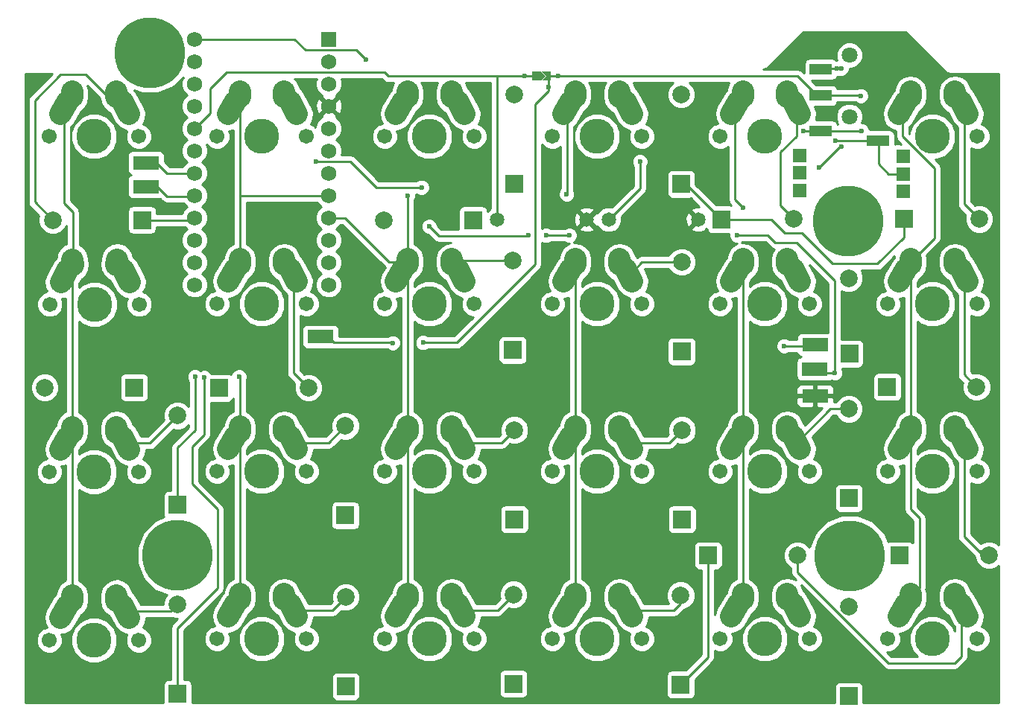
<source format=gbr>
G04 #@! TF.FileFunction,Copper,L2,Bot,Signal*
%FSLAX46Y46*%
G04 Gerber Fmt 4.6, Leading zero omitted, Abs format (unit mm)*
G04 Created by KiCad (PCBNEW 4.0.7) date 08/30/18 17:20:36*
%MOMM*%
%LPD*%
G01*
G04 APERTURE LIST*
%ADD10C,0.100000*%
%ADD11C,1.998980*%
%ADD12R,1.998980X1.998980*%
%ADD13R,0.500000X1.000000*%
%ADD14R,1.000000X1.000000*%
%ADD15C,1.800000*%
%ADD16R,2.499360X1.198880*%
%ADD17R,3.000000X1.500000*%
%ADD18C,2.500000*%
%ADD19C,3.987810*%
%ADD20C,1.701810*%
%ADD21C,1.651000*%
%ADD22R,1.752600X1.752600*%
%ADD23C,1.752600*%
%ADD24R,1.524000X1.524000*%
%ADD25C,1.524000*%
%ADD26C,8.000000*%
%ADD27C,0.600000*%
%ADD28C,0.250000*%
%ADD29C,0.254000*%
G04 APERTURE END LIST*
D10*
D11*
X146060000Y-56247460D03*
D12*
X137500000Y-56250000D03*
D10*
G36*
X97401050Y-39479600D02*
X96901050Y-39979600D01*
X96900950Y-39979600D01*
X96400950Y-39479600D01*
X97401050Y-39479600D01*
X97401050Y-39479600D01*
G37*
G36*
X96261000Y-39479676D02*
X96760924Y-39979600D01*
X96261000Y-40479524D01*
X95761076Y-39979600D01*
X96261000Y-39479676D01*
X96261000Y-39479676D01*
G37*
G36*
X96400950Y-40479600D02*
X96900950Y-39979600D01*
X96901050Y-39979600D01*
X97401050Y-40479600D01*
X96400950Y-40479600D01*
X96400950Y-40479600D01*
G37*
D13*
X97151000Y-39979600D03*
D14*
X95759800Y-39985000D03*
D11*
X69860000Y-75447460D03*
D12*
X59700000Y-75447460D03*
D11*
X125410000Y-94497460D03*
D12*
X115250000Y-94497460D03*
D11*
X93247460Y-42090000D03*
D12*
X93247460Y-52250000D03*
D11*
X93047460Y-60990000D03*
D12*
X93047460Y-71150000D03*
D11*
X112247460Y-61140000D03*
D12*
X112247460Y-71300000D03*
D11*
X131250000Y-63000000D03*
D12*
X131297460Y-71550000D03*
D11*
X93147460Y-98940000D03*
D12*
X93147460Y-109100000D03*
D11*
X147160000Y-94497460D03*
D12*
X137000000Y-94497460D03*
D11*
X145760000Y-75347460D03*
D12*
X135600000Y-75347460D03*
D11*
X131247460Y-100340000D03*
D12*
X131247460Y-110500000D03*
D11*
X112147460Y-99040000D03*
D12*
X112147460Y-109200000D03*
D11*
X112297460Y-80240000D03*
D12*
X112297460Y-90400000D03*
D11*
X93247460Y-80240000D03*
D12*
X93247460Y-90400000D03*
D11*
X74047460Y-79790000D03*
D12*
X74047460Y-89950000D03*
D11*
X74097460Y-99240000D03*
D12*
X74097460Y-109400000D03*
D11*
X54997460Y-100090000D03*
D12*
X54997460Y-110250000D03*
D11*
X54997460Y-78590000D03*
D12*
X54997460Y-88750000D03*
D11*
X39890000Y-75402540D03*
D12*
X50050000Y-75402540D03*
D11*
X40790000Y-56352540D03*
D12*
X50950000Y-56352540D03*
D11*
X78390000Y-56352540D03*
D12*
X88550000Y-56352540D03*
D11*
X125000000Y-56250000D03*
D12*
X116750000Y-56297460D03*
D15*
X131318000Y-44599860D03*
D16*
X134566660Y-47302420D03*
X128069340Y-42202100D03*
X128069340Y-39202360D03*
X128069340Y-46202600D03*
D17*
X51401980Y-49847500D03*
X51419760Y-52557680D03*
X127388620Y-73299320D03*
X127447040Y-70530720D03*
X127411480Y-76362560D03*
D15*
X131320540Y-37599620D03*
D17*
X71211440Y-69598540D03*
D11*
X112197460Y-42090000D03*
D12*
X112197460Y-52250000D03*
D18*
X138250276Y-41770672D02*
X138289724Y-42349328D01*
X143940184Y-42849693D02*
X144749816Y-44310307D01*
D19*
X140750000Y-46850000D03*
D20*
X145830000Y-46850000D03*
D18*
X137750453Y-42850046D02*
X136939547Y-44309954D01*
X143289724Y-41770672D02*
X143250276Y-42349328D01*
X119200276Y-41770672D02*
X119239724Y-42349328D01*
X124890184Y-42849693D02*
X125699816Y-44310307D01*
D19*
X121700000Y-46850000D03*
D20*
X116620000Y-46850000D03*
D18*
X118700453Y-42850046D02*
X117889547Y-44309954D01*
X124239724Y-41770672D02*
X124200276Y-42349328D01*
D11*
X131247460Y-77840000D03*
D12*
X131247460Y-88000000D03*
D21*
X101480000Y-56300000D03*
X91320000Y-56300000D03*
X103970000Y-56300000D03*
X114130000Y-56300000D03*
D18*
X43000276Y-41770672D02*
X43039724Y-42349328D01*
X48690184Y-42849693D02*
X49499816Y-44310307D01*
D19*
X45500000Y-46850000D03*
D20*
X40420000Y-46850000D03*
X50580000Y-46850000D03*
D18*
X42500453Y-42850046D02*
X41689547Y-44309954D01*
X48039724Y-41770672D02*
X48000276Y-42349328D01*
X43050276Y-60870672D02*
X43089724Y-61449328D01*
X48740184Y-61949693D02*
X49549816Y-63410307D01*
D19*
X45550000Y-65950000D03*
D20*
X40470000Y-65950000D03*
X50630000Y-65950000D03*
D18*
X42550453Y-61950046D02*
X41739547Y-63409954D01*
X48089724Y-60870672D02*
X48050276Y-61449328D01*
X43000276Y-79920672D02*
X43039724Y-80499328D01*
X48690184Y-80999693D02*
X49499816Y-82460307D01*
D19*
X45500000Y-85000000D03*
D20*
X40420000Y-85000000D03*
X50580000Y-85000000D03*
D18*
X42500453Y-81000046D02*
X41689547Y-82459954D01*
X48039724Y-79920672D02*
X48000276Y-80499328D01*
X43000276Y-99070672D02*
X43039724Y-99649328D01*
X48690184Y-100149693D02*
X49499816Y-101610307D01*
D19*
X45500000Y-104150000D03*
D20*
X40420000Y-104150000D03*
X50580000Y-104150000D03*
D18*
X42500453Y-100150046D02*
X41689547Y-101609954D01*
X48039724Y-99070672D02*
X48000276Y-99649328D01*
X62050276Y-41770672D02*
X62089724Y-42349328D01*
X67740184Y-42849693D02*
X68549816Y-44310307D01*
D19*
X64550000Y-46850000D03*
D20*
X59470000Y-46850000D03*
X69630000Y-46850000D03*
D18*
X61550453Y-42850046D02*
X60739547Y-44309954D01*
X67089724Y-41770672D02*
X67050276Y-42349328D01*
X62050276Y-60820672D02*
X62089724Y-61399328D01*
X67740184Y-61899693D02*
X68549816Y-63360307D01*
D19*
X64550000Y-65900000D03*
D20*
X59470000Y-65900000D03*
X69630000Y-65900000D03*
D18*
X61550453Y-61900046D02*
X60739547Y-63359954D01*
X67089724Y-60820672D02*
X67050276Y-61399328D01*
X62050276Y-79870672D02*
X62089724Y-80449328D01*
X67740184Y-80949693D02*
X68549816Y-82410307D01*
D19*
X64550000Y-84950000D03*
D20*
X59470000Y-84950000D03*
X69630000Y-84950000D03*
D18*
X61550453Y-80950046D02*
X60739547Y-82409954D01*
X67089724Y-79870672D02*
X67050276Y-80449328D01*
X62050276Y-98920672D02*
X62089724Y-99499328D01*
X67740184Y-99999693D02*
X68549816Y-101460307D01*
D19*
X64550000Y-104000000D03*
D20*
X59470000Y-104000000D03*
X69630000Y-104000000D03*
D18*
X61550453Y-100000046D02*
X60739547Y-101459954D01*
X67089724Y-98920672D02*
X67050276Y-99499328D01*
X81100276Y-41770672D02*
X81139724Y-42349328D01*
X86790184Y-42849693D02*
X87599816Y-44310307D01*
D19*
X83600000Y-46850000D03*
D20*
X78520000Y-46850000D03*
X88680000Y-46850000D03*
D18*
X80600453Y-42850046D02*
X79789547Y-44309954D01*
X86139724Y-41770672D02*
X86100276Y-42349328D01*
X81100276Y-60820672D02*
X81139724Y-61399328D01*
X86790184Y-61899693D02*
X87599816Y-63360307D01*
D19*
X83600000Y-65900000D03*
D20*
X78520000Y-65900000D03*
X88680000Y-65900000D03*
D18*
X80600453Y-61900046D02*
X79789547Y-63359954D01*
X86139724Y-60820672D02*
X86100276Y-61399328D01*
X81100276Y-79870672D02*
X81139724Y-80449328D01*
X86790184Y-80949693D02*
X87599816Y-82410307D01*
D19*
X83600000Y-84950000D03*
D20*
X78520000Y-84950000D03*
X88680000Y-84950000D03*
D18*
X80600453Y-80950046D02*
X79789547Y-82409954D01*
X86139724Y-79870672D02*
X86100276Y-80449328D01*
X81100276Y-98920672D02*
X81139724Y-99499328D01*
X86790184Y-99999693D02*
X87599816Y-101460307D01*
D19*
X83600000Y-104000000D03*
D20*
X78520000Y-104000000D03*
X88680000Y-104000000D03*
D18*
X80600453Y-100000046D02*
X79789547Y-101459954D01*
X86139724Y-98920672D02*
X86100276Y-99499328D01*
X100150276Y-41770672D02*
X100189724Y-42349328D01*
X105840184Y-42849693D02*
X106649816Y-44310307D01*
D19*
X102650000Y-46850000D03*
D20*
X97570000Y-46850000D03*
X107730000Y-46850000D03*
D18*
X99650453Y-42850046D02*
X98839547Y-44309954D01*
X105189724Y-41770672D02*
X105150276Y-42349328D01*
X100150276Y-60820672D02*
X100189724Y-61399328D01*
X105840184Y-61899693D02*
X106649816Y-63360307D01*
D19*
X102650000Y-65900000D03*
D20*
X97570000Y-65900000D03*
X107730000Y-65900000D03*
D18*
X99650453Y-61900046D02*
X98839547Y-63359954D01*
X105189724Y-60820672D02*
X105150276Y-61399328D01*
X100150276Y-79870672D02*
X100189724Y-80449328D01*
X105840184Y-80949693D02*
X106649816Y-82410307D01*
D19*
X102650000Y-84950000D03*
D20*
X97570000Y-84950000D03*
X107730000Y-84950000D03*
D18*
X99650453Y-80950046D02*
X98839547Y-82409954D01*
X105189724Y-79870672D02*
X105150276Y-80449328D01*
X100150276Y-98920672D02*
X100189724Y-99499328D01*
X105840184Y-99999693D02*
X106649816Y-101460307D01*
D19*
X102650000Y-104000000D03*
D20*
X97570000Y-104000000D03*
X107730000Y-104000000D03*
D18*
X99650453Y-100000046D02*
X98839547Y-101459954D01*
X105189724Y-98920672D02*
X105150276Y-99499328D01*
X119200276Y-60820672D02*
X119239724Y-61399328D01*
X124890184Y-61899693D02*
X125699816Y-63360307D01*
D19*
X121700000Y-65900000D03*
D20*
X116620000Y-65900000D03*
X126780000Y-65900000D03*
D18*
X118700453Y-61900046D02*
X117889547Y-63359954D01*
X124239724Y-60820672D02*
X124200276Y-61399328D01*
X119200276Y-79870672D02*
X119239724Y-80449328D01*
X124890184Y-80949693D02*
X125699816Y-82410307D01*
D19*
X121700000Y-84950000D03*
D20*
X116620000Y-84950000D03*
X126780000Y-84950000D03*
D18*
X118700453Y-80950046D02*
X117889547Y-82409954D01*
X124239724Y-79870672D02*
X124200276Y-80449328D01*
X119200276Y-98920672D02*
X119239724Y-99499328D01*
X124890184Y-99999693D02*
X125699816Y-101460307D01*
D19*
X121700000Y-104000000D03*
D20*
X116620000Y-104000000D03*
X126780000Y-104000000D03*
D18*
X118700453Y-100000046D02*
X117889547Y-101459954D01*
X124239724Y-98920672D02*
X124200276Y-99499328D01*
X138250276Y-60820672D02*
X138289724Y-61399328D01*
X143940184Y-61899693D02*
X144749816Y-63360307D01*
D19*
X140750000Y-65900000D03*
D20*
X135670000Y-65900000D03*
X145830000Y-65900000D03*
D18*
X137750453Y-61900046D02*
X136939547Y-63359954D01*
X143289724Y-60820672D02*
X143250276Y-61399328D01*
X138250276Y-79870672D02*
X138289724Y-80449328D01*
X143940184Y-80949693D02*
X144749816Y-82410307D01*
D19*
X140750000Y-84950000D03*
D20*
X135670000Y-84950000D03*
X145830000Y-84950000D03*
D18*
X137750453Y-80950046D02*
X136939547Y-82409954D01*
X143289724Y-79870672D02*
X143250276Y-80449328D01*
X138250276Y-98920672D02*
X138289724Y-99499328D01*
X143940184Y-99999693D02*
X144749816Y-101460307D01*
D19*
X140750000Y-104000000D03*
D20*
X135670000Y-104000000D03*
X145830000Y-104000000D03*
D18*
X137750453Y-100000046D02*
X136939547Y-101459954D01*
X143289724Y-98920672D02*
X143250276Y-99499328D01*
D22*
X72170000Y-35780000D03*
D23*
X72170000Y-38320000D03*
X72170000Y-40860000D03*
X72170000Y-43400000D03*
X72170000Y-45940000D03*
X72170000Y-48480000D03*
X72170000Y-51020000D03*
X72170000Y-53560000D03*
X72170000Y-56100000D03*
X72170000Y-58640000D03*
X72170000Y-61180000D03*
X72170000Y-63720000D03*
X56930000Y-63720000D03*
X56930000Y-61180000D03*
X56930000Y-58640000D03*
X56930000Y-56100000D03*
X56930000Y-53560000D03*
X56930000Y-51020000D03*
X56930000Y-48480000D03*
X56930000Y-40860000D03*
X56930000Y-38320000D03*
X56930000Y-35780000D03*
X56930000Y-45940000D03*
X56930000Y-43400000D03*
D24*
X137400000Y-53100000D03*
X137400000Y-51100000D03*
X137400000Y-49100000D03*
D25*
X137410000Y-51110000D03*
X137390000Y-49100000D03*
X137410000Y-53110000D03*
D24*
X125650000Y-53000000D03*
X125650000Y-51000000D03*
X125650000Y-49000000D03*
D25*
X125660000Y-51010000D03*
X125640000Y-49000000D03*
X125660000Y-53010000D03*
D26*
X55000000Y-94500000D03*
X131350000Y-94550000D03*
X131200000Y-56450000D03*
X51850000Y-37300000D03*
D27*
X132588000Y-42227500D03*
X132651500Y-46215300D03*
X56959500Y-74168000D03*
X57975500Y-74295000D03*
X123888500Y-70675500D03*
X129730500Y-47307500D03*
X125158500Y-71691500D03*
X82704940Y-52638960D03*
X70672960Y-49728120D03*
X126123700Y-46189900D03*
X107505500Y-49720500D03*
X98234500Y-39941500D03*
X97091500Y-41211500D03*
X79415640Y-70324980D03*
X82864960Y-70309740D03*
X130365500Y-48006000D03*
X129921000Y-39116000D03*
X130365500Y-39116000D03*
X127889000Y-50355500D03*
X94424500Y-39941500D03*
X61976000Y-74168000D03*
X81109820Y-53558440D03*
X99187000Y-53403500D03*
X119189500Y-54927500D03*
X99504500Y-58102500D03*
X96837500Y-58102500D03*
X94805500Y-58102500D03*
X118554500Y-58102500D03*
X129667000Y-73723500D03*
X83566000Y-57086500D03*
X76390500Y-38100000D03*
D28*
X128069340Y-42202100D02*
X132562600Y-42202100D01*
X132562600Y-42202100D02*
X132588000Y-42227500D01*
X128069340Y-46202600D02*
X132638800Y-46202600D01*
X132638800Y-46202600D02*
X132651500Y-46215300D01*
X130200000Y-59550000D02*
X130150000Y-59600000D01*
X49095000Y-43580000D02*
X48330000Y-43580000D01*
X48330000Y-43580000D02*
X44550000Y-39800000D01*
X44550000Y-39800000D02*
X41700000Y-39800000D01*
X41700000Y-39800000D02*
X38750000Y-42750000D01*
X38750000Y-42750000D02*
X38750000Y-54312540D01*
X38750000Y-54312540D02*
X40790000Y-56352540D01*
X134493000Y-61341000D02*
X137500000Y-58334000D01*
X137500000Y-58334000D02*
X137500000Y-56250000D01*
X129413000Y-61341000D02*
X134493000Y-61341000D01*
X125920500Y-57848500D02*
X129413000Y-61341000D01*
X123952000Y-57848500D02*
X125920500Y-57848500D01*
X122400960Y-56297460D02*
X123952000Y-57848500D01*
X116750000Y-56297460D02*
X122400960Y-56297460D01*
X112197460Y-52250000D02*
X112702540Y-52250000D01*
X112702540Y-52250000D02*
X116750000Y-56297460D01*
X50950000Y-56352540D02*
X56677460Y-56352540D01*
X56677460Y-56352540D02*
X56930000Y-56100000D01*
X49095000Y-81730000D02*
X51857460Y-81730000D01*
X51857460Y-81730000D02*
X54997460Y-78590000D01*
X57000000Y-80250000D02*
X57000000Y-74208500D01*
X57000000Y-74208500D02*
X56959500Y-74168000D01*
X54997460Y-82252540D02*
X57000000Y-80250000D01*
X54997460Y-88750000D02*
X54997460Y-82252540D01*
X56930000Y-61570000D02*
X56930000Y-61180000D01*
X56930000Y-61180000D02*
X56320000Y-61180000D01*
X49095000Y-100880000D02*
X54207460Y-100880000D01*
X54207460Y-100880000D02*
X54997460Y-100090000D01*
X48640000Y-98740000D02*
X48020000Y-99360000D01*
X48020000Y-99360000D02*
X49095000Y-100880000D01*
X57975500Y-74295000D02*
X57975500Y-80772000D01*
X57975500Y-80772000D02*
X56642000Y-82105500D01*
X59500000Y-89250000D02*
X59500000Y-98250000D01*
X56642000Y-82105500D02*
X56642000Y-86392000D01*
X56642000Y-86392000D02*
X59500000Y-89250000D01*
X59500000Y-98250000D02*
X54997460Y-102752540D01*
X54997460Y-102752540D02*
X54997460Y-110250000D01*
X115250000Y-94497460D02*
X115250000Y-106097460D01*
X115250000Y-106097460D02*
X112147460Y-109200000D01*
X68145000Y-62630000D02*
X68145000Y-73732460D01*
X68145000Y-73732460D02*
X69860000Y-75447460D01*
X68145000Y-81680000D02*
X72157460Y-81680000D01*
X72157460Y-81680000D02*
X74047460Y-79790000D01*
X68145000Y-100730000D02*
X72607460Y-100730000D01*
X72607460Y-100730000D02*
X74097460Y-99240000D01*
X93047460Y-60990000D02*
X86240000Y-60990000D01*
X86240000Y-60990000D02*
X86120000Y-61110000D01*
X86120000Y-61110000D02*
X87195000Y-62630000D01*
X87195000Y-81680000D02*
X91807460Y-81680000D01*
X91807460Y-81680000D02*
X93247460Y-80240000D01*
X87195000Y-100730000D02*
X91357460Y-100730000D01*
X91357460Y-100730000D02*
X93147460Y-98940000D01*
X112247460Y-61140000D02*
X107735000Y-61140000D01*
X107735000Y-61140000D02*
X106245000Y-62630000D01*
X106245000Y-81680000D02*
X110857460Y-81680000D01*
X110857460Y-81680000D02*
X112297460Y-80240000D01*
X106245000Y-100730000D02*
X111370000Y-100730000D01*
X111370000Y-100730000D02*
X112147460Y-99952540D01*
X112147460Y-99952540D02*
X112147460Y-99040000D01*
X123444000Y-48641000D02*
X125295000Y-46790000D01*
X125295000Y-46790000D02*
X125295000Y-43580000D01*
X123444000Y-54673500D02*
X123444000Y-48641000D01*
X125000000Y-56229500D02*
X123444000Y-54673500D01*
X125000000Y-56250000D02*
X125000000Y-56229500D01*
X125000000Y-56250000D02*
X125000000Y-56229000D01*
X130880000Y-62630000D02*
X131250000Y-63000000D01*
X125295000Y-81680000D02*
X125320000Y-81680000D01*
X125320000Y-81680000D02*
X129160000Y-77840000D01*
X129160000Y-77840000D02*
X131247460Y-77840000D01*
X144345000Y-43580000D02*
X144345000Y-54532460D01*
X144345000Y-54532460D02*
X146060000Y-56247460D01*
X144345000Y-62630000D02*
X144345000Y-73932460D01*
X144345000Y-73932460D02*
X145760000Y-75347460D01*
X145981270Y-94018730D02*
X146681270Y-94018730D01*
X146681270Y-94018730D02*
X147160000Y-94497460D01*
X144345000Y-81680000D02*
X144345000Y-92382460D01*
X144345000Y-92382460D02*
X145981270Y-94018730D01*
X145981270Y-94018730D02*
X146110000Y-94147460D01*
X125410000Y-94497460D02*
X125410000Y-96410000D01*
X144000000Y-106000000D02*
X144000000Y-101075000D01*
X143250000Y-106750000D02*
X144000000Y-106000000D01*
X135750000Y-106750000D02*
X143250000Y-106750000D01*
X125410000Y-96410000D02*
X135750000Y-106750000D01*
X144000000Y-101075000D02*
X144345000Y-100730000D01*
X127381000Y-70675500D02*
X123888500Y-70675500D01*
X134566660Y-47302420D02*
X129735580Y-47302420D01*
X129735580Y-47302420D02*
X129730500Y-47307500D01*
X134620000Y-49974500D02*
X134620000Y-47307500D01*
X135755500Y-51110000D02*
X134620000Y-49974500D01*
X137410000Y-51110000D02*
X135755500Y-51110000D01*
X125158500Y-76390500D02*
X127381000Y-76390500D01*
X125158500Y-71691500D02*
X125158500Y-76390500D01*
X74632820Y-49740820D02*
X77530960Y-52638960D01*
X77530960Y-52638960D02*
X82704940Y-52638960D01*
X70685660Y-49740820D02*
X74632820Y-49740820D01*
X70672960Y-49728120D02*
X70685660Y-49740820D01*
X126123700Y-46189900D02*
X127469900Y-46189900D01*
X127469900Y-46189900D02*
X127495300Y-46164500D01*
X103970000Y-56300000D02*
X103974000Y-56300000D01*
X103974000Y-56300000D02*
X107505500Y-52768500D01*
X107505500Y-52768500D02*
X107505500Y-49720500D01*
X98234500Y-39941500D02*
X97189100Y-39941500D01*
X97189100Y-39941500D02*
X97151000Y-39979600D01*
X97091500Y-41211500D02*
X97091500Y-40039100D01*
X97091500Y-40039100D02*
X97151000Y-39979600D01*
X99123500Y-39965000D02*
X98258000Y-39965000D01*
X98258000Y-39965000D02*
X98234500Y-39941500D01*
X97139800Y-41676280D02*
X97139800Y-41259800D01*
X97139800Y-41259800D02*
X97091500Y-41211500D01*
X99123500Y-39965000D02*
X125436000Y-39965000D01*
X72732900Y-70317360D02*
X72113140Y-69697600D01*
X77589380Y-70317360D02*
X72732900Y-70317360D01*
X79408020Y-70317360D02*
X77589380Y-70317360D01*
X79415640Y-70324980D02*
X79408020Y-70317360D01*
X95595440Y-61422280D02*
X86707980Y-70309740D01*
X86707980Y-70309740D02*
X82864960Y-70309740D01*
X95595440Y-43220640D02*
X95595440Y-61422280D01*
X97139800Y-41676280D02*
X95595440Y-43220640D01*
X125436000Y-39965000D02*
X127444500Y-41973500D01*
X130365500Y-48006000D02*
X130238500Y-48006000D01*
X130238500Y-48006000D02*
X127889000Y-50355500D01*
X129921000Y-39116000D02*
X128524000Y-39116000D01*
X94424500Y-39941500D02*
X95716300Y-39941500D01*
X95716300Y-39941500D02*
X95759800Y-39985000D01*
X93769500Y-39985000D02*
X94381000Y-39985000D01*
X94381000Y-39985000D02*
X94424500Y-39941500D01*
X56896000Y-45910500D02*
X57023000Y-46037500D01*
X56930000Y-45940000D02*
X58674000Y-44196000D01*
X58674000Y-44196000D02*
X58674000Y-41402000D01*
X58674000Y-41402000D02*
X60515500Y-39560500D01*
X60515500Y-39560500D02*
X78486000Y-39560500D01*
X78486000Y-39560500D02*
X78930500Y-40005000D01*
X78930500Y-40005000D02*
X91313000Y-40005000D01*
X91313000Y-40005000D02*
X91313000Y-42545000D01*
X91313000Y-42545000D02*
X91320000Y-42552000D01*
X91320000Y-42552000D02*
X91320000Y-56300000D01*
X91313000Y-40005000D02*
X91333000Y-39985000D01*
X91333000Y-39985000D02*
X93769500Y-39985000D01*
X43020000Y-65000000D02*
X43020000Y-63555000D01*
X43020000Y-63555000D02*
X42145000Y-62680000D01*
X42145000Y-62680000D02*
X42145000Y-62085000D01*
X42145000Y-62085000D02*
X43070000Y-61160000D01*
X42095000Y-43580000D02*
X42095000Y-54445000D01*
X43070000Y-55420000D02*
X43070000Y-61755000D01*
X42095000Y-54445000D02*
X43070000Y-55420000D01*
X43070000Y-61755000D02*
X43020000Y-61805000D01*
X43020000Y-61805000D02*
X43020000Y-65000000D01*
X43020000Y-65000000D02*
X43020000Y-99360000D01*
X61976000Y-74168000D02*
X62070000Y-74262000D01*
X62070000Y-74262000D02*
X62070000Y-80160000D01*
X72170000Y-53560000D02*
X65660000Y-53560000D01*
X65660000Y-53560000D02*
X62077600Y-53568600D01*
X62070000Y-61110000D02*
X62077600Y-53568600D01*
X62077600Y-53568600D02*
X62070000Y-42060000D01*
X62070000Y-99210000D02*
X62070000Y-80160000D01*
X81120000Y-61110000D02*
X81120000Y-53568620D01*
X81120000Y-53568620D02*
X81109820Y-53558440D01*
X72170000Y-56100000D02*
X74000000Y-56100000D01*
X79010000Y-61110000D02*
X81120000Y-61110000D01*
X74000000Y-56100000D02*
X79010000Y-61110000D01*
X81120000Y-61110000D02*
X81120000Y-80160000D01*
X81120000Y-80160000D02*
X81120000Y-99210000D01*
X99187000Y-53403500D02*
X99245000Y-53345500D01*
X99245000Y-53345500D02*
X99245000Y-43580000D01*
X100170000Y-80160000D02*
X100170000Y-61110000D01*
X100170000Y-61110000D02*
X99245000Y-60185000D01*
X100170000Y-99210000D02*
X100170000Y-80160000D01*
X118295000Y-43580000D02*
X118295000Y-54033000D01*
X118295000Y-54033000D02*
X119189500Y-54927500D01*
X119220000Y-61110000D02*
X119220000Y-80160000D01*
X119220000Y-80160000D02*
X119220000Y-99210000D01*
X138270000Y-80160000D02*
X138270000Y-89270000D01*
X139250000Y-90250000D02*
X139250000Y-98230000D01*
X138270000Y-89270000D02*
X139250000Y-90250000D01*
X139250000Y-98230000D02*
X138270000Y-99210000D01*
X138270000Y-80160000D02*
X138270000Y-61110000D01*
X138270000Y-61110000D02*
X140950000Y-58430000D01*
X137345000Y-46845000D02*
X137345000Y-43580000D01*
X140950000Y-50450000D02*
X137345000Y-46845000D01*
X140950000Y-58430000D02*
X140950000Y-50450000D01*
X52717700Y-52575460D02*
X51607720Y-52575460D01*
X53784500Y-53642260D02*
X52717700Y-52575460D01*
X53784500Y-53657500D02*
X53784500Y-53642260D01*
X56769000Y-53657500D02*
X56832500Y-53594000D01*
X53784500Y-53657500D02*
X56769000Y-53657500D01*
X53784500Y-51046380D02*
X52585620Y-49847500D01*
X52585620Y-49847500D02*
X51401980Y-49847500D01*
X53784500Y-51054000D02*
X53784500Y-51046380D01*
X53784500Y-51054000D02*
X56832500Y-51054000D01*
X122047000Y-58102500D02*
X118554500Y-58102500D01*
X122047000Y-58102500D02*
X122872500Y-58928000D01*
X122872500Y-58928000D02*
X125349000Y-58928000D01*
X125349000Y-58928000D02*
X129667000Y-63246000D01*
X129667000Y-63246000D02*
X129667000Y-73723500D01*
X96837500Y-58102500D02*
X99504500Y-58102500D01*
X84645500Y-58166000D02*
X94742000Y-58166000D01*
X94742000Y-58166000D02*
X94805500Y-58102500D01*
X129667000Y-73723500D02*
X128397000Y-73723500D01*
X84645500Y-58166000D02*
X84709000Y-58102500D01*
X83566000Y-57086500D02*
X84645500Y-58166000D01*
X69532500Y-37020500D02*
X75311000Y-37020500D01*
X75311000Y-37020500D02*
X76390500Y-38100000D01*
X68292000Y-35780000D02*
X69532500Y-37020500D01*
X56930000Y-35780000D02*
X68292000Y-35780000D01*
D29*
G36*
X142247954Y-39502046D02*
X142478295Y-39655954D01*
X142750000Y-39710000D01*
X148290000Y-39710000D01*
X148290000Y-93315895D01*
X148087073Y-93112614D01*
X147486547Y-92863254D01*
X146836306Y-92862686D01*
X146235345Y-93110998D01*
X146191805Y-93154463D01*
X145105000Y-92067658D01*
X145105000Y-86257869D01*
X145533138Y-86435647D01*
X146124268Y-86436163D01*
X146670598Y-86210424D01*
X147088955Y-85792797D01*
X147315647Y-85246862D01*
X147316163Y-84655732D01*
X147090424Y-84109402D01*
X146672797Y-83691045D01*
X146299453Y-83536019D01*
X146587629Y-82976489D01*
X146648534Y-82243525D01*
X146424309Y-81543047D01*
X145563007Y-79989219D01*
X145108197Y-79451975D01*
X145079167Y-79226922D01*
X144713091Y-78589008D01*
X144130762Y-78139743D01*
X143420834Y-77947524D01*
X142691387Y-78041614D01*
X142053472Y-78407691D01*
X141604207Y-78990020D01*
X141411988Y-79699948D01*
X141366742Y-80363630D01*
X141460833Y-81093077D01*
X141826909Y-81730992D01*
X142409238Y-82180257D01*
X142477287Y-82198682D01*
X143126993Y-83370781D01*
X143585000Y-83911801D01*
X143585000Y-92382460D01*
X143642852Y-92673299D01*
X143807599Y-92919861D01*
X145525386Y-94637648D01*
X145525226Y-94821154D01*
X145773538Y-95422115D01*
X146232927Y-95882306D01*
X146833453Y-96131666D01*
X147483694Y-96132234D01*
X148084655Y-95883922D01*
X148290000Y-95678935D01*
X148290000Y-111290000D01*
X132894390Y-111290000D01*
X132894390Y-109500510D01*
X132850112Y-109265193D01*
X132711040Y-109049069D01*
X132498840Y-108904079D01*
X132246950Y-108853070D01*
X130247970Y-108853070D01*
X130012653Y-108897348D01*
X129796529Y-109036420D01*
X129651539Y-109248620D01*
X129600530Y-109500510D01*
X129600530Y-111290000D01*
X56636187Y-111290000D01*
X56644390Y-111249490D01*
X56644390Y-109250510D01*
X56600112Y-109015193D01*
X56461040Y-108799069D01*
X56248840Y-108654079D01*
X55996950Y-108603070D01*
X55757460Y-108603070D01*
X55757460Y-108400510D01*
X72450530Y-108400510D01*
X72450530Y-110399490D01*
X72494808Y-110634807D01*
X72633880Y-110850931D01*
X72846080Y-110995921D01*
X73097970Y-111046930D01*
X75096950Y-111046930D01*
X75332267Y-111002652D01*
X75548391Y-110863580D01*
X75693381Y-110651380D01*
X75744390Y-110399490D01*
X75744390Y-108400510D01*
X75700112Y-108165193D01*
X75658490Y-108100510D01*
X91500530Y-108100510D01*
X91500530Y-110099490D01*
X91544808Y-110334807D01*
X91683880Y-110550931D01*
X91896080Y-110695921D01*
X92147970Y-110746930D01*
X94146950Y-110746930D01*
X94382267Y-110702652D01*
X94598391Y-110563580D01*
X94743381Y-110351380D01*
X94794390Y-110099490D01*
X94794390Y-108100510D01*
X94750112Y-107865193D01*
X94611040Y-107649069D01*
X94398840Y-107504079D01*
X94146950Y-107453070D01*
X92147970Y-107453070D01*
X91912653Y-107497348D01*
X91696529Y-107636420D01*
X91551539Y-107848620D01*
X91500530Y-108100510D01*
X75658490Y-108100510D01*
X75561040Y-107949069D01*
X75348840Y-107804079D01*
X75096950Y-107753070D01*
X73097970Y-107753070D01*
X72862653Y-107797348D01*
X72646529Y-107936420D01*
X72501539Y-108148620D01*
X72450530Y-108400510D01*
X55757460Y-108400510D01*
X55757460Y-103067342D01*
X60037401Y-98787401D01*
X60202148Y-98540839D01*
X60260000Y-98250000D01*
X60260000Y-89250000D01*
X60202148Y-88959161D01*
X60202148Y-88959160D01*
X60037401Y-88712599D01*
X57402000Y-86077198D01*
X57402000Y-82420302D01*
X58512901Y-81309401D01*
X58677648Y-81062839D01*
X58735500Y-80772000D01*
X58735500Y-77094390D01*
X60699490Y-77094390D01*
X60934807Y-77050112D01*
X61150931Y-76911040D01*
X61295921Y-76698840D01*
X61310000Y-76629316D01*
X61310000Y-78112461D01*
X61209238Y-78139743D01*
X60626909Y-78589008D01*
X60260833Y-79226923D01*
X60204649Y-79662496D01*
X59928467Y-79988158D01*
X59065812Y-81541234D01*
X58840976Y-82241516D01*
X58901242Y-82974533D01*
X59156742Y-83471683D01*
X58629402Y-83689576D01*
X58211045Y-84107203D01*
X57984353Y-84653138D01*
X57983837Y-85244268D01*
X58209576Y-85790598D01*
X58627203Y-86208955D01*
X59173138Y-86435647D01*
X59764268Y-86436163D01*
X60310598Y-86210424D01*
X60728955Y-85792797D01*
X60955647Y-85246862D01*
X60956163Y-84655732D01*
X60810658Y-84303582D01*
X61231667Y-84268968D01*
X61310000Y-84228710D01*
X61310000Y-97162461D01*
X61209238Y-97189743D01*
X60626909Y-97639008D01*
X60260833Y-98276923D01*
X60204649Y-98712496D01*
X59928467Y-99038158D01*
X59065812Y-100591234D01*
X58840976Y-101291516D01*
X58901242Y-102024533D01*
X59156742Y-102521683D01*
X58629402Y-102739576D01*
X58211045Y-103157203D01*
X57984353Y-103703138D01*
X57983837Y-104294268D01*
X58209576Y-104840598D01*
X58627203Y-105258955D01*
X59173138Y-105485647D01*
X59764268Y-105486163D01*
X60310598Y-105260424D01*
X60728955Y-104842797D01*
X60862731Y-104520627D01*
X61920640Y-104520627D01*
X62320024Y-105487209D01*
X63058901Y-106227377D01*
X64024784Y-106628447D01*
X65070627Y-106629360D01*
X66037209Y-106229976D01*
X66777377Y-105491099D01*
X67178447Y-104525216D01*
X67179360Y-103479373D01*
X66779976Y-102512791D01*
X66041099Y-101772623D01*
X65075216Y-101371553D01*
X64029373Y-101370640D01*
X63062791Y-101770024D01*
X62322623Y-102508901D01*
X61921553Y-103474784D01*
X61920640Y-104520627D01*
X60862731Y-104520627D01*
X60955647Y-104296862D01*
X60956163Y-103705732D01*
X60810658Y-103353582D01*
X61231667Y-103318968D01*
X61885825Y-102982777D01*
X62361532Y-102421842D01*
X63092862Y-101105197D01*
X63513091Y-100780992D01*
X63879167Y-100143078D01*
X63973258Y-99413631D01*
X63973258Y-99413630D01*
X65166742Y-99413630D01*
X65260833Y-100143077D01*
X65626909Y-100780992D01*
X66209238Y-101230257D01*
X66277287Y-101248682D01*
X66926993Y-102420781D01*
X67402211Y-102982131D01*
X68056076Y-103318892D01*
X68295640Y-103338798D01*
X68144353Y-103703138D01*
X68143837Y-104294268D01*
X68369576Y-104840598D01*
X68787203Y-105258955D01*
X69333138Y-105485647D01*
X69924268Y-105486163D01*
X70470598Y-105260424D01*
X70888955Y-104842797D01*
X71115647Y-104296862D01*
X71116163Y-103705732D01*
X70890424Y-103159402D01*
X70472797Y-102741045D01*
X70099453Y-102586019D01*
X70387629Y-102026489D01*
X70432208Y-101490000D01*
X72607460Y-101490000D01*
X72898299Y-101432148D01*
X73144861Y-101267401D01*
X73606377Y-100805885D01*
X73770913Y-100874206D01*
X74421154Y-100874774D01*
X75022115Y-100626462D01*
X75482306Y-100167073D01*
X75731666Y-99566547D01*
X75732234Y-98916306D01*
X75483922Y-98315345D01*
X75024533Y-97855154D01*
X74424007Y-97605794D01*
X73773766Y-97605226D01*
X73172805Y-97853538D01*
X72712614Y-98312927D01*
X72463254Y-98913453D01*
X72462686Y-99563694D01*
X72531769Y-99730889D01*
X72292658Y-99970000D01*
X69878948Y-99970000D01*
X69363007Y-99039219D01*
X68908197Y-98501975D01*
X68879167Y-98276922D01*
X68513091Y-97639008D01*
X67930762Y-97189743D01*
X67220834Y-96997524D01*
X66491387Y-97091614D01*
X65853472Y-97457691D01*
X65404207Y-98040020D01*
X65211988Y-98749948D01*
X65166742Y-99413630D01*
X63973258Y-99413630D01*
X63928012Y-98749948D01*
X63735793Y-98040020D01*
X63286528Y-97457691D01*
X62830000Y-97195706D01*
X62830000Y-88950510D01*
X72400530Y-88950510D01*
X72400530Y-90949490D01*
X72444808Y-91184807D01*
X72583880Y-91400931D01*
X72796080Y-91545921D01*
X73047970Y-91596930D01*
X75046950Y-91596930D01*
X75282267Y-91552652D01*
X75498391Y-91413580D01*
X75643381Y-91201380D01*
X75694390Y-90949490D01*
X75694390Y-88950510D01*
X75650112Y-88715193D01*
X75511040Y-88499069D01*
X75298840Y-88354079D01*
X75046950Y-88303070D01*
X73047970Y-88303070D01*
X72812653Y-88347348D01*
X72596529Y-88486420D01*
X72451539Y-88698620D01*
X72400530Y-88950510D01*
X62830000Y-88950510D01*
X62830000Y-86948076D01*
X63058901Y-87177377D01*
X64024784Y-87578447D01*
X65070627Y-87579360D01*
X66037209Y-87179976D01*
X66777377Y-86441099D01*
X67178447Y-85475216D01*
X67179360Y-84429373D01*
X66779976Y-83462791D01*
X66041099Y-82722623D01*
X65075216Y-82321553D01*
X64029373Y-82320640D01*
X63062791Y-82720024D01*
X62830000Y-82952409D01*
X62830000Y-82528439D01*
X63092862Y-82055197D01*
X63513091Y-81730992D01*
X63879167Y-81093078D01*
X63973258Y-80363631D01*
X63973258Y-80363630D01*
X65166742Y-80363630D01*
X65260833Y-81093077D01*
X65626909Y-81730992D01*
X66209238Y-82180257D01*
X66277287Y-82198682D01*
X66926993Y-83370781D01*
X67402211Y-83932131D01*
X68056076Y-84268892D01*
X68295640Y-84288798D01*
X68144353Y-84653138D01*
X68143837Y-85244268D01*
X68369576Y-85790598D01*
X68787203Y-86208955D01*
X69333138Y-86435647D01*
X69924268Y-86436163D01*
X70470598Y-86210424D01*
X70888955Y-85792797D01*
X71115647Y-85246862D01*
X71116163Y-84655732D01*
X70890424Y-84109402D01*
X70472797Y-83691045D01*
X70099453Y-83536019D01*
X70387629Y-82976489D01*
X70432208Y-82440000D01*
X72157460Y-82440000D01*
X72448299Y-82382148D01*
X72694861Y-82217401D01*
X73556377Y-81355885D01*
X73720913Y-81424206D01*
X74371154Y-81424774D01*
X74972115Y-81176462D01*
X75432306Y-80717073D01*
X75681666Y-80116547D01*
X75682234Y-79466306D01*
X75433922Y-78865345D01*
X74974533Y-78405154D01*
X74374007Y-78155794D01*
X73723766Y-78155226D01*
X73122805Y-78403538D01*
X72662614Y-78862927D01*
X72413254Y-79463453D01*
X72412686Y-80113694D01*
X72481769Y-80280889D01*
X71842658Y-80920000D01*
X69878948Y-80920000D01*
X69363007Y-79989219D01*
X68908197Y-79451975D01*
X68879167Y-79226922D01*
X68513091Y-78589008D01*
X67930762Y-78139743D01*
X67220834Y-77947524D01*
X66491387Y-78041614D01*
X65853472Y-78407691D01*
X65404207Y-78990020D01*
X65211988Y-79699948D01*
X65166742Y-80363630D01*
X63973258Y-80363630D01*
X63928012Y-79699948D01*
X63735793Y-78990020D01*
X63286528Y-78407691D01*
X62830000Y-78145706D01*
X62830000Y-74549478D01*
X62910838Y-74354799D01*
X62911162Y-73982833D01*
X62769117Y-73639057D01*
X62506327Y-73375808D01*
X62162799Y-73233162D01*
X61790833Y-73232838D01*
X61447057Y-73374883D01*
X61183808Y-73637673D01*
X61063260Y-73927983D01*
X60951380Y-73851539D01*
X60699490Y-73800530D01*
X58782861Y-73800530D01*
X58768617Y-73766057D01*
X58505827Y-73502808D01*
X58162299Y-73360162D01*
X57790333Y-73359838D01*
X57566294Y-73452409D01*
X57489827Y-73375808D01*
X57146299Y-73233162D01*
X56774333Y-73232838D01*
X56430557Y-73374883D01*
X56167308Y-73637673D01*
X56024662Y-73981201D01*
X56024338Y-74353167D01*
X56166383Y-74696943D01*
X56240000Y-74770689D01*
X56240000Y-77521172D01*
X55924533Y-77205154D01*
X55324007Y-76955794D01*
X54673766Y-76955226D01*
X54072805Y-77203538D01*
X53612614Y-77662927D01*
X53363254Y-78263453D01*
X53362686Y-78913694D01*
X53431769Y-79080889D01*
X51542658Y-80970000D01*
X50828948Y-80970000D01*
X50313007Y-80039219D01*
X49858197Y-79501975D01*
X49829167Y-79276922D01*
X49463091Y-78639008D01*
X48880762Y-78189743D01*
X48170834Y-77997524D01*
X47441387Y-78091614D01*
X46803472Y-78457691D01*
X46354207Y-79040020D01*
X46161988Y-79749948D01*
X46116742Y-80413630D01*
X46210833Y-81143077D01*
X46576909Y-81780992D01*
X47159238Y-82230257D01*
X47227287Y-82248682D01*
X47876993Y-83420781D01*
X48352211Y-83982131D01*
X49006076Y-84318892D01*
X49245640Y-84338798D01*
X49094353Y-84703138D01*
X49093837Y-85294268D01*
X49319576Y-85840598D01*
X49737203Y-86258955D01*
X50283138Y-86485647D01*
X50874268Y-86486163D01*
X51420598Y-86260424D01*
X51838955Y-85842797D01*
X52065647Y-85296862D01*
X52066163Y-84705732D01*
X51840424Y-84159402D01*
X51422797Y-83741045D01*
X51049453Y-83586019D01*
X51337629Y-83026489D01*
X51382208Y-82490000D01*
X51857460Y-82490000D01*
X52148299Y-82432148D01*
X52394861Y-82267401D01*
X54506377Y-80155885D01*
X54670913Y-80224206D01*
X55321154Y-80224774D01*
X55922115Y-79976462D01*
X56240000Y-79659131D01*
X56240000Y-79935198D01*
X54460059Y-81715139D01*
X54295312Y-81961701D01*
X54237460Y-82252540D01*
X54237460Y-87103070D01*
X53997970Y-87103070D01*
X53762653Y-87147348D01*
X53546529Y-87286420D01*
X53401539Y-87498620D01*
X53350530Y-87750510D01*
X53350530Y-89749490D01*
X53394808Y-89984807D01*
X53477852Y-90113861D01*
X52377913Y-90568347D01*
X51072929Y-91871055D01*
X50365806Y-93573997D01*
X50364197Y-95417914D01*
X51068347Y-97122087D01*
X52371055Y-98427071D01*
X53768480Y-99007332D01*
X53612614Y-99162927D01*
X53363254Y-99763453D01*
X53362943Y-100120000D01*
X50828948Y-100120000D01*
X50313007Y-99189219D01*
X49858197Y-98651975D01*
X49829167Y-98426922D01*
X49463091Y-97789008D01*
X48880762Y-97339743D01*
X48170834Y-97147524D01*
X47441387Y-97241614D01*
X46803472Y-97607691D01*
X46354207Y-98190020D01*
X46161988Y-98899948D01*
X46116742Y-99563630D01*
X46210833Y-100293077D01*
X46576909Y-100930992D01*
X47159238Y-101380257D01*
X47227287Y-101398682D01*
X47876993Y-102570781D01*
X48352211Y-103132131D01*
X49006076Y-103468892D01*
X49245640Y-103488798D01*
X49094353Y-103853138D01*
X49093837Y-104444268D01*
X49319576Y-104990598D01*
X49737203Y-105408955D01*
X50283138Y-105635647D01*
X50874268Y-105636163D01*
X51420598Y-105410424D01*
X51838955Y-104992797D01*
X52065647Y-104446862D01*
X52066163Y-103855732D01*
X51840424Y-103309402D01*
X51422797Y-102891045D01*
X51049453Y-102736019D01*
X51337629Y-102176489D01*
X51382208Y-101640000D01*
X54207460Y-101640000D01*
X54383698Y-101604944D01*
X54670913Y-101724206D01*
X54950748Y-101724450D01*
X54460059Y-102215139D01*
X54295312Y-102461701D01*
X54237460Y-102752540D01*
X54237460Y-108603070D01*
X53997970Y-108603070D01*
X53762653Y-108647348D01*
X53546529Y-108786420D01*
X53401539Y-108998620D01*
X53350530Y-109250510D01*
X53350530Y-111249490D01*
X53358152Y-111290000D01*
X37710000Y-111290000D01*
X37710000Y-75726234D01*
X38255226Y-75726234D01*
X38503538Y-76327195D01*
X38962927Y-76787386D01*
X39563453Y-77036746D01*
X40213694Y-77037314D01*
X40814655Y-76789002D01*
X41274846Y-76329613D01*
X41524206Y-75729087D01*
X41524774Y-75078846D01*
X41276462Y-74477885D01*
X40817073Y-74017694D01*
X40216547Y-73768334D01*
X39566306Y-73767766D01*
X38965345Y-74016078D01*
X38505154Y-74475467D01*
X38255794Y-75075993D01*
X38255226Y-75726234D01*
X37710000Y-75726234D01*
X37710000Y-39710000D01*
X40715198Y-39710000D01*
X38212599Y-42212599D01*
X38047852Y-42459161D01*
X37990000Y-42750000D01*
X37990000Y-54312540D01*
X38047852Y-54603379D01*
X38212599Y-54849941D01*
X39224115Y-55861457D01*
X39155794Y-56025993D01*
X39155226Y-56676234D01*
X39403538Y-57277195D01*
X39862927Y-57737386D01*
X40463453Y-57986746D01*
X41113694Y-57987314D01*
X41714655Y-57739002D01*
X42174846Y-57279613D01*
X42310000Y-56954126D01*
X42310000Y-59112461D01*
X42209238Y-59139743D01*
X41626909Y-59589008D01*
X41260833Y-60226923D01*
X41204649Y-60662496D01*
X40928467Y-60988158D01*
X40065812Y-62541234D01*
X39840976Y-63241516D01*
X39901242Y-63974533D01*
X40156742Y-64471683D01*
X39629402Y-64689576D01*
X39211045Y-65107203D01*
X38984353Y-65653138D01*
X38983837Y-66244268D01*
X39209576Y-66790598D01*
X39627203Y-67208955D01*
X40173138Y-67435647D01*
X40764268Y-67436163D01*
X41310598Y-67210424D01*
X41728955Y-66792797D01*
X41955647Y-66246862D01*
X41956163Y-65655732D01*
X41810658Y-65303582D01*
X42231667Y-65268968D01*
X42260000Y-65254407D01*
X42260000Y-78162461D01*
X42159238Y-78189743D01*
X41576909Y-78639008D01*
X41210833Y-79276923D01*
X41154649Y-79712496D01*
X40878467Y-80038158D01*
X40015812Y-81591234D01*
X39790976Y-82291516D01*
X39851242Y-83024533D01*
X40106742Y-83521683D01*
X39579402Y-83739576D01*
X39161045Y-84157203D01*
X38934353Y-84703138D01*
X38933837Y-85294268D01*
X39159576Y-85840598D01*
X39577203Y-86258955D01*
X40123138Y-86485647D01*
X40714268Y-86486163D01*
X41260598Y-86260424D01*
X41678955Y-85842797D01*
X41905647Y-85296862D01*
X41906163Y-84705732D01*
X41760658Y-84353582D01*
X42181667Y-84318968D01*
X42260000Y-84278710D01*
X42260000Y-97312461D01*
X42159238Y-97339743D01*
X41576909Y-97789008D01*
X41210833Y-98426923D01*
X41154649Y-98862496D01*
X40878467Y-99188158D01*
X40015812Y-100741234D01*
X39790976Y-101441516D01*
X39851242Y-102174533D01*
X40106742Y-102671683D01*
X39579402Y-102889576D01*
X39161045Y-103307203D01*
X38934353Y-103853138D01*
X38933837Y-104444268D01*
X39159576Y-104990598D01*
X39577203Y-105408955D01*
X40123138Y-105635647D01*
X40714268Y-105636163D01*
X41260598Y-105410424D01*
X41678955Y-104992797D01*
X41812731Y-104670627D01*
X42870640Y-104670627D01*
X43270024Y-105637209D01*
X44008901Y-106377377D01*
X44974784Y-106778447D01*
X46020627Y-106779360D01*
X46987209Y-106379976D01*
X47727377Y-105641099D01*
X48128447Y-104675216D01*
X48129360Y-103629373D01*
X47729976Y-102662791D01*
X46991099Y-101922623D01*
X46025216Y-101521553D01*
X44979373Y-101520640D01*
X44012791Y-101920024D01*
X43272623Y-102658901D01*
X42871553Y-103624784D01*
X42870640Y-104670627D01*
X41812731Y-104670627D01*
X41905647Y-104446862D01*
X41906163Y-103855732D01*
X41760658Y-103503582D01*
X42181667Y-103468968D01*
X42835825Y-103132777D01*
X43311532Y-102571842D01*
X44042862Y-101255197D01*
X44463091Y-100930992D01*
X44829167Y-100293078D01*
X44923258Y-99563631D01*
X44878012Y-98899948D01*
X44685793Y-98190020D01*
X44236528Y-97607691D01*
X43780000Y-97345706D01*
X43780000Y-86998076D01*
X44008901Y-87227377D01*
X44974784Y-87628447D01*
X46020627Y-87629360D01*
X46987209Y-87229976D01*
X47727377Y-86491099D01*
X48128447Y-85525216D01*
X48129360Y-84479373D01*
X47729976Y-83512791D01*
X46991099Y-82772623D01*
X46025216Y-82371553D01*
X44979373Y-82370640D01*
X44012791Y-82770024D01*
X43780000Y-83002409D01*
X43780000Y-82578439D01*
X44042862Y-82105197D01*
X44463091Y-81780992D01*
X44829167Y-81143078D01*
X44923258Y-80413631D01*
X44878012Y-79749948D01*
X44685793Y-79040020D01*
X44236528Y-78457691D01*
X43780000Y-78195706D01*
X43780000Y-74403050D01*
X48403070Y-74403050D01*
X48403070Y-76402030D01*
X48447348Y-76637347D01*
X48586420Y-76853471D01*
X48798620Y-76998461D01*
X49050510Y-77049470D01*
X51049490Y-77049470D01*
X51284807Y-77005192D01*
X51500931Y-76866120D01*
X51645921Y-76653920D01*
X51696930Y-76402030D01*
X51696930Y-74403050D01*
X51652652Y-74167733D01*
X51513580Y-73951609D01*
X51301380Y-73806619D01*
X51049490Y-73755610D01*
X49050510Y-73755610D01*
X48815193Y-73799888D01*
X48599069Y-73938960D01*
X48454079Y-74151160D01*
X48403070Y-74403050D01*
X43780000Y-74403050D01*
X43780000Y-67897989D01*
X44058901Y-68177377D01*
X45024784Y-68578447D01*
X46070627Y-68579360D01*
X47037209Y-68179976D01*
X47777377Y-67441099D01*
X48178447Y-66475216D01*
X48179360Y-65429373D01*
X47779976Y-64462791D01*
X47041099Y-63722623D01*
X46075216Y-63321553D01*
X45029373Y-63320640D01*
X44062791Y-63720024D01*
X43780000Y-64002322D01*
X43780000Y-63618456D01*
X44092862Y-63055197D01*
X44513091Y-62730992D01*
X44879167Y-62093078D01*
X44973258Y-61363631D01*
X44973258Y-61363630D01*
X46166742Y-61363630D01*
X46260833Y-62093077D01*
X46626909Y-62730992D01*
X47209238Y-63180257D01*
X47277287Y-63198682D01*
X47926993Y-64370781D01*
X48402211Y-64932131D01*
X49056076Y-65268892D01*
X49295640Y-65288798D01*
X49144353Y-65653138D01*
X49143837Y-66244268D01*
X49369576Y-66790598D01*
X49787203Y-67208955D01*
X50333138Y-67435647D01*
X50924268Y-67436163D01*
X51470598Y-67210424D01*
X51888955Y-66792797D01*
X52115647Y-66246862D01*
X52116163Y-65655732D01*
X51890424Y-65109402D01*
X51472797Y-64691045D01*
X51099453Y-64536019D01*
X51387629Y-63976489D01*
X51448534Y-63243525D01*
X51224309Y-62543047D01*
X50363007Y-60989219D01*
X49908197Y-60451975D01*
X49879167Y-60226922D01*
X49513091Y-59589008D01*
X48930762Y-59139743D01*
X48220834Y-58947524D01*
X47491387Y-59041614D01*
X46853472Y-59407691D01*
X46404207Y-59990020D01*
X46211988Y-60699948D01*
X46166742Y-61363630D01*
X44973258Y-61363630D01*
X44928012Y-60699948D01*
X44735793Y-59990020D01*
X44286528Y-59407691D01*
X43830000Y-59145706D01*
X43830000Y-55420000D01*
X43805727Y-55297970D01*
X43772148Y-55129160D01*
X43607401Y-54882599D01*
X42855000Y-54130198D01*
X42855000Y-47370627D01*
X42870640Y-47370627D01*
X43270024Y-48337209D01*
X44008901Y-49077377D01*
X44974784Y-49478447D01*
X46020627Y-49479360D01*
X46987209Y-49079976D01*
X47727377Y-48341099D01*
X48128447Y-47375216D01*
X48129360Y-46329373D01*
X47729976Y-45362791D01*
X46991099Y-44622623D01*
X46025216Y-44221553D01*
X44979373Y-44220640D01*
X44012791Y-44620024D01*
X43272623Y-45358901D01*
X42871553Y-46324784D01*
X42870640Y-47370627D01*
X42855000Y-47370627D01*
X42855000Y-45810167D01*
X43311532Y-45271842D01*
X44042862Y-43955197D01*
X44463091Y-43630992D01*
X44829167Y-42993078D01*
X44923258Y-42263631D01*
X44878012Y-41599948D01*
X44730561Y-41055363D01*
X46143090Y-42467892D01*
X46210833Y-42993077D01*
X46576909Y-43630992D01*
X47159238Y-44080257D01*
X47227287Y-44098682D01*
X47876993Y-45270781D01*
X48352211Y-45832131D01*
X49006076Y-46168892D01*
X49245640Y-46188798D01*
X49094353Y-46553138D01*
X49093837Y-47144268D01*
X49319576Y-47690598D01*
X49737203Y-48108955D01*
X50283138Y-48335647D01*
X50874268Y-48336163D01*
X51420598Y-48110424D01*
X51838955Y-47692797D01*
X52065647Y-47146862D01*
X52066163Y-46555732D01*
X51840424Y-46009402D01*
X51422797Y-45591045D01*
X51049453Y-45436019D01*
X51337629Y-44876489D01*
X51398534Y-44143525D01*
X51174309Y-43443047D01*
X50313007Y-41889219D01*
X50040517Y-41567341D01*
X50923997Y-41934194D01*
X52767914Y-41935803D01*
X54472087Y-41231653D01*
X55611611Y-40094116D01*
X55418963Y-40558065D01*
X55418438Y-41159297D01*
X55648035Y-41714964D01*
X56062698Y-42130351D01*
X55649529Y-42542800D01*
X55418963Y-43098065D01*
X55418438Y-43699297D01*
X55648035Y-44254964D01*
X56062698Y-44670351D01*
X55649529Y-45082800D01*
X55418963Y-45638065D01*
X55418438Y-46239297D01*
X55648035Y-46794964D01*
X56062698Y-47210351D01*
X55649529Y-47622800D01*
X55418963Y-48178065D01*
X55418438Y-48779297D01*
X55648035Y-49334964D01*
X56062698Y-49750351D01*
X55649529Y-50162800D01*
X55595050Y-50294000D01*
X54106922Y-50294000D01*
X53549420Y-49736498D01*
X53549420Y-49097500D01*
X53505142Y-48862183D01*
X53366070Y-48646059D01*
X53153870Y-48501069D01*
X52901980Y-48450060D01*
X49901980Y-48450060D01*
X49666663Y-48494338D01*
X49450539Y-48633410D01*
X49305549Y-48845610D01*
X49254540Y-49097500D01*
X49254540Y-50597500D01*
X49298818Y-50832817D01*
X49437890Y-51048941D01*
X49650090Y-51193931D01*
X49693736Y-51202769D01*
X49684443Y-51204518D01*
X49468319Y-51343590D01*
X49323329Y-51555790D01*
X49272320Y-51807680D01*
X49272320Y-53307680D01*
X49316598Y-53542997D01*
X49455670Y-53759121D01*
X49667870Y-53904111D01*
X49919760Y-53955120D01*
X52919760Y-53955120D01*
X53006278Y-53938840D01*
X53216411Y-54148973D01*
X53247099Y-54194901D01*
X53493661Y-54359648D01*
X53784500Y-54417500D01*
X55650567Y-54417500D01*
X56062698Y-54830351D01*
X55649529Y-55242800D01*
X55504304Y-55592540D01*
X52596930Y-55592540D01*
X52596930Y-55353050D01*
X52552652Y-55117733D01*
X52413580Y-54901609D01*
X52201380Y-54756619D01*
X51949490Y-54705610D01*
X49950510Y-54705610D01*
X49715193Y-54749888D01*
X49499069Y-54888960D01*
X49354079Y-55101160D01*
X49303070Y-55353050D01*
X49303070Y-57352030D01*
X49347348Y-57587347D01*
X49486420Y-57803471D01*
X49698620Y-57948461D01*
X49950510Y-57999470D01*
X51949490Y-57999470D01*
X52184807Y-57955192D01*
X52400931Y-57816120D01*
X52545921Y-57603920D01*
X52596930Y-57352030D01*
X52596930Y-57112540D01*
X55805336Y-57112540D01*
X56062698Y-57370351D01*
X55649529Y-57782800D01*
X55418963Y-58338065D01*
X55418438Y-58939297D01*
X55648035Y-59494964D01*
X56062698Y-59910351D01*
X55649529Y-60322800D01*
X55418963Y-60878065D01*
X55418438Y-61479297D01*
X55648035Y-62034964D01*
X56062698Y-62450351D01*
X55649529Y-62862800D01*
X55418963Y-63418065D01*
X55418438Y-64019297D01*
X55648035Y-64574964D01*
X56072800Y-65000471D01*
X56628065Y-65231037D01*
X57229297Y-65231562D01*
X57784964Y-65001965D01*
X58210471Y-64577200D01*
X58441037Y-64021935D01*
X58441562Y-63420703D01*
X58211965Y-62865036D01*
X57797302Y-62449649D01*
X58210471Y-62037200D01*
X58441037Y-61481935D01*
X58441562Y-60880703D01*
X58211965Y-60325036D01*
X57797302Y-59909649D01*
X58210471Y-59497200D01*
X58441037Y-58941935D01*
X58441562Y-58340703D01*
X58211965Y-57785036D01*
X57797302Y-57369649D01*
X58210471Y-56957200D01*
X58441037Y-56401935D01*
X58441562Y-55800703D01*
X58211965Y-55245036D01*
X57797302Y-54829649D01*
X58210471Y-54417200D01*
X58441037Y-53861935D01*
X58441562Y-53260703D01*
X58211965Y-52705036D01*
X57797302Y-52289649D01*
X58210471Y-51877200D01*
X58441037Y-51321935D01*
X58441562Y-50720703D01*
X58211965Y-50165036D01*
X57797302Y-49749649D01*
X58210471Y-49337200D01*
X58441037Y-48781935D01*
X58441562Y-48180703D01*
X58259874Y-47740983D01*
X58627203Y-48108955D01*
X59173138Y-48335647D01*
X59764268Y-48336163D01*
X60310598Y-48110424D01*
X60728955Y-47692797D01*
X60955647Y-47146862D01*
X60956163Y-46555732D01*
X60810658Y-46203582D01*
X61231667Y-46168968D01*
X61312686Y-46127330D01*
X61317599Y-53568336D01*
X61312063Y-59061902D01*
X61209238Y-59089743D01*
X60626909Y-59539008D01*
X60260833Y-60176923D01*
X60204649Y-60612496D01*
X59928467Y-60938158D01*
X59065812Y-62491234D01*
X58840976Y-63191516D01*
X58901242Y-63924533D01*
X59156742Y-64421683D01*
X58629402Y-64639576D01*
X58211045Y-65057203D01*
X57984353Y-65603138D01*
X57983837Y-66194268D01*
X58209576Y-66740598D01*
X58627203Y-67158955D01*
X59173138Y-67385647D01*
X59764268Y-67386163D01*
X60310598Y-67160424D01*
X60728955Y-66742797D01*
X60862731Y-66420627D01*
X61920640Y-66420627D01*
X62320024Y-67387209D01*
X63058901Y-68127377D01*
X64024784Y-68528447D01*
X65070627Y-68529360D01*
X66037209Y-68129976D01*
X66777377Y-67391099D01*
X67178447Y-66425216D01*
X67179360Y-65379373D01*
X66779976Y-64412791D01*
X66041099Y-63672623D01*
X65075216Y-63271553D01*
X64029373Y-63270640D01*
X63062791Y-63670024D01*
X62322623Y-64408901D01*
X61921553Y-65374784D01*
X61920640Y-66420627D01*
X60862731Y-66420627D01*
X60955647Y-66196862D01*
X60956163Y-65605732D01*
X60810658Y-65253582D01*
X61231667Y-65218968D01*
X61885825Y-64882777D01*
X62361532Y-64321842D01*
X63092862Y-63005197D01*
X63513091Y-62680992D01*
X63879167Y-62043078D01*
X63973258Y-61313631D01*
X63973258Y-61313630D01*
X65166742Y-61313630D01*
X65260833Y-62043077D01*
X65626909Y-62680992D01*
X66209238Y-63130257D01*
X66277287Y-63148682D01*
X66926993Y-64320781D01*
X67385000Y-64861801D01*
X67385000Y-73732460D01*
X67442852Y-74023299D01*
X67607599Y-74269861D01*
X68294115Y-74956377D01*
X68225794Y-75120913D01*
X68225226Y-75771154D01*
X68473538Y-76372115D01*
X68932927Y-76832306D01*
X69533453Y-77081666D01*
X70183694Y-77082234D01*
X70784655Y-76833922D01*
X71244846Y-76374533D01*
X71494206Y-75774007D01*
X71494774Y-75123766D01*
X71246462Y-74522805D01*
X70787073Y-74062614D01*
X70186547Y-73813254D01*
X69536306Y-73812686D01*
X69369111Y-73881769D01*
X68905000Y-73417658D01*
X68905000Y-68848540D01*
X69064000Y-68848540D01*
X69064000Y-70348540D01*
X69108278Y-70583857D01*
X69247350Y-70799981D01*
X69459550Y-70944971D01*
X69711440Y-70995980D01*
X72406849Y-70995980D01*
X72442061Y-71019508D01*
X72732900Y-71077360D01*
X78845570Y-71077360D01*
X78885313Y-71117172D01*
X79228841Y-71259818D01*
X79600807Y-71260142D01*
X79944583Y-71118097D01*
X80207832Y-70855307D01*
X80350478Y-70511779D01*
X80350802Y-70139813D01*
X80208757Y-69796037D01*
X79945967Y-69532788D01*
X79602439Y-69390142D01*
X79230473Y-69389818D01*
X78886697Y-69531863D01*
X78861155Y-69557360D01*
X73358880Y-69557360D01*
X73358880Y-68848540D01*
X73314602Y-68613223D01*
X73175530Y-68397099D01*
X72963330Y-68252109D01*
X72711440Y-68201100D01*
X69711440Y-68201100D01*
X69476123Y-68245378D01*
X69259999Y-68384450D01*
X69115009Y-68596650D01*
X69064000Y-68848540D01*
X68905000Y-68848540D01*
X68905000Y-67207869D01*
X69333138Y-67385647D01*
X69924268Y-67386163D01*
X70470598Y-67160424D01*
X70888955Y-66742797D01*
X71115647Y-66196862D01*
X71116163Y-65605732D01*
X70890424Y-65059402D01*
X70472797Y-64641045D01*
X70099453Y-64486019D01*
X70387629Y-63926489D01*
X70448534Y-63193525D01*
X70224309Y-62493047D01*
X69363007Y-60939219D01*
X68908197Y-60401975D01*
X68879167Y-60176922D01*
X68513091Y-59539008D01*
X67930762Y-59089743D01*
X67220834Y-58897524D01*
X66491387Y-58991614D01*
X65853472Y-59357691D01*
X65404207Y-59940020D01*
X65211988Y-60649948D01*
X65166742Y-61313630D01*
X63973258Y-61313630D01*
X63928012Y-60649948D01*
X63735793Y-59940020D01*
X63286528Y-59357691D01*
X62832030Y-59096871D01*
X62836837Y-54326780D01*
X65660991Y-54320000D01*
X70848797Y-54320000D01*
X70888035Y-54414964D01*
X71302698Y-54830351D01*
X70889529Y-55242800D01*
X70658963Y-55798065D01*
X70658438Y-56399297D01*
X70888035Y-56954964D01*
X71302698Y-57370351D01*
X70889529Y-57782800D01*
X70658963Y-58338065D01*
X70658438Y-58939297D01*
X70888035Y-59494964D01*
X71302698Y-59910351D01*
X70889529Y-60322800D01*
X70658963Y-60878065D01*
X70658438Y-61479297D01*
X70888035Y-62034964D01*
X71302698Y-62450351D01*
X70889529Y-62862800D01*
X70658963Y-63418065D01*
X70658438Y-64019297D01*
X70888035Y-64574964D01*
X71312800Y-65000471D01*
X71868065Y-65231037D01*
X72469297Y-65231562D01*
X73024964Y-65001965D01*
X73450471Y-64577200D01*
X73681037Y-64021935D01*
X73681562Y-63420703D01*
X73451965Y-62865036D01*
X73037302Y-62449649D01*
X73450471Y-62037200D01*
X73681037Y-61481935D01*
X73681562Y-60880703D01*
X73451965Y-60325036D01*
X73037302Y-59909649D01*
X73450471Y-59497200D01*
X73681037Y-58941935D01*
X73681562Y-58340703D01*
X73451965Y-57785036D01*
X73037302Y-57369649D01*
X73450471Y-56957200D01*
X73490832Y-56860000D01*
X73685198Y-56860000D01*
X78472599Y-61647401D01*
X78554224Y-61701941D01*
X78115812Y-62491234D01*
X77890976Y-63191516D01*
X77951242Y-63924533D01*
X78206742Y-64421683D01*
X77679402Y-64639576D01*
X77261045Y-65057203D01*
X77034353Y-65603138D01*
X77033837Y-66194268D01*
X77259576Y-66740598D01*
X77677203Y-67158955D01*
X78223138Y-67385647D01*
X78814268Y-67386163D01*
X79360598Y-67160424D01*
X79778955Y-66742797D01*
X80005647Y-66196862D01*
X80006163Y-65605732D01*
X79860658Y-65253582D01*
X80281667Y-65218968D01*
X80360000Y-65178710D01*
X80360000Y-78112461D01*
X80259238Y-78139743D01*
X79676909Y-78589008D01*
X79310833Y-79226923D01*
X79254649Y-79662496D01*
X78978467Y-79988158D01*
X78115812Y-81541234D01*
X77890976Y-82241516D01*
X77951242Y-82974533D01*
X78206742Y-83471683D01*
X77679402Y-83689576D01*
X77261045Y-84107203D01*
X77034353Y-84653138D01*
X77033837Y-85244268D01*
X77259576Y-85790598D01*
X77677203Y-86208955D01*
X78223138Y-86435647D01*
X78814268Y-86436163D01*
X79360598Y-86210424D01*
X79778955Y-85792797D01*
X80005647Y-85246862D01*
X80006163Y-84655732D01*
X79860658Y-84303582D01*
X80281667Y-84268968D01*
X80360000Y-84228710D01*
X80360000Y-97162461D01*
X80259238Y-97189743D01*
X79676909Y-97639008D01*
X79310833Y-98276923D01*
X79254649Y-98712496D01*
X78978467Y-99038158D01*
X78115812Y-100591234D01*
X77890976Y-101291516D01*
X77951242Y-102024533D01*
X78206742Y-102521683D01*
X77679402Y-102739576D01*
X77261045Y-103157203D01*
X77034353Y-103703138D01*
X77033837Y-104294268D01*
X77259576Y-104840598D01*
X77677203Y-105258955D01*
X78223138Y-105485647D01*
X78814268Y-105486163D01*
X79360598Y-105260424D01*
X79778955Y-104842797D01*
X79912731Y-104520627D01*
X80970640Y-104520627D01*
X81370024Y-105487209D01*
X82108901Y-106227377D01*
X83074784Y-106628447D01*
X84120627Y-106629360D01*
X85087209Y-106229976D01*
X85827377Y-105491099D01*
X86228447Y-104525216D01*
X86229360Y-103479373D01*
X85829976Y-102512791D01*
X85091099Y-101772623D01*
X84125216Y-101371553D01*
X83079373Y-101370640D01*
X82112791Y-101770024D01*
X81372623Y-102508901D01*
X80971553Y-103474784D01*
X80970640Y-104520627D01*
X79912731Y-104520627D01*
X80005647Y-104296862D01*
X80006163Y-103705732D01*
X79860658Y-103353582D01*
X80281667Y-103318968D01*
X80935825Y-102982777D01*
X81411532Y-102421842D01*
X82142862Y-101105197D01*
X82563091Y-100780992D01*
X82929167Y-100143078D01*
X83023258Y-99413631D01*
X83023258Y-99413630D01*
X84216742Y-99413630D01*
X84310833Y-100143077D01*
X84676909Y-100780992D01*
X85259238Y-101230257D01*
X85327287Y-101248682D01*
X85976993Y-102420781D01*
X86452211Y-102982131D01*
X87106076Y-103318892D01*
X87345640Y-103338798D01*
X87194353Y-103703138D01*
X87193837Y-104294268D01*
X87419576Y-104840598D01*
X87837203Y-105258955D01*
X88383138Y-105485647D01*
X88974268Y-105486163D01*
X89520598Y-105260424D01*
X89938955Y-104842797D01*
X90165647Y-104296862D01*
X90166163Y-103705732D01*
X89940424Y-103159402D01*
X89522797Y-102741045D01*
X89149453Y-102586019D01*
X89437629Y-102026489D01*
X89482208Y-101490000D01*
X91357460Y-101490000D01*
X91648299Y-101432148D01*
X91894861Y-101267401D01*
X92656377Y-100505885D01*
X92820913Y-100574206D01*
X93471154Y-100574774D01*
X94072115Y-100326462D01*
X94532306Y-99867073D01*
X94781666Y-99266547D01*
X94782234Y-98616306D01*
X94533922Y-98015345D01*
X94074533Y-97555154D01*
X93474007Y-97305794D01*
X92823766Y-97305226D01*
X92222805Y-97553538D01*
X91762614Y-98012927D01*
X91513254Y-98613453D01*
X91512686Y-99263694D01*
X91581769Y-99430889D01*
X91042658Y-99970000D01*
X88928948Y-99970000D01*
X88413007Y-99039219D01*
X87958197Y-98501975D01*
X87929167Y-98276922D01*
X87563091Y-97639008D01*
X86980762Y-97189743D01*
X86270834Y-96997524D01*
X85541387Y-97091614D01*
X84903472Y-97457691D01*
X84454207Y-98040020D01*
X84261988Y-98749948D01*
X84216742Y-99413630D01*
X83023258Y-99413630D01*
X82978012Y-98749948D01*
X82785793Y-98040020D01*
X82336528Y-97457691D01*
X81880000Y-97195706D01*
X81880000Y-89400510D01*
X91600530Y-89400510D01*
X91600530Y-91399490D01*
X91644808Y-91634807D01*
X91783880Y-91850931D01*
X91996080Y-91995921D01*
X92247970Y-92046930D01*
X94246950Y-92046930D01*
X94482267Y-92002652D01*
X94698391Y-91863580D01*
X94843381Y-91651380D01*
X94894390Y-91399490D01*
X94894390Y-89400510D01*
X94850112Y-89165193D01*
X94711040Y-88949069D01*
X94498840Y-88804079D01*
X94246950Y-88753070D01*
X92247970Y-88753070D01*
X92012653Y-88797348D01*
X91796529Y-88936420D01*
X91651539Y-89148620D01*
X91600530Y-89400510D01*
X81880000Y-89400510D01*
X81880000Y-86948076D01*
X82108901Y-87177377D01*
X83074784Y-87578447D01*
X84120627Y-87579360D01*
X85087209Y-87179976D01*
X85827377Y-86441099D01*
X86228447Y-85475216D01*
X86229360Y-84429373D01*
X85829976Y-83462791D01*
X85091099Y-82722623D01*
X84125216Y-82321553D01*
X83079373Y-82320640D01*
X82112791Y-82720024D01*
X81880000Y-82952409D01*
X81880000Y-82528439D01*
X82142862Y-82055197D01*
X82563091Y-81730992D01*
X82929167Y-81093078D01*
X83023258Y-80363631D01*
X83023258Y-80363630D01*
X84216742Y-80363630D01*
X84310833Y-81093077D01*
X84676909Y-81730992D01*
X85259238Y-82180257D01*
X85327287Y-82198682D01*
X85976993Y-83370781D01*
X86452211Y-83932131D01*
X87106076Y-84268892D01*
X87345640Y-84288798D01*
X87194353Y-84653138D01*
X87193837Y-85244268D01*
X87419576Y-85790598D01*
X87837203Y-86208955D01*
X88383138Y-86435647D01*
X88974268Y-86436163D01*
X89520598Y-86210424D01*
X89938955Y-85792797D01*
X90165647Y-85246862D01*
X90166163Y-84655732D01*
X89940424Y-84109402D01*
X89522797Y-83691045D01*
X89149453Y-83536019D01*
X89437629Y-82976489D01*
X89482208Y-82440000D01*
X91807460Y-82440000D01*
X92098299Y-82382148D01*
X92344861Y-82217401D01*
X92756377Y-81805885D01*
X92920913Y-81874206D01*
X93571154Y-81874774D01*
X94172115Y-81626462D01*
X94632306Y-81167073D01*
X94881666Y-80566547D01*
X94882234Y-79916306D01*
X94633922Y-79315345D01*
X94174533Y-78855154D01*
X93574007Y-78605794D01*
X92923766Y-78605226D01*
X92322805Y-78853538D01*
X91862614Y-79312927D01*
X91613254Y-79913453D01*
X91612686Y-80563694D01*
X91681769Y-80730889D01*
X91492658Y-80920000D01*
X88928948Y-80920000D01*
X88413007Y-79989219D01*
X87958197Y-79451975D01*
X87929167Y-79226922D01*
X87563091Y-78589008D01*
X86980762Y-78139743D01*
X86270834Y-77947524D01*
X85541387Y-78041614D01*
X84903472Y-78407691D01*
X84454207Y-78990020D01*
X84261988Y-79699948D01*
X84216742Y-80363630D01*
X83023258Y-80363630D01*
X82978012Y-79699948D01*
X82785793Y-78990020D01*
X82336528Y-78407691D01*
X81880000Y-78145706D01*
X81880000Y-67898076D01*
X82108901Y-68127377D01*
X83074784Y-68528447D01*
X84120627Y-68529360D01*
X85087209Y-68129976D01*
X85827377Y-67391099D01*
X86228447Y-66425216D01*
X86229360Y-65379373D01*
X85829976Y-64412791D01*
X85091099Y-63672623D01*
X84125216Y-63271553D01*
X83079373Y-63270640D01*
X82112791Y-63670024D01*
X81880000Y-63902409D01*
X81880000Y-63478439D01*
X82142862Y-63005197D01*
X82563091Y-62680992D01*
X82929167Y-62043078D01*
X83023258Y-61313631D01*
X82978012Y-60649948D01*
X82785793Y-59940020D01*
X82336528Y-59357691D01*
X81880000Y-59095706D01*
X81880000Y-54110741D01*
X81902012Y-54088767D01*
X82044658Y-53745239D01*
X82044960Y-53398960D01*
X82142477Y-53398960D01*
X82174613Y-53431152D01*
X82518141Y-53573798D01*
X82890107Y-53574122D01*
X83233883Y-53432077D01*
X83497132Y-53169287D01*
X83639778Y-52825759D01*
X83640102Y-52453793D01*
X83498057Y-52110017D01*
X83235267Y-51846768D01*
X82891739Y-51704122D01*
X82519773Y-51703798D01*
X82175997Y-51845843D01*
X82142822Y-51878960D01*
X77845762Y-51878960D01*
X75170221Y-49203419D01*
X74923659Y-49038672D01*
X74632820Y-48980820D01*
X73598453Y-48980820D01*
X73681037Y-48781935D01*
X73681562Y-48180703D01*
X73451965Y-47625036D01*
X73037302Y-47209649D01*
X73450471Y-46797200D01*
X73681037Y-46241935D01*
X73681562Y-45640703D01*
X73451965Y-45085036D01*
X73027200Y-44659529D01*
X72993408Y-44645497D01*
X73053396Y-44463001D01*
X72170000Y-43579605D01*
X71286604Y-44463001D01*
X71346447Y-44645056D01*
X71315036Y-44658035D01*
X70889529Y-45082800D01*
X70658963Y-45638065D01*
X70658841Y-45777415D01*
X70472797Y-45591045D01*
X70099453Y-45436019D01*
X70387629Y-44876489D01*
X70448534Y-44143525D01*
X70224309Y-43443047D01*
X70070184Y-43164997D01*
X70647118Y-43164997D01*
X70673109Y-43765668D01*
X70852973Y-44199896D01*
X71106999Y-44283396D01*
X71990395Y-43400000D01*
X72349605Y-43400000D01*
X73233001Y-44283396D01*
X73487027Y-44199896D01*
X73692882Y-43635003D01*
X73666891Y-43034332D01*
X73487027Y-42600104D01*
X73233001Y-42516604D01*
X72349605Y-43400000D01*
X71990395Y-43400000D01*
X71106999Y-42516604D01*
X70852973Y-42600104D01*
X70647118Y-43164997D01*
X70070184Y-43164997D01*
X69363007Y-41889219D01*
X68908197Y-41351975D01*
X68879167Y-41126922D01*
X68513091Y-40489008D01*
X68294674Y-40320500D01*
X70757609Y-40320500D01*
X70658963Y-40558065D01*
X70658438Y-41159297D01*
X70888035Y-41714964D01*
X71312800Y-42140471D01*
X71346592Y-42154503D01*
X71286604Y-42336999D01*
X72170000Y-43220395D01*
X73053396Y-42336999D01*
X72993553Y-42154944D01*
X73024964Y-42141965D01*
X73450471Y-41717200D01*
X73681037Y-41161935D01*
X73681562Y-40560703D01*
X73582312Y-40320500D01*
X78171198Y-40320500D01*
X78393099Y-40542401D01*
X78639661Y-40707148D01*
X78930500Y-40765000D01*
X79518527Y-40765000D01*
X79310833Y-41126923D01*
X79254649Y-41562496D01*
X78978467Y-41888158D01*
X78115812Y-43441234D01*
X77890976Y-44141516D01*
X77951242Y-44874533D01*
X78206742Y-45371683D01*
X77679402Y-45589576D01*
X77261045Y-46007203D01*
X77034353Y-46553138D01*
X77033837Y-47144268D01*
X77259576Y-47690598D01*
X77677203Y-48108955D01*
X78223138Y-48335647D01*
X78814268Y-48336163D01*
X79360598Y-48110424D01*
X79778955Y-47692797D01*
X79912731Y-47370627D01*
X80970640Y-47370627D01*
X81370024Y-48337209D01*
X82108901Y-49077377D01*
X83074784Y-49478447D01*
X84120627Y-49479360D01*
X85087209Y-49079976D01*
X85827377Y-48341099D01*
X86228447Y-47375216D01*
X86229360Y-46329373D01*
X85829976Y-45362791D01*
X85091099Y-44622623D01*
X84125216Y-44221553D01*
X83079373Y-44220640D01*
X82112791Y-44620024D01*
X81372623Y-45358901D01*
X80971553Y-46324784D01*
X80970640Y-47370627D01*
X79912731Y-47370627D01*
X80005647Y-47146862D01*
X80006163Y-46555732D01*
X79860658Y-46203582D01*
X80281667Y-46168968D01*
X80935825Y-45832777D01*
X81411532Y-45271842D01*
X82142862Y-43955197D01*
X82563091Y-43630992D01*
X82929167Y-42993078D01*
X83023258Y-42263631D01*
X82978012Y-41599948D01*
X82785793Y-40890020D01*
X82689340Y-40765000D01*
X84550660Y-40765000D01*
X84454207Y-40890020D01*
X84261988Y-41599948D01*
X84216742Y-42263630D01*
X84310833Y-42993077D01*
X84676909Y-43630992D01*
X85259238Y-44080257D01*
X85327287Y-44098682D01*
X85976993Y-45270781D01*
X86452211Y-45832131D01*
X87106076Y-46168892D01*
X87345640Y-46188798D01*
X87194353Y-46553138D01*
X87193837Y-47144268D01*
X87419576Y-47690598D01*
X87837203Y-48108955D01*
X88383138Y-48335647D01*
X88974268Y-48336163D01*
X89520598Y-48110424D01*
X89938955Y-47692797D01*
X90165647Y-47146862D01*
X90166163Y-46555732D01*
X89940424Y-46009402D01*
X89522797Y-45591045D01*
X89149453Y-45436019D01*
X89437629Y-44876489D01*
X89498534Y-44143525D01*
X89274309Y-43443047D01*
X88413007Y-41889219D01*
X87958197Y-41351975D01*
X87929167Y-41126922D01*
X87721473Y-40765000D01*
X90553000Y-40765000D01*
X90553000Y-42545000D01*
X90560000Y-42580191D01*
X90560000Y-55033762D01*
X90493774Y-55061126D01*
X90196930Y-55357452D01*
X90196930Y-55353050D01*
X90152652Y-55117733D01*
X90013580Y-54901609D01*
X89801380Y-54756619D01*
X89549490Y-54705610D01*
X87550510Y-54705610D01*
X87315193Y-54749888D01*
X87099069Y-54888960D01*
X86954079Y-55101160D01*
X86903070Y-55353050D01*
X86903070Y-57352030D01*
X86913225Y-57406000D01*
X85008293Y-57406000D01*
X84999840Y-57400352D01*
X84943434Y-57389132D01*
X84501122Y-56946820D01*
X84501162Y-56901333D01*
X84359117Y-56557557D01*
X84096327Y-56294308D01*
X83752799Y-56151662D01*
X83380833Y-56151338D01*
X83037057Y-56293383D01*
X82773808Y-56556173D01*
X82631162Y-56899701D01*
X82630838Y-57271667D01*
X82772883Y-57615443D01*
X83035673Y-57878692D01*
X83379201Y-58021338D01*
X83426077Y-58021379D01*
X84108099Y-58703401D01*
X84354661Y-58868148D01*
X84645500Y-58926000D01*
X86050069Y-58926000D01*
X85541387Y-58991614D01*
X84903472Y-59357691D01*
X84454207Y-59940020D01*
X84261988Y-60649948D01*
X84216742Y-61313630D01*
X84310833Y-62043077D01*
X84676909Y-62680992D01*
X85259238Y-63130257D01*
X85327287Y-63148682D01*
X85976993Y-64320781D01*
X86452211Y-64882131D01*
X87106076Y-65218892D01*
X87345640Y-65238798D01*
X87194353Y-65603138D01*
X87193837Y-66194268D01*
X87419576Y-66740598D01*
X87837203Y-67158955D01*
X88383138Y-67385647D01*
X88557119Y-67385799D01*
X86393178Y-69549740D01*
X83427423Y-69549740D01*
X83395287Y-69517548D01*
X83051759Y-69374902D01*
X82679793Y-69374578D01*
X82336017Y-69516623D01*
X82072768Y-69779413D01*
X81930122Y-70122941D01*
X81929798Y-70494907D01*
X82071843Y-70838683D01*
X82334633Y-71101932D01*
X82678161Y-71244578D01*
X83050127Y-71244902D01*
X83393903Y-71102857D01*
X83427078Y-71069740D01*
X86707980Y-71069740D01*
X86998819Y-71011888D01*
X87245381Y-70847141D01*
X87942012Y-70150510D01*
X91400530Y-70150510D01*
X91400530Y-72149490D01*
X91444808Y-72384807D01*
X91583880Y-72600931D01*
X91796080Y-72745921D01*
X92047970Y-72796930D01*
X94046950Y-72796930D01*
X94282267Y-72752652D01*
X94498391Y-72613580D01*
X94643381Y-72401380D01*
X94694390Y-72149490D01*
X94694390Y-70150510D01*
X94650112Y-69915193D01*
X94511040Y-69699069D01*
X94298840Y-69554079D01*
X94046950Y-69503070D01*
X92047970Y-69503070D01*
X91812653Y-69547348D01*
X91596529Y-69686420D01*
X91451539Y-69898620D01*
X91400530Y-70150510D01*
X87942012Y-70150510D01*
X96132841Y-61959681D01*
X96297588Y-61713120D01*
X96316100Y-61620052D01*
X96355440Y-61422280D01*
X96355440Y-58914734D01*
X96650701Y-59037338D01*
X97022667Y-59037662D01*
X97366443Y-58895617D01*
X97399618Y-58862500D01*
X98942037Y-58862500D01*
X98974173Y-58894692D01*
X99317701Y-59037338D01*
X99502193Y-59037499D01*
X99309238Y-59089743D01*
X98726909Y-59539008D01*
X98360833Y-60176923D01*
X98304649Y-60612496D01*
X98028467Y-60938158D01*
X97165812Y-62491234D01*
X96940976Y-63191516D01*
X97001242Y-63924533D01*
X97256742Y-64421683D01*
X96729402Y-64639576D01*
X96311045Y-65057203D01*
X96084353Y-65603138D01*
X96083837Y-66194268D01*
X96309576Y-66740598D01*
X96727203Y-67158955D01*
X97273138Y-67385647D01*
X97864268Y-67386163D01*
X98410598Y-67160424D01*
X98828955Y-66742797D01*
X99055647Y-66196862D01*
X99056163Y-65605732D01*
X98910658Y-65253582D01*
X99331667Y-65218968D01*
X99410000Y-65178710D01*
X99410000Y-78112461D01*
X99309238Y-78139743D01*
X98726909Y-78589008D01*
X98360833Y-79226923D01*
X98304649Y-79662496D01*
X98028467Y-79988158D01*
X97165812Y-81541234D01*
X96940976Y-82241516D01*
X97001242Y-82974533D01*
X97256742Y-83471683D01*
X96729402Y-83689576D01*
X96311045Y-84107203D01*
X96084353Y-84653138D01*
X96083837Y-85244268D01*
X96309576Y-85790598D01*
X96727203Y-86208955D01*
X97273138Y-86435647D01*
X97864268Y-86436163D01*
X98410598Y-86210424D01*
X98828955Y-85792797D01*
X99055647Y-85246862D01*
X99056163Y-84655732D01*
X98910658Y-84303582D01*
X99331667Y-84268968D01*
X99410000Y-84228710D01*
X99410000Y-97162461D01*
X99309238Y-97189743D01*
X98726909Y-97639008D01*
X98360833Y-98276923D01*
X98304649Y-98712496D01*
X98028467Y-99038158D01*
X97165812Y-100591234D01*
X96940976Y-101291516D01*
X97001242Y-102024533D01*
X97256742Y-102521683D01*
X96729402Y-102739576D01*
X96311045Y-103157203D01*
X96084353Y-103703138D01*
X96083837Y-104294268D01*
X96309576Y-104840598D01*
X96727203Y-105258955D01*
X97273138Y-105485647D01*
X97864268Y-105486163D01*
X98410598Y-105260424D01*
X98828955Y-104842797D01*
X98962731Y-104520627D01*
X100020640Y-104520627D01*
X100420024Y-105487209D01*
X101158901Y-106227377D01*
X102124784Y-106628447D01*
X103170627Y-106629360D01*
X104137209Y-106229976D01*
X104877377Y-105491099D01*
X105278447Y-104525216D01*
X105279360Y-103479373D01*
X104879976Y-102512791D01*
X104141099Y-101772623D01*
X103175216Y-101371553D01*
X102129373Y-101370640D01*
X101162791Y-101770024D01*
X100422623Y-102508901D01*
X100021553Y-103474784D01*
X100020640Y-104520627D01*
X98962731Y-104520627D01*
X99055647Y-104296862D01*
X99056163Y-103705732D01*
X98910658Y-103353582D01*
X99331667Y-103318968D01*
X99985825Y-102982777D01*
X100461532Y-102421842D01*
X101192862Y-101105197D01*
X101613091Y-100780992D01*
X101979167Y-100143078D01*
X102073258Y-99413631D01*
X102073258Y-99413630D01*
X103266742Y-99413630D01*
X103360833Y-100143077D01*
X103726909Y-100780992D01*
X104309238Y-101230257D01*
X104377287Y-101248682D01*
X105026993Y-102420781D01*
X105502211Y-102982131D01*
X106156076Y-103318892D01*
X106395640Y-103338798D01*
X106244353Y-103703138D01*
X106243837Y-104294268D01*
X106469576Y-104840598D01*
X106887203Y-105258955D01*
X107433138Y-105485647D01*
X108024268Y-105486163D01*
X108570598Y-105260424D01*
X108988955Y-104842797D01*
X109215647Y-104296862D01*
X109216163Y-103705732D01*
X108990424Y-103159402D01*
X108572797Y-102741045D01*
X108199453Y-102586019D01*
X108487629Y-102026489D01*
X108532208Y-101490000D01*
X111370000Y-101490000D01*
X111660839Y-101432148D01*
X111907401Y-101267401D01*
X112520359Y-100654443D01*
X113072115Y-100426462D01*
X113532306Y-99967073D01*
X113781666Y-99366547D01*
X113782234Y-98716306D01*
X113533922Y-98115345D01*
X113074533Y-97655154D01*
X112474007Y-97405794D01*
X111823766Y-97405226D01*
X111222805Y-97653538D01*
X110762614Y-98112927D01*
X110513254Y-98713453D01*
X110512686Y-99363694D01*
X110760998Y-99964655D01*
X110766334Y-99970000D01*
X107978948Y-99970000D01*
X107463007Y-99039219D01*
X107008197Y-98501975D01*
X106979167Y-98276922D01*
X106613091Y-97639008D01*
X106030762Y-97189743D01*
X105320834Y-96997524D01*
X104591387Y-97091614D01*
X103953472Y-97457691D01*
X103504207Y-98040020D01*
X103311988Y-98749948D01*
X103266742Y-99413630D01*
X102073258Y-99413630D01*
X102028012Y-98749948D01*
X101835793Y-98040020D01*
X101386528Y-97457691D01*
X100930000Y-97195706D01*
X100930000Y-89400510D01*
X110650530Y-89400510D01*
X110650530Y-91399490D01*
X110694808Y-91634807D01*
X110833880Y-91850931D01*
X111046080Y-91995921D01*
X111297970Y-92046930D01*
X113296950Y-92046930D01*
X113532267Y-92002652D01*
X113748391Y-91863580D01*
X113893381Y-91651380D01*
X113944390Y-91399490D01*
X113944390Y-89400510D01*
X113900112Y-89165193D01*
X113761040Y-88949069D01*
X113548840Y-88804079D01*
X113296950Y-88753070D01*
X111297970Y-88753070D01*
X111062653Y-88797348D01*
X110846529Y-88936420D01*
X110701539Y-89148620D01*
X110650530Y-89400510D01*
X100930000Y-89400510D01*
X100930000Y-86948076D01*
X101158901Y-87177377D01*
X102124784Y-87578447D01*
X103170627Y-87579360D01*
X104137209Y-87179976D01*
X104877377Y-86441099D01*
X105278447Y-85475216D01*
X105279360Y-84429373D01*
X104879976Y-83462791D01*
X104141099Y-82722623D01*
X103175216Y-82321553D01*
X102129373Y-82320640D01*
X101162791Y-82720024D01*
X100930000Y-82952409D01*
X100930000Y-82528439D01*
X101192862Y-82055197D01*
X101613091Y-81730992D01*
X101979167Y-81093078D01*
X102073258Y-80363631D01*
X102073258Y-80363630D01*
X103266742Y-80363630D01*
X103360833Y-81093077D01*
X103726909Y-81730992D01*
X104309238Y-82180257D01*
X104377287Y-82198682D01*
X105026993Y-83370781D01*
X105502211Y-83932131D01*
X106156076Y-84268892D01*
X106395640Y-84288798D01*
X106244353Y-84653138D01*
X106243837Y-85244268D01*
X106469576Y-85790598D01*
X106887203Y-86208955D01*
X107433138Y-86435647D01*
X108024268Y-86436163D01*
X108570598Y-86210424D01*
X108988955Y-85792797D01*
X109215647Y-85246862D01*
X109216163Y-84655732D01*
X108990424Y-84109402D01*
X108572797Y-83691045D01*
X108199453Y-83536019D01*
X108487629Y-82976489D01*
X108532208Y-82440000D01*
X110857460Y-82440000D01*
X111148299Y-82382148D01*
X111394861Y-82217401D01*
X111806377Y-81805885D01*
X111970913Y-81874206D01*
X112621154Y-81874774D01*
X113222115Y-81626462D01*
X113682306Y-81167073D01*
X113931666Y-80566547D01*
X113932234Y-79916306D01*
X113683922Y-79315345D01*
X113224533Y-78855154D01*
X112624007Y-78605794D01*
X111973766Y-78605226D01*
X111372805Y-78853538D01*
X110912614Y-79312927D01*
X110663254Y-79913453D01*
X110662686Y-80563694D01*
X110731769Y-80730889D01*
X110542658Y-80920000D01*
X107978948Y-80920000D01*
X107463007Y-79989219D01*
X107008197Y-79451975D01*
X106979167Y-79226922D01*
X106613091Y-78589008D01*
X106030762Y-78139743D01*
X105320834Y-77947524D01*
X104591387Y-78041614D01*
X103953472Y-78407691D01*
X103504207Y-78990020D01*
X103311988Y-79699948D01*
X103266742Y-80363630D01*
X102073258Y-80363630D01*
X102028012Y-79699948D01*
X101835793Y-78990020D01*
X101386528Y-78407691D01*
X100930000Y-78145706D01*
X100930000Y-70300510D01*
X110600530Y-70300510D01*
X110600530Y-72299490D01*
X110644808Y-72534807D01*
X110783880Y-72750931D01*
X110996080Y-72895921D01*
X111247970Y-72946930D01*
X113246950Y-72946930D01*
X113482267Y-72902652D01*
X113698391Y-72763580D01*
X113843381Y-72551380D01*
X113894390Y-72299490D01*
X113894390Y-70300510D01*
X113850112Y-70065193D01*
X113711040Y-69849069D01*
X113498840Y-69704079D01*
X113246950Y-69653070D01*
X111247970Y-69653070D01*
X111012653Y-69697348D01*
X110796529Y-69836420D01*
X110651539Y-70048620D01*
X110600530Y-70300510D01*
X100930000Y-70300510D01*
X100930000Y-67898076D01*
X101158901Y-68127377D01*
X102124784Y-68528447D01*
X103170627Y-68529360D01*
X104137209Y-68129976D01*
X104877377Y-67391099D01*
X105278447Y-66425216D01*
X105279360Y-65379373D01*
X104879976Y-64412791D01*
X104141099Y-63672623D01*
X103175216Y-63271553D01*
X102129373Y-63270640D01*
X101162791Y-63670024D01*
X100930000Y-63902409D01*
X100930000Y-63478439D01*
X101192862Y-63005197D01*
X101613091Y-62680992D01*
X101979167Y-62043078D01*
X102073258Y-61313631D01*
X102073258Y-61313630D01*
X103266742Y-61313630D01*
X103360833Y-62043077D01*
X103726909Y-62680992D01*
X104309238Y-63130257D01*
X104377287Y-63148682D01*
X105026993Y-64320781D01*
X105502211Y-64882131D01*
X106156076Y-65218892D01*
X106395640Y-65238798D01*
X106244353Y-65603138D01*
X106243837Y-66194268D01*
X106469576Y-66740598D01*
X106887203Y-67158955D01*
X107433138Y-67385647D01*
X108024268Y-67386163D01*
X108570598Y-67160424D01*
X108988955Y-66742797D01*
X109215647Y-66196862D01*
X109216163Y-65605732D01*
X108990424Y-65059402D01*
X108572797Y-64641045D01*
X108199453Y-64486019D01*
X108487629Y-63926489D01*
X108548534Y-63193525D01*
X108324309Y-62493047D01*
X108014915Y-61934887D01*
X108049802Y-61900000D01*
X110792964Y-61900000D01*
X110860998Y-62064655D01*
X111320387Y-62524846D01*
X111920913Y-62774206D01*
X112571154Y-62774774D01*
X113172115Y-62526462D01*
X113632306Y-62067073D01*
X113881666Y-61466547D01*
X113882234Y-60816306D01*
X113633922Y-60215345D01*
X113174533Y-59755154D01*
X112574007Y-59505794D01*
X111923766Y-59505226D01*
X111322805Y-59753538D01*
X110862614Y-60212927D01*
X110793239Y-60380000D01*
X107735000Y-60380000D01*
X107444160Y-60437852D01*
X107197599Y-60602599D01*
X107187005Y-60613193D01*
X107008197Y-60401975D01*
X106979167Y-60176922D01*
X106613091Y-59539008D01*
X106030762Y-59089743D01*
X105320834Y-58897524D01*
X104591387Y-58991614D01*
X103953472Y-59357691D01*
X103504207Y-59940020D01*
X103311988Y-60649948D01*
X103266742Y-61313630D01*
X102073258Y-61313630D01*
X102028012Y-60649948D01*
X101835793Y-59940020D01*
X101386528Y-59357691D01*
X100748613Y-58991615D01*
X100026529Y-58898474D01*
X100033443Y-58895617D01*
X100296692Y-58632827D01*
X100439338Y-58289299D01*
X100439662Y-57917333D01*
X100297617Y-57573557D01*
X100050707Y-57326215D01*
X100633390Y-57326215D01*
X100710656Y-57574976D01*
X101257131Y-57772340D01*
X101837535Y-57745553D01*
X102249344Y-57574976D01*
X102326610Y-57326215D01*
X101480000Y-56479605D01*
X100633390Y-57326215D01*
X100050707Y-57326215D01*
X100034827Y-57310308D01*
X99691299Y-57167662D01*
X99319333Y-57167338D01*
X98975557Y-57309383D01*
X98942382Y-57342500D01*
X97399963Y-57342500D01*
X97367827Y-57310308D01*
X97024299Y-57167662D01*
X96652333Y-57167338D01*
X96355440Y-57290011D01*
X96355440Y-56077131D01*
X100007660Y-56077131D01*
X100034447Y-56657535D01*
X100205024Y-57069344D01*
X100453785Y-57146610D01*
X101300395Y-56300000D01*
X101659605Y-56300000D01*
X102506215Y-57146610D01*
X102713009Y-57082379D01*
X102731126Y-57126226D01*
X103141613Y-57537430D01*
X103678214Y-57760246D01*
X104259237Y-57760753D01*
X104796226Y-57538874D01*
X105207430Y-57128387D01*
X105430246Y-56591786D01*
X105430695Y-56077131D01*
X112657660Y-56077131D01*
X112684447Y-56657535D01*
X112855024Y-57069344D01*
X113103785Y-57146610D01*
X113950395Y-56300000D01*
X113103785Y-55453390D01*
X112855024Y-55530656D01*
X112657660Y-56077131D01*
X105430695Y-56077131D01*
X105430753Y-56010763D01*
X105403645Y-55945157D01*
X108042901Y-53305901D01*
X108207648Y-53059340D01*
X108265500Y-52768500D01*
X108265500Y-50282963D01*
X108297692Y-50250827D01*
X108440338Y-49907299D01*
X108440662Y-49535333D01*
X108298617Y-49191557D01*
X108035827Y-48928308D01*
X107692299Y-48785662D01*
X107320333Y-48785338D01*
X106976557Y-48927383D01*
X106713308Y-49190173D01*
X106570662Y-49533701D01*
X106570338Y-49905667D01*
X106712383Y-50249443D01*
X106745500Y-50282618D01*
X106745500Y-52453698D01*
X104330791Y-54868407D01*
X104261786Y-54839754D01*
X103680763Y-54839247D01*
X103143774Y-55061126D01*
X102732570Y-55471613D01*
X102713414Y-55517747D01*
X102506215Y-55453390D01*
X101659605Y-56300000D01*
X101300395Y-56300000D01*
X100453785Y-55453390D01*
X100205024Y-55530656D01*
X100007660Y-56077131D01*
X96355440Y-56077131D01*
X96355440Y-55273785D01*
X100633390Y-55273785D01*
X101480000Y-56120395D01*
X102326610Y-55273785D01*
X102249344Y-55025024D01*
X101702869Y-54827660D01*
X101122465Y-54854447D01*
X100710656Y-55025024D01*
X100633390Y-55273785D01*
X96355440Y-55273785D01*
X96355440Y-47736542D01*
X96727203Y-48108955D01*
X97273138Y-48335647D01*
X97864268Y-48336163D01*
X98410598Y-48110424D01*
X98485000Y-48036152D01*
X98485000Y-52783138D01*
X98394808Y-52873173D01*
X98252162Y-53216701D01*
X98251838Y-53588667D01*
X98393883Y-53932443D01*
X98656673Y-54195692D01*
X99000201Y-54338338D01*
X99372167Y-54338662D01*
X99715943Y-54196617D01*
X99979192Y-53933827D01*
X100121838Y-53590299D01*
X100122162Y-53218333D01*
X100005000Y-52934779D01*
X100005000Y-47370627D01*
X100020640Y-47370627D01*
X100420024Y-48337209D01*
X101158901Y-49077377D01*
X102124784Y-49478447D01*
X103170627Y-49479360D01*
X104137209Y-49079976D01*
X104877377Y-48341099D01*
X105278447Y-47375216D01*
X105279360Y-46329373D01*
X104879976Y-45362791D01*
X104141099Y-44622623D01*
X103175216Y-44221553D01*
X102129373Y-44220640D01*
X101162791Y-44620024D01*
X100422623Y-45358901D01*
X100021553Y-46324784D01*
X100020640Y-47370627D01*
X100005000Y-47370627D01*
X100005000Y-45810167D01*
X100461532Y-45271842D01*
X101192862Y-43955197D01*
X101613091Y-43630992D01*
X101979167Y-42993078D01*
X102073258Y-42263631D01*
X102028012Y-41599948D01*
X101835793Y-40890020D01*
X101708481Y-40725000D01*
X103631519Y-40725000D01*
X103504207Y-40890020D01*
X103311988Y-41599948D01*
X103266742Y-42263630D01*
X103360833Y-42993077D01*
X103726909Y-43630992D01*
X104309238Y-44080257D01*
X104377287Y-44098682D01*
X105026993Y-45270781D01*
X105502211Y-45832131D01*
X106156076Y-46168892D01*
X106395640Y-46188798D01*
X106244353Y-46553138D01*
X106243837Y-47144268D01*
X106469576Y-47690598D01*
X106887203Y-48108955D01*
X107433138Y-48335647D01*
X108024268Y-48336163D01*
X108570598Y-48110424D01*
X108988955Y-47692797D01*
X109215647Y-47146862D01*
X109216163Y-46555732D01*
X108990424Y-46009402D01*
X108572797Y-45591045D01*
X108199453Y-45436019D01*
X108487629Y-44876489D01*
X108548534Y-44143525D01*
X108324309Y-43443047D01*
X107463007Y-41889219D01*
X107008197Y-41351975D01*
X106979167Y-41126922D01*
X106748518Y-40725000D01*
X111251306Y-40725000D01*
X110812614Y-41162927D01*
X110563254Y-41763453D01*
X110562686Y-42413694D01*
X110810998Y-43014655D01*
X111270387Y-43474846D01*
X111870913Y-43724206D01*
X112521154Y-43724774D01*
X113122115Y-43476462D01*
X113582306Y-43017073D01*
X113831666Y-42416547D01*
X113832234Y-41766306D01*
X113583922Y-41165345D01*
X113144344Y-40725000D01*
X117641482Y-40725000D01*
X117410833Y-41126923D01*
X117354649Y-41562496D01*
X117078467Y-41888158D01*
X116215812Y-43441234D01*
X115990976Y-44141516D01*
X116051242Y-44874533D01*
X116306742Y-45371683D01*
X115779402Y-45589576D01*
X115361045Y-46007203D01*
X115134353Y-46553138D01*
X115133837Y-47144268D01*
X115359576Y-47690598D01*
X115777203Y-48108955D01*
X116323138Y-48335647D01*
X116914268Y-48336163D01*
X117460598Y-48110424D01*
X117535000Y-48036152D01*
X117535000Y-54033000D01*
X117592852Y-54323839D01*
X117757599Y-54570401D01*
X117860134Y-54672936D01*
X117749490Y-54650530D01*
X116177872Y-54650530D01*
X113844390Y-52317048D01*
X113844390Y-51250510D01*
X113800112Y-51015193D01*
X113661040Y-50799069D01*
X113448840Y-50654079D01*
X113196950Y-50603070D01*
X111197970Y-50603070D01*
X110962653Y-50647348D01*
X110746529Y-50786420D01*
X110601539Y-50998620D01*
X110550530Y-51250510D01*
X110550530Y-53249490D01*
X110594808Y-53484807D01*
X110733880Y-53700931D01*
X110946080Y-53845921D01*
X111197970Y-53896930D01*
X113196950Y-53896930D01*
X113262360Y-53884622D01*
X114211904Y-54834166D01*
X113772465Y-54854447D01*
X113360656Y-55025024D01*
X113283390Y-55273785D01*
X114130000Y-56120395D01*
X114144143Y-56106253D01*
X114323748Y-56285858D01*
X114309605Y-56300000D01*
X114323748Y-56314143D01*
X114144143Y-56493748D01*
X114130000Y-56479605D01*
X113283390Y-57326215D01*
X113360656Y-57574976D01*
X113907131Y-57772340D01*
X114487535Y-57745553D01*
X114899344Y-57574976D01*
X114976609Y-57326217D01*
X115091399Y-57441007D01*
X115124035Y-57408371D01*
X115147348Y-57532267D01*
X115286420Y-57748391D01*
X115498620Y-57893381D01*
X115750510Y-57944390D01*
X117619637Y-57944390D01*
X117619338Y-58287667D01*
X117761383Y-58631443D01*
X118024173Y-58894692D01*
X118367701Y-59037338D01*
X118552193Y-59037499D01*
X118359238Y-59089743D01*
X117776909Y-59539008D01*
X117410833Y-60176923D01*
X117354649Y-60612496D01*
X117078467Y-60938158D01*
X116215812Y-62491234D01*
X115990976Y-63191516D01*
X116051242Y-63924533D01*
X116306742Y-64421683D01*
X115779402Y-64639576D01*
X115361045Y-65057203D01*
X115134353Y-65603138D01*
X115133837Y-66194268D01*
X115359576Y-66740598D01*
X115777203Y-67158955D01*
X116323138Y-67385647D01*
X116914268Y-67386163D01*
X117460598Y-67160424D01*
X117878955Y-66742797D01*
X118105647Y-66196862D01*
X118106163Y-65605732D01*
X117960658Y-65253582D01*
X118381667Y-65218968D01*
X118460000Y-65178710D01*
X118460000Y-78112461D01*
X118359238Y-78139743D01*
X117776909Y-78589008D01*
X117410833Y-79226923D01*
X117354649Y-79662496D01*
X117078467Y-79988158D01*
X116215812Y-81541234D01*
X115990976Y-82241516D01*
X116051242Y-82974533D01*
X116306742Y-83471683D01*
X115779402Y-83689576D01*
X115361045Y-84107203D01*
X115134353Y-84653138D01*
X115133837Y-85244268D01*
X115359576Y-85790598D01*
X115777203Y-86208955D01*
X116323138Y-86435647D01*
X116914268Y-86436163D01*
X117460598Y-86210424D01*
X117878955Y-85792797D01*
X118105647Y-85246862D01*
X118106163Y-84655732D01*
X117960658Y-84303582D01*
X118381667Y-84268968D01*
X118460000Y-84228710D01*
X118460000Y-97162461D01*
X118359238Y-97189743D01*
X117776909Y-97639008D01*
X117410833Y-98276923D01*
X117354649Y-98712496D01*
X117078467Y-99038158D01*
X116215812Y-100591234D01*
X116010000Y-101232263D01*
X116010000Y-96144390D01*
X116249490Y-96144390D01*
X116484807Y-96100112D01*
X116700931Y-95961040D01*
X116845921Y-95748840D01*
X116896930Y-95496950D01*
X116896930Y-93497970D01*
X116852652Y-93262653D01*
X116713580Y-93046529D01*
X116501380Y-92901539D01*
X116249490Y-92850530D01*
X114250510Y-92850530D01*
X114015193Y-92894808D01*
X113799069Y-93033880D01*
X113654079Y-93246080D01*
X113603070Y-93497970D01*
X113603070Y-95496950D01*
X113647348Y-95732267D01*
X113786420Y-95948391D01*
X113998620Y-96093381D01*
X114250510Y-96144390D01*
X114490000Y-96144390D01*
X114490000Y-105782658D01*
X112719588Y-107553070D01*
X111147970Y-107553070D01*
X110912653Y-107597348D01*
X110696529Y-107736420D01*
X110551539Y-107948620D01*
X110500530Y-108200510D01*
X110500530Y-110199490D01*
X110544808Y-110434807D01*
X110683880Y-110650931D01*
X110896080Y-110795921D01*
X111147970Y-110846930D01*
X113146950Y-110846930D01*
X113382267Y-110802652D01*
X113598391Y-110663580D01*
X113743381Y-110451380D01*
X113794390Y-110199490D01*
X113794390Y-108627872D01*
X115787401Y-106634861D01*
X115952148Y-106388299D01*
X116010000Y-106097460D01*
X116010000Y-105355621D01*
X116323138Y-105485647D01*
X116914268Y-105486163D01*
X117460598Y-105260424D01*
X117878955Y-104842797D01*
X118012731Y-104520627D01*
X119070640Y-104520627D01*
X119470024Y-105487209D01*
X120208901Y-106227377D01*
X121174784Y-106628447D01*
X122220627Y-106629360D01*
X123187209Y-106229976D01*
X123927377Y-105491099D01*
X124328447Y-104525216D01*
X124329360Y-103479373D01*
X123929976Y-102512791D01*
X123191099Y-101772623D01*
X122225216Y-101371553D01*
X121179373Y-101370640D01*
X120212791Y-101770024D01*
X119472623Y-102508901D01*
X119071553Y-103474784D01*
X119070640Y-104520627D01*
X118012731Y-104520627D01*
X118105647Y-104296862D01*
X118106163Y-103705732D01*
X117960658Y-103353582D01*
X118381667Y-103318968D01*
X119035825Y-102982777D01*
X119511532Y-102421842D01*
X120242862Y-101105197D01*
X120663091Y-100780992D01*
X121029167Y-100143078D01*
X121123258Y-99413631D01*
X121078012Y-98749948D01*
X120885793Y-98040020D01*
X120436528Y-97457691D01*
X119980000Y-97195706D01*
X119980000Y-86948076D01*
X120208901Y-87177377D01*
X121174784Y-87578447D01*
X122220627Y-87579360D01*
X123187209Y-87179976D01*
X123366988Y-87000510D01*
X129600530Y-87000510D01*
X129600530Y-88999490D01*
X129644808Y-89234807D01*
X129783880Y-89450931D01*
X129996080Y-89595921D01*
X130247970Y-89646930D01*
X132246950Y-89646930D01*
X132482267Y-89602652D01*
X132698391Y-89463580D01*
X132843381Y-89251380D01*
X132894390Y-88999490D01*
X132894390Y-87000510D01*
X132850112Y-86765193D01*
X132711040Y-86549069D01*
X132498840Y-86404079D01*
X132246950Y-86353070D01*
X130247970Y-86353070D01*
X130012653Y-86397348D01*
X129796529Y-86536420D01*
X129651539Y-86748620D01*
X129600530Y-87000510D01*
X123366988Y-87000510D01*
X123927377Y-86441099D01*
X124328447Y-85475216D01*
X124329360Y-84429373D01*
X123929976Y-83462791D01*
X123191099Y-82722623D01*
X122225216Y-82321553D01*
X121179373Y-82320640D01*
X120212791Y-82720024D01*
X119980000Y-82952409D01*
X119980000Y-82528439D01*
X120242862Y-82055197D01*
X120663091Y-81730992D01*
X121029167Y-81093078D01*
X121123258Y-80363631D01*
X121123258Y-80363630D01*
X122316742Y-80363630D01*
X122410833Y-81093077D01*
X122776909Y-81730992D01*
X123359238Y-82180257D01*
X123427287Y-82198682D01*
X124076993Y-83370781D01*
X124552211Y-83932131D01*
X125206076Y-84268892D01*
X125445640Y-84288798D01*
X125294353Y-84653138D01*
X125293837Y-85244268D01*
X125519576Y-85790598D01*
X125937203Y-86208955D01*
X126483138Y-86435647D01*
X127074268Y-86436163D01*
X127620598Y-86210424D01*
X128038955Y-85792797D01*
X128265647Y-85246862D01*
X128266163Y-84655732D01*
X128040424Y-84109402D01*
X127622797Y-83691045D01*
X127249453Y-83536019D01*
X127537629Y-82976489D01*
X127598534Y-82243525D01*
X127374309Y-81543047D01*
X127073831Y-81000971D01*
X129474802Y-78600000D01*
X129792964Y-78600000D01*
X129860998Y-78764655D01*
X130320387Y-79224846D01*
X130920913Y-79474206D01*
X131571154Y-79474774D01*
X132172115Y-79226462D01*
X132632306Y-78767073D01*
X132881666Y-78166547D01*
X132882234Y-77516306D01*
X132633922Y-76915345D01*
X132174533Y-76455154D01*
X131574007Y-76205794D01*
X130923766Y-76205226D01*
X130322805Y-76453538D01*
X129862614Y-76912927D01*
X129793239Y-77080000D01*
X129546480Y-77080000D01*
X129546480Y-76648310D01*
X129387730Y-76489560D01*
X127538480Y-76489560D01*
X127538480Y-77588810D01*
X127697230Y-77747560D01*
X128177638Y-77747560D01*
X126248467Y-79676731D01*
X126058197Y-79451975D01*
X126029167Y-79226922D01*
X125663091Y-78589008D01*
X125080762Y-78139743D01*
X124370834Y-77947524D01*
X123641387Y-78041614D01*
X123003472Y-78407691D01*
X122554207Y-78990020D01*
X122361988Y-79699948D01*
X122316742Y-80363630D01*
X121123258Y-80363630D01*
X121078012Y-79699948D01*
X120885793Y-78990020D01*
X120436528Y-78407691D01*
X119980000Y-78145706D01*
X119980000Y-76648310D01*
X125276480Y-76648310D01*
X125276480Y-77238869D01*
X125373153Y-77472258D01*
X125551781Y-77650887D01*
X125785170Y-77747560D01*
X127125730Y-77747560D01*
X127284480Y-77588810D01*
X127284480Y-76489560D01*
X125435230Y-76489560D01*
X125276480Y-76648310D01*
X119980000Y-76648310D01*
X119980000Y-75486251D01*
X125276480Y-75486251D01*
X125276480Y-76076810D01*
X125435230Y-76235560D01*
X127284480Y-76235560D01*
X127284480Y-75136310D01*
X127538480Y-75136310D01*
X127538480Y-76235560D01*
X129387730Y-76235560D01*
X129546480Y-76076810D01*
X129546480Y-75486251D01*
X129449807Y-75252862D01*
X129271179Y-75074233D01*
X129037790Y-74977560D01*
X127697230Y-74977560D01*
X127538480Y-75136310D01*
X127284480Y-75136310D01*
X127125730Y-74977560D01*
X125785170Y-74977560D01*
X125551781Y-75074233D01*
X125373153Y-75252862D01*
X125276480Y-75486251D01*
X119980000Y-75486251D01*
X119980000Y-67898076D01*
X120208901Y-68127377D01*
X121174784Y-68528447D01*
X122220627Y-68529360D01*
X123187209Y-68129976D01*
X123927377Y-67391099D01*
X124328447Y-66425216D01*
X124329360Y-65379373D01*
X123929976Y-64412791D01*
X123191099Y-63672623D01*
X122225216Y-63271553D01*
X121179373Y-63270640D01*
X120212791Y-63670024D01*
X119980000Y-63902409D01*
X119980000Y-63478439D01*
X120242862Y-63005197D01*
X120663091Y-62680992D01*
X121029167Y-62043078D01*
X121123258Y-61313631D01*
X121078012Y-60649948D01*
X120885793Y-59940020D01*
X120436528Y-59357691D01*
X119798613Y-58991615D01*
X119076529Y-58898474D01*
X119083443Y-58895617D01*
X119116618Y-58862500D01*
X121732198Y-58862500D01*
X122335099Y-59465401D01*
X122581660Y-59630148D01*
X122765119Y-59666640D01*
X122554207Y-59940020D01*
X122361988Y-60649948D01*
X122316742Y-61313630D01*
X122410833Y-62043077D01*
X122776909Y-62680992D01*
X123359238Y-63130257D01*
X123427287Y-63148682D01*
X124076993Y-64320781D01*
X124552211Y-64882131D01*
X125206076Y-65218892D01*
X125445640Y-65238798D01*
X125294353Y-65603138D01*
X125293837Y-66194268D01*
X125519576Y-66740598D01*
X125937203Y-67158955D01*
X126483138Y-67385647D01*
X127074268Y-67386163D01*
X127620598Y-67160424D01*
X128038955Y-66742797D01*
X128265647Y-66196862D01*
X128266163Y-65605732D01*
X128040424Y-65059402D01*
X127622797Y-64641045D01*
X127249453Y-64486019D01*
X127537629Y-63926489D01*
X127598534Y-63193525D01*
X127374309Y-62493047D01*
X126796063Y-61449865D01*
X128907000Y-63560802D01*
X128907000Y-69133280D01*
X125947040Y-69133280D01*
X125711723Y-69177558D01*
X125495599Y-69316630D01*
X125350609Y-69528830D01*
X125299600Y-69780720D01*
X125299600Y-69915500D01*
X124450963Y-69915500D01*
X124418827Y-69883308D01*
X124075299Y-69740662D01*
X123703333Y-69740338D01*
X123359557Y-69882383D01*
X123096308Y-70145173D01*
X122953662Y-70488701D01*
X122953338Y-70860667D01*
X123095383Y-71204443D01*
X123358173Y-71467692D01*
X123701701Y-71610338D01*
X124073667Y-71610662D01*
X124417443Y-71468617D01*
X124450618Y-71435500D01*
X125328724Y-71435500D01*
X125343878Y-71516037D01*
X125482950Y-71732161D01*
X125695150Y-71877151D01*
X125851633Y-71908840D01*
X125653303Y-71946158D01*
X125437179Y-72085230D01*
X125292189Y-72297430D01*
X125241180Y-72549320D01*
X125241180Y-74049320D01*
X125285458Y-74284637D01*
X125424530Y-74500761D01*
X125636730Y-74645751D01*
X125888620Y-74696760D01*
X128888620Y-74696760D01*
X129123937Y-74652482D01*
X129258135Y-74566128D01*
X129480201Y-74658338D01*
X129852167Y-74658662D01*
X130195943Y-74516617D01*
X130364884Y-74347970D01*
X133953070Y-74347970D01*
X133953070Y-76346950D01*
X133997348Y-76582267D01*
X134136420Y-76798391D01*
X134348620Y-76943381D01*
X134600510Y-76994390D01*
X136599490Y-76994390D01*
X136834807Y-76950112D01*
X137050931Y-76811040D01*
X137195921Y-76598840D01*
X137246930Y-76346950D01*
X137246930Y-74347970D01*
X137202652Y-74112653D01*
X137063580Y-73896529D01*
X136851380Y-73751539D01*
X136599490Y-73700530D01*
X134600510Y-73700530D01*
X134365193Y-73744808D01*
X134149069Y-73883880D01*
X134004079Y-74096080D01*
X133953070Y-74347970D01*
X130364884Y-74347970D01*
X130459192Y-74253827D01*
X130601838Y-73910299D01*
X130602162Y-73538333D01*
X130461098Y-73196930D01*
X132296950Y-73196930D01*
X132532267Y-73152652D01*
X132748391Y-73013580D01*
X132893381Y-72801380D01*
X132944390Y-72549490D01*
X132944390Y-70550510D01*
X132900112Y-70315193D01*
X132761040Y-70099069D01*
X132548840Y-69954079D01*
X132296950Y-69903070D01*
X130427000Y-69903070D01*
X130427000Y-64428061D01*
X130923453Y-64634206D01*
X131573694Y-64634774D01*
X132174655Y-64386462D01*
X132634846Y-63927073D01*
X132884206Y-63326547D01*
X132884774Y-62676306D01*
X132647062Y-62101000D01*
X134493000Y-62101000D01*
X134783839Y-62043148D01*
X135030401Y-61878401D01*
X136420693Y-60488109D01*
X136404649Y-60612496D01*
X136128467Y-60938158D01*
X135265812Y-62491234D01*
X135040976Y-63191516D01*
X135101242Y-63924533D01*
X135356742Y-64421683D01*
X134829402Y-64639576D01*
X134411045Y-65057203D01*
X134184353Y-65603138D01*
X134183837Y-66194268D01*
X134409576Y-66740598D01*
X134827203Y-67158955D01*
X135373138Y-67385647D01*
X135964268Y-67386163D01*
X136510598Y-67160424D01*
X136928955Y-66742797D01*
X137155647Y-66196862D01*
X137156163Y-65605732D01*
X137010658Y-65253582D01*
X137431667Y-65218968D01*
X137510000Y-65178710D01*
X137510000Y-78112461D01*
X137409238Y-78139743D01*
X136826909Y-78589008D01*
X136460833Y-79226923D01*
X136404649Y-79662496D01*
X136128467Y-79988158D01*
X135265812Y-81541234D01*
X135040976Y-82241516D01*
X135101242Y-82974533D01*
X135356742Y-83471683D01*
X134829402Y-83689576D01*
X134411045Y-84107203D01*
X134184353Y-84653138D01*
X134183837Y-85244268D01*
X134409576Y-85790598D01*
X134827203Y-86208955D01*
X135373138Y-86435647D01*
X135964268Y-86436163D01*
X136510598Y-86210424D01*
X136928955Y-85792797D01*
X137155647Y-85246862D01*
X137156163Y-84655732D01*
X137010658Y-84303582D01*
X137431667Y-84268968D01*
X137510000Y-84228710D01*
X137510000Y-89270000D01*
X137567852Y-89560839D01*
X137732599Y-89807401D01*
X138490000Y-90564802D01*
X138490000Y-93087587D01*
X138463580Y-93046529D01*
X138251380Y-92901539D01*
X137999490Y-92850530D01*
X136000510Y-92850530D01*
X135765193Y-92894808D01*
X135698815Y-92937521D01*
X135281653Y-91927913D01*
X133978945Y-90622929D01*
X132276003Y-89915806D01*
X130432086Y-89914197D01*
X128727913Y-90618347D01*
X127422929Y-91921055D01*
X126754512Y-93530782D01*
X126337073Y-93112614D01*
X125736547Y-92863254D01*
X125086306Y-92862686D01*
X124485345Y-93110998D01*
X124025154Y-93570387D01*
X123775794Y-94170913D01*
X123775226Y-94821154D01*
X124023538Y-95422115D01*
X124482927Y-95882306D01*
X124650000Y-95951681D01*
X124650000Y-96410000D01*
X124707852Y-96700839D01*
X124872599Y-96947401D01*
X125230340Y-97305142D01*
X125080762Y-97189743D01*
X124370834Y-96997524D01*
X123641387Y-97091614D01*
X123003472Y-97457691D01*
X122554207Y-98040020D01*
X122361988Y-98749948D01*
X122316742Y-99413630D01*
X122410833Y-100143077D01*
X122776909Y-100780992D01*
X123359238Y-101230257D01*
X123427287Y-101248682D01*
X124076993Y-102420781D01*
X124552211Y-102982131D01*
X125206076Y-103318892D01*
X125445640Y-103338798D01*
X125294353Y-103703138D01*
X125293837Y-104294268D01*
X125519576Y-104840598D01*
X125937203Y-105258955D01*
X126483138Y-105485647D01*
X127074268Y-105486163D01*
X127620598Y-105260424D01*
X128038955Y-104842797D01*
X128265647Y-104296862D01*
X128266163Y-103705732D01*
X128040424Y-103159402D01*
X127622797Y-102741045D01*
X127249453Y-102586019D01*
X127537629Y-102026489D01*
X127598534Y-101293525D01*
X127374309Y-100593047D01*
X126513007Y-99039219D01*
X126058197Y-98501975D01*
X126029167Y-98276922D01*
X125796256Y-97871058D01*
X135212599Y-107287401D01*
X135459160Y-107452148D01*
X135750000Y-107510000D01*
X143250000Y-107510000D01*
X143540839Y-107452148D01*
X143787401Y-107287401D01*
X144537401Y-106537401D01*
X144702148Y-106290840D01*
X144760000Y-106000000D01*
X144760000Y-105031355D01*
X144987203Y-105258955D01*
X145533138Y-105485647D01*
X146124268Y-105486163D01*
X146670598Y-105260424D01*
X147088955Y-104842797D01*
X147315647Y-104296862D01*
X147316163Y-103705732D01*
X147090424Y-103159402D01*
X146672797Y-102741045D01*
X146299453Y-102586019D01*
X146587629Y-102026489D01*
X146648534Y-101293525D01*
X146424309Y-100593047D01*
X145563007Y-99039219D01*
X145108197Y-98501975D01*
X145079167Y-98276922D01*
X144713091Y-97639008D01*
X144130762Y-97189743D01*
X143420834Y-96997524D01*
X142691387Y-97091614D01*
X142053472Y-97457691D01*
X141604207Y-98040020D01*
X141411988Y-98749948D01*
X141366742Y-99413630D01*
X141460833Y-100143077D01*
X141826909Y-100780992D01*
X142409238Y-101230257D01*
X142477287Y-101248682D01*
X143126993Y-102420781D01*
X143240000Y-102554270D01*
X143240000Y-103142096D01*
X142979976Y-102512791D01*
X142241099Y-101772623D01*
X141275216Y-101371553D01*
X140229373Y-101370640D01*
X139262791Y-101770024D01*
X138522623Y-102508901D01*
X138121553Y-103474784D01*
X138120640Y-104520627D01*
X138520024Y-105487209D01*
X139021938Y-105990000D01*
X136064802Y-105990000D01*
X135560613Y-105485811D01*
X135964268Y-105486163D01*
X136510598Y-105260424D01*
X136928955Y-104842797D01*
X137155647Y-104296862D01*
X137156163Y-103705732D01*
X137010658Y-103353582D01*
X137431667Y-103318968D01*
X138085825Y-102982777D01*
X138561532Y-102421842D01*
X139292862Y-101105197D01*
X139713091Y-100780992D01*
X140079167Y-100143078D01*
X140173258Y-99413631D01*
X140128012Y-98749948D01*
X140000357Y-98278477D01*
X140010000Y-98230000D01*
X140010000Y-90250000D01*
X140002756Y-90213580D01*
X139952148Y-89959160D01*
X139787401Y-89712599D01*
X139030000Y-88955198D01*
X139030000Y-86948076D01*
X139258901Y-87177377D01*
X140224784Y-87578447D01*
X141270627Y-87579360D01*
X142237209Y-87179976D01*
X142977377Y-86441099D01*
X143378447Y-85475216D01*
X143379360Y-84429373D01*
X142979976Y-83462791D01*
X142241099Y-82722623D01*
X141275216Y-82321553D01*
X140229373Y-82320640D01*
X139262791Y-82720024D01*
X139030000Y-82952409D01*
X139030000Y-82528439D01*
X139292862Y-82055197D01*
X139713091Y-81730992D01*
X140079167Y-81093078D01*
X140173258Y-80363631D01*
X140128012Y-79699948D01*
X139935793Y-78990020D01*
X139486528Y-78407691D01*
X139030000Y-78145706D01*
X139030000Y-67898076D01*
X139258901Y-68127377D01*
X140224784Y-68528447D01*
X141270627Y-68529360D01*
X142237209Y-68129976D01*
X142977377Y-67391099D01*
X143378447Y-66425216D01*
X143379360Y-65379373D01*
X142979976Y-64412791D01*
X142241099Y-63672623D01*
X141275216Y-63271553D01*
X140229373Y-63270640D01*
X139262791Y-63670024D01*
X139030000Y-63902409D01*
X139030000Y-63478439D01*
X139292862Y-63005197D01*
X139713091Y-62680992D01*
X140079167Y-62043078D01*
X140173258Y-61313631D01*
X140173258Y-61313630D01*
X141366742Y-61313630D01*
X141460833Y-62043077D01*
X141826909Y-62680992D01*
X142409238Y-63130257D01*
X142477287Y-63148682D01*
X143126993Y-64320781D01*
X143585000Y-64861801D01*
X143585000Y-73932460D01*
X143642852Y-74223299D01*
X143807599Y-74469861D01*
X144194115Y-74856377D01*
X144125794Y-75020913D01*
X144125226Y-75671154D01*
X144373538Y-76272115D01*
X144832927Y-76732306D01*
X145433453Y-76981666D01*
X146083694Y-76982234D01*
X146684655Y-76733922D01*
X147144846Y-76274533D01*
X147394206Y-75674007D01*
X147394774Y-75023766D01*
X147146462Y-74422805D01*
X146687073Y-73962614D01*
X146086547Y-73713254D01*
X145436306Y-73712686D01*
X145269111Y-73781769D01*
X145105000Y-73617658D01*
X145105000Y-67207869D01*
X145533138Y-67385647D01*
X146124268Y-67386163D01*
X146670598Y-67160424D01*
X147088955Y-66742797D01*
X147315647Y-66196862D01*
X147316163Y-65605732D01*
X147090424Y-65059402D01*
X146672797Y-64641045D01*
X146299453Y-64486019D01*
X146587629Y-63926489D01*
X146648534Y-63193525D01*
X146424309Y-62493047D01*
X145563007Y-60939219D01*
X145108197Y-60401975D01*
X145079167Y-60176922D01*
X144713091Y-59539008D01*
X144130762Y-59089743D01*
X143420834Y-58897524D01*
X142691387Y-58991614D01*
X142053472Y-59357691D01*
X141604207Y-59940020D01*
X141411988Y-60649948D01*
X141366742Y-61313630D01*
X140173258Y-61313630D01*
X140128012Y-60649948D01*
X140059157Y-60395645D01*
X141487401Y-58967401D01*
X141652148Y-58720840D01*
X141710000Y-58430000D01*
X141710000Y-50450000D01*
X141652148Y-50159161D01*
X141487401Y-49912599D01*
X141053973Y-49479171D01*
X141270627Y-49479360D01*
X142237209Y-49079976D01*
X142977377Y-48341099D01*
X143378447Y-47375216D01*
X143379360Y-46329373D01*
X142979976Y-45362791D01*
X142241099Y-44622623D01*
X141275216Y-44221553D01*
X140229373Y-44220640D01*
X139262791Y-44620024D01*
X138522623Y-45358901D01*
X138121553Y-46324784D01*
X138121359Y-46546557D01*
X138105000Y-46530198D01*
X138105000Y-45810167D01*
X138561532Y-45271842D01*
X139292862Y-43955197D01*
X139713091Y-43630992D01*
X140079167Y-42993078D01*
X140173258Y-42263631D01*
X140173258Y-42263630D01*
X141366742Y-42263630D01*
X141460833Y-42993077D01*
X141826909Y-43630992D01*
X142409238Y-44080257D01*
X142477287Y-44098682D01*
X143126993Y-45270781D01*
X143585000Y-45811801D01*
X143585000Y-54532460D01*
X143642852Y-54823299D01*
X143807599Y-55069861D01*
X144494115Y-55756377D01*
X144425794Y-55920913D01*
X144425226Y-56571154D01*
X144673538Y-57172115D01*
X145132927Y-57632306D01*
X145733453Y-57881666D01*
X146383694Y-57882234D01*
X146984655Y-57633922D01*
X147444846Y-57174533D01*
X147694206Y-56574007D01*
X147694774Y-55923766D01*
X147446462Y-55322805D01*
X146987073Y-54862614D01*
X146386547Y-54613254D01*
X145736306Y-54612686D01*
X145569111Y-54681769D01*
X145105000Y-54217658D01*
X145105000Y-48157869D01*
X145533138Y-48335647D01*
X146124268Y-48336163D01*
X146670598Y-48110424D01*
X147088955Y-47692797D01*
X147315647Y-47146862D01*
X147316163Y-46555732D01*
X147090424Y-46009402D01*
X146672797Y-45591045D01*
X146299453Y-45436019D01*
X146587629Y-44876489D01*
X146648534Y-44143525D01*
X146424309Y-43443047D01*
X145563007Y-41889219D01*
X145108197Y-41351975D01*
X145079167Y-41126922D01*
X144713091Y-40489008D01*
X144130762Y-40039743D01*
X143420834Y-39847524D01*
X142691387Y-39941614D01*
X142053472Y-40307691D01*
X141604207Y-40890020D01*
X141411988Y-41599948D01*
X141366742Y-42263630D01*
X140173258Y-42263630D01*
X140128012Y-41599948D01*
X139935793Y-40890020D01*
X139486528Y-40307691D01*
X138848613Y-39941615D01*
X138119166Y-39847524D01*
X137409238Y-40039743D01*
X136826909Y-40489008D01*
X136460833Y-41126923D01*
X136404649Y-41562496D01*
X136128467Y-41888158D01*
X135265812Y-43441234D01*
X135040976Y-44141516D01*
X135101242Y-44874533D01*
X135437433Y-45528691D01*
X135998368Y-46004398D01*
X136585000Y-46192745D01*
X136585000Y-46845000D01*
X136642852Y-47135839D01*
X136807599Y-47382401D01*
X137139012Y-47713814D01*
X137125729Y-47714479D01*
X137114250Y-47703000D01*
X136511690Y-47703000D01*
X136463780Y-47722845D01*
X136463780Y-46702980D01*
X136419502Y-46467663D01*
X136280430Y-46251539D01*
X136068230Y-46106549D01*
X135816340Y-46055540D01*
X133586640Y-46055540D01*
X133586662Y-46030133D01*
X133444617Y-45686357D01*
X133181827Y-45423108D01*
X132838299Y-45280462D01*
X132697514Y-45280339D01*
X132852733Y-44906530D01*
X132853265Y-44295869D01*
X132620068Y-43731489D01*
X132188643Y-43299309D01*
X131624670Y-43065127D01*
X131014009Y-43064595D01*
X130449629Y-43297792D01*
X130017449Y-43729217D01*
X129783267Y-44293190D01*
X129782735Y-44903851D01*
X130005341Y-45442600D01*
X129936249Y-45442600D01*
X129922182Y-45367843D01*
X129783110Y-45151719D01*
X129570910Y-45006729D01*
X129319020Y-44955720D01*
X127496822Y-44955720D01*
X127537629Y-44876489D01*
X127598534Y-44143525D01*
X127376208Y-43448980D01*
X129319020Y-43448980D01*
X129554337Y-43404702D01*
X129770461Y-43265630D01*
X129915451Y-43053430D01*
X129933946Y-42962100D01*
X132000181Y-42962100D01*
X132057673Y-43019692D01*
X132401201Y-43162338D01*
X132773167Y-43162662D01*
X133116943Y-43020617D01*
X133380192Y-42757827D01*
X133522838Y-42414299D01*
X133523162Y-42042333D01*
X133381117Y-41698557D01*
X133118327Y-41435308D01*
X132774799Y-41292662D01*
X132402833Y-41292338D01*
X132059057Y-41434383D01*
X132051327Y-41442100D01*
X129936249Y-41442100D01*
X129922182Y-41367343D01*
X129783110Y-41151219D01*
X129570910Y-41006229D01*
X129319020Y-40955220D01*
X127501022Y-40955220D01*
X126995042Y-40449240D01*
X129319020Y-40449240D01*
X129554337Y-40404962D01*
X129770461Y-40265890D01*
X129915451Y-40053690D01*
X129915996Y-40050996D01*
X130106167Y-40051162D01*
X130142915Y-40035978D01*
X130178701Y-40050838D01*
X130550667Y-40051162D01*
X130894443Y-39909117D01*
X131157692Y-39646327D01*
X131300338Y-39302799D01*
X131300485Y-39134603D01*
X131624531Y-39134885D01*
X132188911Y-38901688D01*
X132621091Y-38470263D01*
X132855273Y-37906290D01*
X132855805Y-37295629D01*
X132622608Y-36731249D01*
X132191183Y-36299069D01*
X131627210Y-36064887D01*
X131016549Y-36064355D01*
X130452169Y-36297552D01*
X130019989Y-36728977D01*
X129785807Y-37292950D01*
X129785275Y-37903611D01*
X129899882Y-38180981D01*
X129802039Y-38180896D01*
X129783110Y-38151479D01*
X129570910Y-38006489D01*
X129319020Y-37955480D01*
X126819660Y-37955480D01*
X126584343Y-37999758D01*
X126368219Y-38138830D01*
X126223229Y-38351030D01*
X126172220Y-38602920D01*
X126172220Y-39626418D01*
X125973401Y-39427599D01*
X125726839Y-39262852D01*
X125436000Y-39205000D01*
X121525136Y-39205000D01*
X121771705Y-39155954D01*
X122002046Y-39002046D01*
X126044092Y-34960000D01*
X137705908Y-34960000D01*
X142247954Y-39502046D01*
X142247954Y-39502046D01*
G37*
X142247954Y-39502046D02*
X142478295Y-39655954D01*
X142750000Y-39710000D01*
X148290000Y-39710000D01*
X148290000Y-93315895D01*
X148087073Y-93112614D01*
X147486547Y-92863254D01*
X146836306Y-92862686D01*
X146235345Y-93110998D01*
X146191805Y-93154463D01*
X145105000Y-92067658D01*
X145105000Y-86257869D01*
X145533138Y-86435647D01*
X146124268Y-86436163D01*
X146670598Y-86210424D01*
X147088955Y-85792797D01*
X147315647Y-85246862D01*
X147316163Y-84655732D01*
X147090424Y-84109402D01*
X146672797Y-83691045D01*
X146299453Y-83536019D01*
X146587629Y-82976489D01*
X146648534Y-82243525D01*
X146424309Y-81543047D01*
X145563007Y-79989219D01*
X145108197Y-79451975D01*
X145079167Y-79226922D01*
X144713091Y-78589008D01*
X144130762Y-78139743D01*
X143420834Y-77947524D01*
X142691387Y-78041614D01*
X142053472Y-78407691D01*
X141604207Y-78990020D01*
X141411988Y-79699948D01*
X141366742Y-80363630D01*
X141460833Y-81093077D01*
X141826909Y-81730992D01*
X142409238Y-82180257D01*
X142477287Y-82198682D01*
X143126993Y-83370781D01*
X143585000Y-83911801D01*
X143585000Y-92382460D01*
X143642852Y-92673299D01*
X143807599Y-92919861D01*
X145525386Y-94637648D01*
X145525226Y-94821154D01*
X145773538Y-95422115D01*
X146232927Y-95882306D01*
X146833453Y-96131666D01*
X147483694Y-96132234D01*
X148084655Y-95883922D01*
X148290000Y-95678935D01*
X148290000Y-111290000D01*
X132894390Y-111290000D01*
X132894390Y-109500510D01*
X132850112Y-109265193D01*
X132711040Y-109049069D01*
X132498840Y-108904079D01*
X132246950Y-108853070D01*
X130247970Y-108853070D01*
X130012653Y-108897348D01*
X129796529Y-109036420D01*
X129651539Y-109248620D01*
X129600530Y-109500510D01*
X129600530Y-111290000D01*
X56636187Y-111290000D01*
X56644390Y-111249490D01*
X56644390Y-109250510D01*
X56600112Y-109015193D01*
X56461040Y-108799069D01*
X56248840Y-108654079D01*
X55996950Y-108603070D01*
X55757460Y-108603070D01*
X55757460Y-108400510D01*
X72450530Y-108400510D01*
X72450530Y-110399490D01*
X72494808Y-110634807D01*
X72633880Y-110850931D01*
X72846080Y-110995921D01*
X73097970Y-111046930D01*
X75096950Y-111046930D01*
X75332267Y-111002652D01*
X75548391Y-110863580D01*
X75693381Y-110651380D01*
X75744390Y-110399490D01*
X75744390Y-108400510D01*
X75700112Y-108165193D01*
X75658490Y-108100510D01*
X91500530Y-108100510D01*
X91500530Y-110099490D01*
X91544808Y-110334807D01*
X91683880Y-110550931D01*
X91896080Y-110695921D01*
X92147970Y-110746930D01*
X94146950Y-110746930D01*
X94382267Y-110702652D01*
X94598391Y-110563580D01*
X94743381Y-110351380D01*
X94794390Y-110099490D01*
X94794390Y-108100510D01*
X94750112Y-107865193D01*
X94611040Y-107649069D01*
X94398840Y-107504079D01*
X94146950Y-107453070D01*
X92147970Y-107453070D01*
X91912653Y-107497348D01*
X91696529Y-107636420D01*
X91551539Y-107848620D01*
X91500530Y-108100510D01*
X75658490Y-108100510D01*
X75561040Y-107949069D01*
X75348840Y-107804079D01*
X75096950Y-107753070D01*
X73097970Y-107753070D01*
X72862653Y-107797348D01*
X72646529Y-107936420D01*
X72501539Y-108148620D01*
X72450530Y-108400510D01*
X55757460Y-108400510D01*
X55757460Y-103067342D01*
X60037401Y-98787401D01*
X60202148Y-98540839D01*
X60260000Y-98250000D01*
X60260000Y-89250000D01*
X60202148Y-88959161D01*
X60202148Y-88959160D01*
X60037401Y-88712599D01*
X57402000Y-86077198D01*
X57402000Y-82420302D01*
X58512901Y-81309401D01*
X58677648Y-81062839D01*
X58735500Y-80772000D01*
X58735500Y-77094390D01*
X60699490Y-77094390D01*
X60934807Y-77050112D01*
X61150931Y-76911040D01*
X61295921Y-76698840D01*
X61310000Y-76629316D01*
X61310000Y-78112461D01*
X61209238Y-78139743D01*
X60626909Y-78589008D01*
X60260833Y-79226923D01*
X60204649Y-79662496D01*
X59928467Y-79988158D01*
X59065812Y-81541234D01*
X58840976Y-82241516D01*
X58901242Y-82974533D01*
X59156742Y-83471683D01*
X58629402Y-83689576D01*
X58211045Y-84107203D01*
X57984353Y-84653138D01*
X57983837Y-85244268D01*
X58209576Y-85790598D01*
X58627203Y-86208955D01*
X59173138Y-86435647D01*
X59764268Y-86436163D01*
X60310598Y-86210424D01*
X60728955Y-85792797D01*
X60955647Y-85246862D01*
X60956163Y-84655732D01*
X60810658Y-84303582D01*
X61231667Y-84268968D01*
X61310000Y-84228710D01*
X61310000Y-97162461D01*
X61209238Y-97189743D01*
X60626909Y-97639008D01*
X60260833Y-98276923D01*
X60204649Y-98712496D01*
X59928467Y-99038158D01*
X59065812Y-100591234D01*
X58840976Y-101291516D01*
X58901242Y-102024533D01*
X59156742Y-102521683D01*
X58629402Y-102739576D01*
X58211045Y-103157203D01*
X57984353Y-103703138D01*
X57983837Y-104294268D01*
X58209576Y-104840598D01*
X58627203Y-105258955D01*
X59173138Y-105485647D01*
X59764268Y-105486163D01*
X60310598Y-105260424D01*
X60728955Y-104842797D01*
X60862731Y-104520627D01*
X61920640Y-104520627D01*
X62320024Y-105487209D01*
X63058901Y-106227377D01*
X64024784Y-106628447D01*
X65070627Y-106629360D01*
X66037209Y-106229976D01*
X66777377Y-105491099D01*
X67178447Y-104525216D01*
X67179360Y-103479373D01*
X66779976Y-102512791D01*
X66041099Y-101772623D01*
X65075216Y-101371553D01*
X64029373Y-101370640D01*
X63062791Y-101770024D01*
X62322623Y-102508901D01*
X61921553Y-103474784D01*
X61920640Y-104520627D01*
X60862731Y-104520627D01*
X60955647Y-104296862D01*
X60956163Y-103705732D01*
X60810658Y-103353582D01*
X61231667Y-103318968D01*
X61885825Y-102982777D01*
X62361532Y-102421842D01*
X63092862Y-101105197D01*
X63513091Y-100780992D01*
X63879167Y-100143078D01*
X63973258Y-99413631D01*
X63973258Y-99413630D01*
X65166742Y-99413630D01*
X65260833Y-100143077D01*
X65626909Y-100780992D01*
X66209238Y-101230257D01*
X66277287Y-101248682D01*
X66926993Y-102420781D01*
X67402211Y-102982131D01*
X68056076Y-103318892D01*
X68295640Y-103338798D01*
X68144353Y-103703138D01*
X68143837Y-104294268D01*
X68369576Y-104840598D01*
X68787203Y-105258955D01*
X69333138Y-105485647D01*
X69924268Y-105486163D01*
X70470598Y-105260424D01*
X70888955Y-104842797D01*
X71115647Y-104296862D01*
X71116163Y-103705732D01*
X70890424Y-103159402D01*
X70472797Y-102741045D01*
X70099453Y-102586019D01*
X70387629Y-102026489D01*
X70432208Y-101490000D01*
X72607460Y-101490000D01*
X72898299Y-101432148D01*
X73144861Y-101267401D01*
X73606377Y-100805885D01*
X73770913Y-100874206D01*
X74421154Y-100874774D01*
X75022115Y-100626462D01*
X75482306Y-100167073D01*
X75731666Y-99566547D01*
X75732234Y-98916306D01*
X75483922Y-98315345D01*
X75024533Y-97855154D01*
X74424007Y-97605794D01*
X73773766Y-97605226D01*
X73172805Y-97853538D01*
X72712614Y-98312927D01*
X72463254Y-98913453D01*
X72462686Y-99563694D01*
X72531769Y-99730889D01*
X72292658Y-99970000D01*
X69878948Y-99970000D01*
X69363007Y-99039219D01*
X68908197Y-98501975D01*
X68879167Y-98276922D01*
X68513091Y-97639008D01*
X67930762Y-97189743D01*
X67220834Y-96997524D01*
X66491387Y-97091614D01*
X65853472Y-97457691D01*
X65404207Y-98040020D01*
X65211988Y-98749948D01*
X65166742Y-99413630D01*
X63973258Y-99413630D01*
X63928012Y-98749948D01*
X63735793Y-98040020D01*
X63286528Y-97457691D01*
X62830000Y-97195706D01*
X62830000Y-88950510D01*
X72400530Y-88950510D01*
X72400530Y-90949490D01*
X72444808Y-91184807D01*
X72583880Y-91400931D01*
X72796080Y-91545921D01*
X73047970Y-91596930D01*
X75046950Y-91596930D01*
X75282267Y-91552652D01*
X75498391Y-91413580D01*
X75643381Y-91201380D01*
X75694390Y-90949490D01*
X75694390Y-88950510D01*
X75650112Y-88715193D01*
X75511040Y-88499069D01*
X75298840Y-88354079D01*
X75046950Y-88303070D01*
X73047970Y-88303070D01*
X72812653Y-88347348D01*
X72596529Y-88486420D01*
X72451539Y-88698620D01*
X72400530Y-88950510D01*
X62830000Y-88950510D01*
X62830000Y-86948076D01*
X63058901Y-87177377D01*
X64024784Y-87578447D01*
X65070627Y-87579360D01*
X66037209Y-87179976D01*
X66777377Y-86441099D01*
X67178447Y-85475216D01*
X67179360Y-84429373D01*
X66779976Y-83462791D01*
X66041099Y-82722623D01*
X65075216Y-82321553D01*
X64029373Y-82320640D01*
X63062791Y-82720024D01*
X62830000Y-82952409D01*
X62830000Y-82528439D01*
X63092862Y-82055197D01*
X63513091Y-81730992D01*
X63879167Y-81093078D01*
X63973258Y-80363631D01*
X63973258Y-80363630D01*
X65166742Y-80363630D01*
X65260833Y-81093077D01*
X65626909Y-81730992D01*
X66209238Y-82180257D01*
X66277287Y-82198682D01*
X66926993Y-83370781D01*
X67402211Y-83932131D01*
X68056076Y-84268892D01*
X68295640Y-84288798D01*
X68144353Y-84653138D01*
X68143837Y-85244268D01*
X68369576Y-85790598D01*
X68787203Y-86208955D01*
X69333138Y-86435647D01*
X69924268Y-86436163D01*
X70470598Y-86210424D01*
X70888955Y-85792797D01*
X71115647Y-85246862D01*
X71116163Y-84655732D01*
X70890424Y-84109402D01*
X70472797Y-83691045D01*
X70099453Y-83536019D01*
X70387629Y-82976489D01*
X70432208Y-82440000D01*
X72157460Y-82440000D01*
X72448299Y-82382148D01*
X72694861Y-82217401D01*
X73556377Y-81355885D01*
X73720913Y-81424206D01*
X74371154Y-81424774D01*
X74972115Y-81176462D01*
X75432306Y-80717073D01*
X75681666Y-80116547D01*
X75682234Y-79466306D01*
X75433922Y-78865345D01*
X74974533Y-78405154D01*
X74374007Y-78155794D01*
X73723766Y-78155226D01*
X73122805Y-78403538D01*
X72662614Y-78862927D01*
X72413254Y-79463453D01*
X72412686Y-80113694D01*
X72481769Y-80280889D01*
X71842658Y-80920000D01*
X69878948Y-80920000D01*
X69363007Y-79989219D01*
X68908197Y-79451975D01*
X68879167Y-79226922D01*
X68513091Y-78589008D01*
X67930762Y-78139743D01*
X67220834Y-77947524D01*
X66491387Y-78041614D01*
X65853472Y-78407691D01*
X65404207Y-78990020D01*
X65211988Y-79699948D01*
X65166742Y-80363630D01*
X63973258Y-80363630D01*
X63928012Y-79699948D01*
X63735793Y-78990020D01*
X63286528Y-78407691D01*
X62830000Y-78145706D01*
X62830000Y-74549478D01*
X62910838Y-74354799D01*
X62911162Y-73982833D01*
X62769117Y-73639057D01*
X62506327Y-73375808D01*
X62162799Y-73233162D01*
X61790833Y-73232838D01*
X61447057Y-73374883D01*
X61183808Y-73637673D01*
X61063260Y-73927983D01*
X60951380Y-73851539D01*
X60699490Y-73800530D01*
X58782861Y-73800530D01*
X58768617Y-73766057D01*
X58505827Y-73502808D01*
X58162299Y-73360162D01*
X57790333Y-73359838D01*
X57566294Y-73452409D01*
X57489827Y-73375808D01*
X57146299Y-73233162D01*
X56774333Y-73232838D01*
X56430557Y-73374883D01*
X56167308Y-73637673D01*
X56024662Y-73981201D01*
X56024338Y-74353167D01*
X56166383Y-74696943D01*
X56240000Y-74770689D01*
X56240000Y-77521172D01*
X55924533Y-77205154D01*
X55324007Y-76955794D01*
X54673766Y-76955226D01*
X54072805Y-77203538D01*
X53612614Y-77662927D01*
X53363254Y-78263453D01*
X53362686Y-78913694D01*
X53431769Y-79080889D01*
X51542658Y-80970000D01*
X50828948Y-80970000D01*
X50313007Y-80039219D01*
X49858197Y-79501975D01*
X49829167Y-79276922D01*
X49463091Y-78639008D01*
X48880762Y-78189743D01*
X48170834Y-77997524D01*
X47441387Y-78091614D01*
X46803472Y-78457691D01*
X46354207Y-79040020D01*
X46161988Y-79749948D01*
X46116742Y-80413630D01*
X46210833Y-81143077D01*
X46576909Y-81780992D01*
X47159238Y-82230257D01*
X47227287Y-82248682D01*
X47876993Y-83420781D01*
X48352211Y-83982131D01*
X49006076Y-84318892D01*
X49245640Y-84338798D01*
X49094353Y-84703138D01*
X49093837Y-85294268D01*
X49319576Y-85840598D01*
X49737203Y-86258955D01*
X50283138Y-86485647D01*
X50874268Y-86486163D01*
X51420598Y-86260424D01*
X51838955Y-85842797D01*
X52065647Y-85296862D01*
X52066163Y-84705732D01*
X51840424Y-84159402D01*
X51422797Y-83741045D01*
X51049453Y-83586019D01*
X51337629Y-83026489D01*
X51382208Y-82490000D01*
X51857460Y-82490000D01*
X52148299Y-82432148D01*
X52394861Y-82267401D01*
X54506377Y-80155885D01*
X54670913Y-80224206D01*
X55321154Y-80224774D01*
X55922115Y-79976462D01*
X56240000Y-79659131D01*
X56240000Y-79935198D01*
X54460059Y-81715139D01*
X54295312Y-81961701D01*
X54237460Y-82252540D01*
X54237460Y-87103070D01*
X53997970Y-87103070D01*
X53762653Y-87147348D01*
X53546529Y-87286420D01*
X53401539Y-87498620D01*
X53350530Y-87750510D01*
X53350530Y-89749490D01*
X53394808Y-89984807D01*
X53477852Y-90113861D01*
X52377913Y-90568347D01*
X51072929Y-91871055D01*
X50365806Y-93573997D01*
X50364197Y-95417914D01*
X51068347Y-97122087D01*
X52371055Y-98427071D01*
X53768480Y-99007332D01*
X53612614Y-99162927D01*
X53363254Y-99763453D01*
X53362943Y-100120000D01*
X50828948Y-100120000D01*
X50313007Y-99189219D01*
X49858197Y-98651975D01*
X49829167Y-98426922D01*
X49463091Y-97789008D01*
X48880762Y-97339743D01*
X48170834Y-97147524D01*
X47441387Y-97241614D01*
X46803472Y-97607691D01*
X46354207Y-98190020D01*
X46161988Y-98899948D01*
X46116742Y-99563630D01*
X46210833Y-100293077D01*
X46576909Y-100930992D01*
X47159238Y-101380257D01*
X47227287Y-101398682D01*
X47876993Y-102570781D01*
X48352211Y-103132131D01*
X49006076Y-103468892D01*
X49245640Y-103488798D01*
X49094353Y-103853138D01*
X49093837Y-104444268D01*
X49319576Y-104990598D01*
X49737203Y-105408955D01*
X50283138Y-105635647D01*
X50874268Y-105636163D01*
X51420598Y-105410424D01*
X51838955Y-104992797D01*
X52065647Y-104446862D01*
X52066163Y-103855732D01*
X51840424Y-103309402D01*
X51422797Y-102891045D01*
X51049453Y-102736019D01*
X51337629Y-102176489D01*
X51382208Y-101640000D01*
X54207460Y-101640000D01*
X54383698Y-101604944D01*
X54670913Y-101724206D01*
X54950748Y-101724450D01*
X54460059Y-102215139D01*
X54295312Y-102461701D01*
X54237460Y-102752540D01*
X54237460Y-108603070D01*
X53997970Y-108603070D01*
X53762653Y-108647348D01*
X53546529Y-108786420D01*
X53401539Y-108998620D01*
X53350530Y-109250510D01*
X53350530Y-111249490D01*
X53358152Y-111290000D01*
X37710000Y-111290000D01*
X37710000Y-75726234D01*
X38255226Y-75726234D01*
X38503538Y-76327195D01*
X38962927Y-76787386D01*
X39563453Y-77036746D01*
X40213694Y-77037314D01*
X40814655Y-76789002D01*
X41274846Y-76329613D01*
X41524206Y-75729087D01*
X41524774Y-75078846D01*
X41276462Y-74477885D01*
X40817073Y-74017694D01*
X40216547Y-73768334D01*
X39566306Y-73767766D01*
X38965345Y-74016078D01*
X38505154Y-74475467D01*
X38255794Y-75075993D01*
X38255226Y-75726234D01*
X37710000Y-75726234D01*
X37710000Y-39710000D01*
X40715198Y-39710000D01*
X38212599Y-42212599D01*
X38047852Y-42459161D01*
X37990000Y-42750000D01*
X37990000Y-54312540D01*
X38047852Y-54603379D01*
X38212599Y-54849941D01*
X39224115Y-55861457D01*
X39155794Y-56025993D01*
X39155226Y-56676234D01*
X39403538Y-57277195D01*
X39862927Y-57737386D01*
X40463453Y-57986746D01*
X41113694Y-57987314D01*
X41714655Y-57739002D01*
X42174846Y-57279613D01*
X42310000Y-56954126D01*
X42310000Y-59112461D01*
X42209238Y-59139743D01*
X41626909Y-59589008D01*
X41260833Y-60226923D01*
X41204649Y-60662496D01*
X40928467Y-60988158D01*
X40065812Y-62541234D01*
X39840976Y-63241516D01*
X39901242Y-63974533D01*
X40156742Y-64471683D01*
X39629402Y-64689576D01*
X39211045Y-65107203D01*
X38984353Y-65653138D01*
X38983837Y-66244268D01*
X39209576Y-66790598D01*
X39627203Y-67208955D01*
X40173138Y-67435647D01*
X40764268Y-67436163D01*
X41310598Y-67210424D01*
X41728955Y-66792797D01*
X41955647Y-66246862D01*
X41956163Y-65655732D01*
X41810658Y-65303582D01*
X42231667Y-65268968D01*
X42260000Y-65254407D01*
X42260000Y-78162461D01*
X42159238Y-78189743D01*
X41576909Y-78639008D01*
X41210833Y-79276923D01*
X41154649Y-79712496D01*
X40878467Y-80038158D01*
X40015812Y-81591234D01*
X39790976Y-82291516D01*
X39851242Y-83024533D01*
X40106742Y-83521683D01*
X39579402Y-83739576D01*
X39161045Y-84157203D01*
X38934353Y-84703138D01*
X38933837Y-85294268D01*
X39159576Y-85840598D01*
X39577203Y-86258955D01*
X40123138Y-86485647D01*
X40714268Y-86486163D01*
X41260598Y-86260424D01*
X41678955Y-85842797D01*
X41905647Y-85296862D01*
X41906163Y-84705732D01*
X41760658Y-84353582D01*
X42181667Y-84318968D01*
X42260000Y-84278710D01*
X42260000Y-97312461D01*
X42159238Y-97339743D01*
X41576909Y-97789008D01*
X41210833Y-98426923D01*
X41154649Y-98862496D01*
X40878467Y-99188158D01*
X40015812Y-100741234D01*
X39790976Y-101441516D01*
X39851242Y-102174533D01*
X40106742Y-102671683D01*
X39579402Y-102889576D01*
X39161045Y-103307203D01*
X38934353Y-103853138D01*
X38933837Y-104444268D01*
X39159576Y-104990598D01*
X39577203Y-105408955D01*
X40123138Y-105635647D01*
X40714268Y-105636163D01*
X41260598Y-105410424D01*
X41678955Y-104992797D01*
X41812731Y-104670627D01*
X42870640Y-104670627D01*
X43270024Y-105637209D01*
X44008901Y-106377377D01*
X44974784Y-106778447D01*
X46020627Y-106779360D01*
X46987209Y-106379976D01*
X47727377Y-105641099D01*
X48128447Y-104675216D01*
X48129360Y-103629373D01*
X47729976Y-102662791D01*
X46991099Y-101922623D01*
X46025216Y-101521553D01*
X44979373Y-101520640D01*
X44012791Y-101920024D01*
X43272623Y-102658901D01*
X42871553Y-103624784D01*
X42870640Y-104670627D01*
X41812731Y-104670627D01*
X41905647Y-104446862D01*
X41906163Y-103855732D01*
X41760658Y-103503582D01*
X42181667Y-103468968D01*
X42835825Y-103132777D01*
X43311532Y-102571842D01*
X44042862Y-101255197D01*
X44463091Y-100930992D01*
X44829167Y-100293078D01*
X44923258Y-99563631D01*
X44878012Y-98899948D01*
X44685793Y-98190020D01*
X44236528Y-97607691D01*
X43780000Y-97345706D01*
X43780000Y-86998076D01*
X44008901Y-87227377D01*
X44974784Y-87628447D01*
X46020627Y-87629360D01*
X46987209Y-87229976D01*
X47727377Y-86491099D01*
X48128447Y-85525216D01*
X48129360Y-84479373D01*
X47729976Y-83512791D01*
X46991099Y-82772623D01*
X46025216Y-82371553D01*
X44979373Y-82370640D01*
X44012791Y-82770024D01*
X43780000Y-83002409D01*
X43780000Y-82578439D01*
X44042862Y-82105197D01*
X44463091Y-81780992D01*
X44829167Y-81143078D01*
X44923258Y-80413631D01*
X44878012Y-79749948D01*
X44685793Y-79040020D01*
X44236528Y-78457691D01*
X43780000Y-78195706D01*
X43780000Y-74403050D01*
X48403070Y-74403050D01*
X48403070Y-76402030D01*
X48447348Y-76637347D01*
X48586420Y-76853471D01*
X48798620Y-76998461D01*
X49050510Y-77049470D01*
X51049490Y-77049470D01*
X51284807Y-77005192D01*
X51500931Y-76866120D01*
X51645921Y-76653920D01*
X51696930Y-76402030D01*
X51696930Y-74403050D01*
X51652652Y-74167733D01*
X51513580Y-73951609D01*
X51301380Y-73806619D01*
X51049490Y-73755610D01*
X49050510Y-73755610D01*
X48815193Y-73799888D01*
X48599069Y-73938960D01*
X48454079Y-74151160D01*
X48403070Y-74403050D01*
X43780000Y-74403050D01*
X43780000Y-67897989D01*
X44058901Y-68177377D01*
X45024784Y-68578447D01*
X46070627Y-68579360D01*
X47037209Y-68179976D01*
X47777377Y-67441099D01*
X48178447Y-66475216D01*
X48179360Y-65429373D01*
X47779976Y-64462791D01*
X47041099Y-63722623D01*
X46075216Y-63321553D01*
X45029373Y-63320640D01*
X44062791Y-63720024D01*
X43780000Y-64002322D01*
X43780000Y-63618456D01*
X44092862Y-63055197D01*
X44513091Y-62730992D01*
X44879167Y-62093078D01*
X44973258Y-61363631D01*
X44973258Y-61363630D01*
X46166742Y-61363630D01*
X46260833Y-62093077D01*
X46626909Y-62730992D01*
X47209238Y-63180257D01*
X47277287Y-63198682D01*
X47926993Y-64370781D01*
X48402211Y-64932131D01*
X49056076Y-65268892D01*
X49295640Y-65288798D01*
X49144353Y-65653138D01*
X49143837Y-66244268D01*
X49369576Y-66790598D01*
X49787203Y-67208955D01*
X50333138Y-67435647D01*
X50924268Y-67436163D01*
X51470598Y-67210424D01*
X51888955Y-66792797D01*
X52115647Y-66246862D01*
X52116163Y-65655732D01*
X51890424Y-65109402D01*
X51472797Y-64691045D01*
X51099453Y-64536019D01*
X51387629Y-63976489D01*
X51448534Y-63243525D01*
X51224309Y-62543047D01*
X50363007Y-60989219D01*
X49908197Y-60451975D01*
X49879167Y-60226922D01*
X49513091Y-59589008D01*
X48930762Y-59139743D01*
X48220834Y-58947524D01*
X47491387Y-59041614D01*
X46853472Y-59407691D01*
X46404207Y-59990020D01*
X46211988Y-60699948D01*
X46166742Y-61363630D01*
X44973258Y-61363630D01*
X44928012Y-60699948D01*
X44735793Y-59990020D01*
X44286528Y-59407691D01*
X43830000Y-59145706D01*
X43830000Y-55420000D01*
X43805727Y-55297970D01*
X43772148Y-55129160D01*
X43607401Y-54882599D01*
X42855000Y-54130198D01*
X42855000Y-47370627D01*
X42870640Y-47370627D01*
X43270024Y-48337209D01*
X44008901Y-49077377D01*
X44974784Y-49478447D01*
X46020627Y-49479360D01*
X46987209Y-49079976D01*
X47727377Y-48341099D01*
X48128447Y-47375216D01*
X48129360Y-46329373D01*
X47729976Y-45362791D01*
X46991099Y-44622623D01*
X46025216Y-44221553D01*
X44979373Y-44220640D01*
X44012791Y-44620024D01*
X43272623Y-45358901D01*
X42871553Y-46324784D01*
X42870640Y-47370627D01*
X42855000Y-47370627D01*
X42855000Y-45810167D01*
X43311532Y-45271842D01*
X44042862Y-43955197D01*
X44463091Y-43630992D01*
X44829167Y-42993078D01*
X44923258Y-42263631D01*
X44878012Y-41599948D01*
X44730561Y-41055363D01*
X46143090Y-42467892D01*
X46210833Y-42993077D01*
X46576909Y-43630992D01*
X47159238Y-44080257D01*
X47227287Y-44098682D01*
X47876993Y-45270781D01*
X48352211Y-45832131D01*
X49006076Y-46168892D01*
X49245640Y-46188798D01*
X49094353Y-46553138D01*
X49093837Y-47144268D01*
X49319576Y-47690598D01*
X49737203Y-48108955D01*
X50283138Y-48335647D01*
X50874268Y-48336163D01*
X51420598Y-48110424D01*
X51838955Y-47692797D01*
X52065647Y-47146862D01*
X52066163Y-46555732D01*
X51840424Y-46009402D01*
X51422797Y-45591045D01*
X51049453Y-45436019D01*
X51337629Y-44876489D01*
X51398534Y-44143525D01*
X51174309Y-43443047D01*
X50313007Y-41889219D01*
X50040517Y-41567341D01*
X50923997Y-41934194D01*
X52767914Y-41935803D01*
X54472087Y-41231653D01*
X55611611Y-40094116D01*
X55418963Y-40558065D01*
X55418438Y-41159297D01*
X55648035Y-41714964D01*
X56062698Y-42130351D01*
X55649529Y-42542800D01*
X55418963Y-43098065D01*
X55418438Y-43699297D01*
X55648035Y-44254964D01*
X56062698Y-44670351D01*
X55649529Y-45082800D01*
X55418963Y-45638065D01*
X55418438Y-46239297D01*
X55648035Y-46794964D01*
X56062698Y-47210351D01*
X55649529Y-47622800D01*
X55418963Y-48178065D01*
X55418438Y-48779297D01*
X55648035Y-49334964D01*
X56062698Y-49750351D01*
X55649529Y-50162800D01*
X55595050Y-50294000D01*
X54106922Y-50294000D01*
X53549420Y-49736498D01*
X53549420Y-49097500D01*
X53505142Y-48862183D01*
X53366070Y-48646059D01*
X53153870Y-48501069D01*
X52901980Y-48450060D01*
X49901980Y-48450060D01*
X49666663Y-48494338D01*
X49450539Y-48633410D01*
X49305549Y-48845610D01*
X49254540Y-49097500D01*
X49254540Y-50597500D01*
X49298818Y-50832817D01*
X49437890Y-51048941D01*
X49650090Y-51193931D01*
X49693736Y-51202769D01*
X49684443Y-51204518D01*
X49468319Y-51343590D01*
X49323329Y-51555790D01*
X49272320Y-51807680D01*
X49272320Y-53307680D01*
X49316598Y-53542997D01*
X49455670Y-53759121D01*
X49667870Y-53904111D01*
X49919760Y-53955120D01*
X52919760Y-53955120D01*
X53006278Y-53938840D01*
X53216411Y-54148973D01*
X53247099Y-54194901D01*
X53493661Y-54359648D01*
X53784500Y-54417500D01*
X55650567Y-54417500D01*
X56062698Y-54830351D01*
X55649529Y-55242800D01*
X55504304Y-55592540D01*
X52596930Y-55592540D01*
X52596930Y-55353050D01*
X52552652Y-55117733D01*
X52413580Y-54901609D01*
X52201380Y-54756619D01*
X51949490Y-54705610D01*
X49950510Y-54705610D01*
X49715193Y-54749888D01*
X49499069Y-54888960D01*
X49354079Y-55101160D01*
X49303070Y-55353050D01*
X49303070Y-57352030D01*
X49347348Y-57587347D01*
X49486420Y-57803471D01*
X49698620Y-57948461D01*
X49950510Y-57999470D01*
X51949490Y-57999470D01*
X52184807Y-57955192D01*
X52400931Y-57816120D01*
X52545921Y-57603920D01*
X52596930Y-57352030D01*
X52596930Y-57112540D01*
X55805336Y-57112540D01*
X56062698Y-57370351D01*
X55649529Y-57782800D01*
X55418963Y-58338065D01*
X55418438Y-58939297D01*
X55648035Y-59494964D01*
X56062698Y-59910351D01*
X55649529Y-60322800D01*
X55418963Y-60878065D01*
X55418438Y-61479297D01*
X55648035Y-62034964D01*
X56062698Y-62450351D01*
X55649529Y-62862800D01*
X55418963Y-63418065D01*
X55418438Y-64019297D01*
X55648035Y-64574964D01*
X56072800Y-65000471D01*
X56628065Y-65231037D01*
X57229297Y-65231562D01*
X57784964Y-65001965D01*
X58210471Y-64577200D01*
X58441037Y-64021935D01*
X58441562Y-63420703D01*
X58211965Y-62865036D01*
X57797302Y-62449649D01*
X58210471Y-62037200D01*
X58441037Y-61481935D01*
X58441562Y-60880703D01*
X58211965Y-60325036D01*
X57797302Y-59909649D01*
X58210471Y-59497200D01*
X58441037Y-58941935D01*
X58441562Y-58340703D01*
X58211965Y-57785036D01*
X57797302Y-57369649D01*
X58210471Y-56957200D01*
X58441037Y-56401935D01*
X58441562Y-55800703D01*
X58211965Y-55245036D01*
X57797302Y-54829649D01*
X58210471Y-54417200D01*
X58441037Y-53861935D01*
X58441562Y-53260703D01*
X58211965Y-52705036D01*
X57797302Y-52289649D01*
X58210471Y-51877200D01*
X58441037Y-51321935D01*
X58441562Y-50720703D01*
X58211965Y-50165036D01*
X57797302Y-49749649D01*
X58210471Y-49337200D01*
X58441037Y-48781935D01*
X58441562Y-48180703D01*
X58259874Y-47740983D01*
X58627203Y-48108955D01*
X59173138Y-48335647D01*
X59764268Y-48336163D01*
X60310598Y-48110424D01*
X60728955Y-47692797D01*
X60955647Y-47146862D01*
X60956163Y-46555732D01*
X60810658Y-46203582D01*
X61231667Y-46168968D01*
X61312686Y-46127330D01*
X61317599Y-53568336D01*
X61312063Y-59061902D01*
X61209238Y-59089743D01*
X60626909Y-59539008D01*
X60260833Y-60176923D01*
X60204649Y-60612496D01*
X59928467Y-60938158D01*
X59065812Y-62491234D01*
X58840976Y-63191516D01*
X58901242Y-63924533D01*
X59156742Y-64421683D01*
X58629402Y-64639576D01*
X58211045Y-65057203D01*
X57984353Y-65603138D01*
X57983837Y-66194268D01*
X58209576Y-66740598D01*
X58627203Y-67158955D01*
X59173138Y-67385647D01*
X59764268Y-67386163D01*
X60310598Y-67160424D01*
X60728955Y-66742797D01*
X60862731Y-66420627D01*
X61920640Y-66420627D01*
X62320024Y-67387209D01*
X63058901Y-68127377D01*
X64024784Y-68528447D01*
X65070627Y-68529360D01*
X66037209Y-68129976D01*
X66777377Y-67391099D01*
X67178447Y-66425216D01*
X67179360Y-65379373D01*
X66779976Y-64412791D01*
X66041099Y-63672623D01*
X65075216Y-63271553D01*
X64029373Y-63270640D01*
X63062791Y-63670024D01*
X62322623Y-64408901D01*
X61921553Y-65374784D01*
X61920640Y-66420627D01*
X60862731Y-66420627D01*
X60955647Y-66196862D01*
X60956163Y-65605732D01*
X60810658Y-65253582D01*
X61231667Y-65218968D01*
X61885825Y-64882777D01*
X62361532Y-64321842D01*
X63092862Y-63005197D01*
X63513091Y-62680992D01*
X63879167Y-62043078D01*
X63973258Y-61313631D01*
X63973258Y-61313630D01*
X65166742Y-61313630D01*
X65260833Y-62043077D01*
X65626909Y-62680992D01*
X66209238Y-63130257D01*
X66277287Y-63148682D01*
X66926993Y-64320781D01*
X67385000Y-64861801D01*
X67385000Y-73732460D01*
X67442852Y-74023299D01*
X67607599Y-74269861D01*
X68294115Y-74956377D01*
X68225794Y-75120913D01*
X68225226Y-75771154D01*
X68473538Y-76372115D01*
X68932927Y-76832306D01*
X69533453Y-77081666D01*
X70183694Y-77082234D01*
X70784655Y-76833922D01*
X71244846Y-76374533D01*
X71494206Y-75774007D01*
X71494774Y-75123766D01*
X71246462Y-74522805D01*
X70787073Y-74062614D01*
X70186547Y-73813254D01*
X69536306Y-73812686D01*
X69369111Y-73881769D01*
X68905000Y-73417658D01*
X68905000Y-68848540D01*
X69064000Y-68848540D01*
X69064000Y-70348540D01*
X69108278Y-70583857D01*
X69247350Y-70799981D01*
X69459550Y-70944971D01*
X69711440Y-70995980D01*
X72406849Y-70995980D01*
X72442061Y-71019508D01*
X72732900Y-71077360D01*
X78845570Y-71077360D01*
X78885313Y-71117172D01*
X79228841Y-71259818D01*
X79600807Y-71260142D01*
X79944583Y-71118097D01*
X80207832Y-70855307D01*
X80350478Y-70511779D01*
X80350802Y-70139813D01*
X80208757Y-69796037D01*
X79945967Y-69532788D01*
X79602439Y-69390142D01*
X79230473Y-69389818D01*
X78886697Y-69531863D01*
X78861155Y-69557360D01*
X73358880Y-69557360D01*
X73358880Y-68848540D01*
X73314602Y-68613223D01*
X73175530Y-68397099D01*
X72963330Y-68252109D01*
X72711440Y-68201100D01*
X69711440Y-68201100D01*
X69476123Y-68245378D01*
X69259999Y-68384450D01*
X69115009Y-68596650D01*
X69064000Y-68848540D01*
X68905000Y-68848540D01*
X68905000Y-67207869D01*
X69333138Y-67385647D01*
X69924268Y-67386163D01*
X70470598Y-67160424D01*
X70888955Y-66742797D01*
X71115647Y-66196862D01*
X71116163Y-65605732D01*
X70890424Y-65059402D01*
X70472797Y-64641045D01*
X70099453Y-64486019D01*
X70387629Y-63926489D01*
X70448534Y-63193525D01*
X70224309Y-62493047D01*
X69363007Y-60939219D01*
X68908197Y-60401975D01*
X68879167Y-60176922D01*
X68513091Y-59539008D01*
X67930762Y-59089743D01*
X67220834Y-58897524D01*
X66491387Y-58991614D01*
X65853472Y-59357691D01*
X65404207Y-59940020D01*
X65211988Y-60649948D01*
X65166742Y-61313630D01*
X63973258Y-61313630D01*
X63928012Y-60649948D01*
X63735793Y-59940020D01*
X63286528Y-59357691D01*
X62832030Y-59096871D01*
X62836837Y-54326780D01*
X65660991Y-54320000D01*
X70848797Y-54320000D01*
X70888035Y-54414964D01*
X71302698Y-54830351D01*
X70889529Y-55242800D01*
X70658963Y-55798065D01*
X70658438Y-56399297D01*
X70888035Y-56954964D01*
X71302698Y-57370351D01*
X70889529Y-57782800D01*
X70658963Y-58338065D01*
X70658438Y-58939297D01*
X70888035Y-59494964D01*
X71302698Y-59910351D01*
X70889529Y-60322800D01*
X70658963Y-60878065D01*
X70658438Y-61479297D01*
X70888035Y-62034964D01*
X71302698Y-62450351D01*
X70889529Y-62862800D01*
X70658963Y-63418065D01*
X70658438Y-64019297D01*
X70888035Y-64574964D01*
X71312800Y-65000471D01*
X71868065Y-65231037D01*
X72469297Y-65231562D01*
X73024964Y-65001965D01*
X73450471Y-64577200D01*
X73681037Y-64021935D01*
X73681562Y-63420703D01*
X73451965Y-62865036D01*
X73037302Y-62449649D01*
X73450471Y-62037200D01*
X73681037Y-61481935D01*
X73681562Y-60880703D01*
X73451965Y-60325036D01*
X73037302Y-59909649D01*
X73450471Y-59497200D01*
X73681037Y-58941935D01*
X73681562Y-58340703D01*
X73451965Y-57785036D01*
X73037302Y-57369649D01*
X73450471Y-56957200D01*
X73490832Y-56860000D01*
X73685198Y-56860000D01*
X78472599Y-61647401D01*
X78554224Y-61701941D01*
X78115812Y-62491234D01*
X77890976Y-63191516D01*
X77951242Y-63924533D01*
X78206742Y-64421683D01*
X77679402Y-64639576D01*
X77261045Y-65057203D01*
X77034353Y-65603138D01*
X77033837Y-66194268D01*
X77259576Y-66740598D01*
X77677203Y-67158955D01*
X78223138Y-67385647D01*
X78814268Y-67386163D01*
X79360598Y-67160424D01*
X79778955Y-66742797D01*
X80005647Y-66196862D01*
X80006163Y-65605732D01*
X79860658Y-65253582D01*
X80281667Y-65218968D01*
X80360000Y-65178710D01*
X80360000Y-78112461D01*
X80259238Y-78139743D01*
X79676909Y-78589008D01*
X79310833Y-79226923D01*
X79254649Y-79662496D01*
X78978467Y-79988158D01*
X78115812Y-81541234D01*
X77890976Y-82241516D01*
X77951242Y-82974533D01*
X78206742Y-83471683D01*
X77679402Y-83689576D01*
X77261045Y-84107203D01*
X77034353Y-84653138D01*
X77033837Y-85244268D01*
X77259576Y-85790598D01*
X77677203Y-86208955D01*
X78223138Y-86435647D01*
X78814268Y-86436163D01*
X79360598Y-86210424D01*
X79778955Y-85792797D01*
X80005647Y-85246862D01*
X80006163Y-84655732D01*
X79860658Y-84303582D01*
X80281667Y-84268968D01*
X80360000Y-84228710D01*
X80360000Y-97162461D01*
X80259238Y-97189743D01*
X79676909Y-97639008D01*
X79310833Y-98276923D01*
X79254649Y-98712496D01*
X78978467Y-99038158D01*
X78115812Y-100591234D01*
X77890976Y-101291516D01*
X77951242Y-102024533D01*
X78206742Y-102521683D01*
X77679402Y-102739576D01*
X77261045Y-103157203D01*
X77034353Y-103703138D01*
X77033837Y-104294268D01*
X77259576Y-104840598D01*
X77677203Y-105258955D01*
X78223138Y-105485647D01*
X78814268Y-105486163D01*
X79360598Y-105260424D01*
X79778955Y-104842797D01*
X79912731Y-104520627D01*
X80970640Y-104520627D01*
X81370024Y-105487209D01*
X82108901Y-106227377D01*
X83074784Y-106628447D01*
X84120627Y-106629360D01*
X85087209Y-106229976D01*
X85827377Y-105491099D01*
X86228447Y-104525216D01*
X86229360Y-103479373D01*
X85829976Y-102512791D01*
X85091099Y-101772623D01*
X84125216Y-101371553D01*
X83079373Y-101370640D01*
X82112791Y-101770024D01*
X81372623Y-102508901D01*
X80971553Y-103474784D01*
X80970640Y-104520627D01*
X79912731Y-104520627D01*
X80005647Y-104296862D01*
X80006163Y-103705732D01*
X79860658Y-103353582D01*
X80281667Y-103318968D01*
X80935825Y-102982777D01*
X81411532Y-102421842D01*
X82142862Y-101105197D01*
X82563091Y-100780992D01*
X82929167Y-100143078D01*
X83023258Y-99413631D01*
X83023258Y-99413630D01*
X84216742Y-99413630D01*
X84310833Y-100143077D01*
X84676909Y-100780992D01*
X85259238Y-101230257D01*
X85327287Y-101248682D01*
X85976993Y-102420781D01*
X86452211Y-102982131D01*
X87106076Y-103318892D01*
X87345640Y-103338798D01*
X87194353Y-103703138D01*
X87193837Y-104294268D01*
X87419576Y-104840598D01*
X87837203Y-105258955D01*
X88383138Y-105485647D01*
X88974268Y-105486163D01*
X89520598Y-105260424D01*
X89938955Y-104842797D01*
X90165647Y-104296862D01*
X90166163Y-103705732D01*
X89940424Y-103159402D01*
X89522797Y-102741045D01*
X89149453Y-102586019D01*
X89437629Y-102026489D01*
X89482208Y-101490000D01*
X91357460Y-101490000D01*
X91648299Y-101432148D01*
X91894861Y-101267401D01*
X92656377Y-100505885D01*
X92820913Y-100574206D01*
X93471154Y-100574774D01*
X94072115Y-100326462D01*
X94532306Y-99867073D01*
X94781666Y-99266547D01*
X94782234Y-98616306D01*
X94533922Y-98015345D01*
X94074533Y-97555154D01*
X93474007Y-97305794D01*
X92823766Y-97305226D01*
X92222805Y-97553538D01*
X91762614Y-98012927D01*
X91513254Y-98613453D01*
X91512686Y-99263694D01*
X91581769Y-99430889D01*
X91042658Y-99970000D01*
X88928948Y-99970000D01*
X88413007Y-99039219D01*
X87958197Y-98501975D01*
X87929167Y-98276922D01*
X87563091Y-97639008D01*
X86980762Y-97189743D01*
X86270834Y-96997524D01*
X85541387Y-97091614D01*
X84903472Y-97457691D01*
X84454207Y-98040020D01*
X84261988Y-98749948D01*
X84216742Y-99413630D01*
X83023258Y-99413630D01*
X82978012Y-98749948D01*
X82785793Y-98040020D01*
X82336528Y-97457691D01*
X81880000Y-97195706D01*
X81880000Y-89400510D01*
X91600530Y-89400510D01*
X91600530Y-91399490D01*
X91644808Y-91634807D01*
X91783880Y-91850931D01*
X91996080Y-91995921D01*
X92247970Y-92046930D01*
X94246950Y-92046930D01*
X94482267Y-92002652D01*
X94698391Y-91863580D01*
X94843381Y-91651380D01*
X94894390Y-91399490D01*
X94894390Y-89400510D01*
X94850112Y-89165193D01*
X94711040Y-88949069D01*
X94498840Y-88804079D01*
X94246950Y-88753070D01*
X92247970Y-88753070D01*
X92012653Y-88797348D01*
X91796529Y-88936420D01*
X91651539Y-89148620D01*
X91600530Y-89400510D01*
X81880000Y-89400510D01*
X81880000Y-86948076D01*
X82108901Y-87177377D01*
X83074784Y-87578447D01*
X84120627Y-87579360D01*
X85087209Y-87179976D01*
X85827377Y-86441099D01*
X86228447Y-85475216D01*
X86229360Y-84429373D01*
X85829976Y-83462791D01*
X85091099Y-82722623D01*
X84125216Y-82321553D01*
X83079373Y-82320640D01*
X82112791Y-82720024D01*
X81880000Y-82952409D01*
X81880000Y-82528439D01*
X82142862Y-82055197D01*
X82563091Y-81730992D01*
X82929167Y-81093078D01*
X83023258Y-80363631D01*
X83023258Y-80363630D01*
X84216742Y-80363630D01*
X84310833Y-81093077D01*
X84676909Y-81730992D01*
X85259238Y-82180257D01*
X85327287Y-82198682D01*
X85976993Y-83370781D01*
X86452211Y-83932131D01*
X87106076Y-84268892D01*
X87345640Y-84288798D01*
X87194353Y-84653138D01*
X87193837Y-85244268D01*
X87419576Y-85790598D01*
X87837203Y-86208955D01*
X88383138Y-86435647D01*
X88974268Y-86436163D01*
X89520598Y-86210424D01*
X89938955Y-85792797D01*
X90165647Y-85246862D01*
X90166163Y-84655732D01*
X89940424Y-84109402D01*
X89522797Y-83691045D01*
X89149453Y-83536019D01*
X89437629Y-82976489D01*
X89482208Y-82440000D01*
X91807460Y-82440000D01*
X92098299Y-82382148D01*
X92344861Y-82217401D01*
X92756377Y-81805885D01*
X92920913Y-81874206D01*
X93571154Y-81874774D01*
X94172115Y-81626462D01*
X94632306Y-81167073D01*
X94881666Y-80566547D01*
X94882234Y-79916306D01*
X94633922Y-79315345D01*
X94174533Y-78855154D01*
X93574007Y-78605794D01*
X92923766Y-78605226D01*
X92322805Y-78853538D01*
X91862614Y-79312927D01*
X91613254Y-79913453D01*
X91612686Y-80563694D01*
X91681769Y-80730889D01*
X91492658Y-80920000D01*
X88928948Y-80920000D01*
X88413007Y-79989219D01*
X87958197Y-79451975D01*
X87929167Y-79226922D01*
X87563091Y-78589008D01*
X86980762Y-78139743D01*
X86270834Y-77947524D01*
X85541387Y-78041614D01*
X84903472Y-78407691D01*
X84454207Y-78990020D01*
X84261988Y-79699948D01*
X84216742Y-80363630D01*
X83023258Y-80363630D01*
X82978012Y-79699948D01*
X82785793Y-78990020D01*
X82336528Y-78407691D01*
X81880000Y-78145706D01*
X81880000Y-67898076D01*
X82108901Y-68127377D01*
X83074784Y-68528447D01*
X84120627Y-68529360D01*
X85087209Y-68129976D01*
X85827377Y-67391099D01*
X86228447Y-66425216D01*
X86229360Y-65379373D01*
X85829976Y-64412791D01*
X85091099Y-63672623D01*
X84125216Y-63271553D01*
X83079373Y-63270640D01*
X82112791Y-63670024D01*
X81880000Y-63902409D01*
X81880000Y-63478439D01*
X82142862Y-63005197D01*
X82563091Y-62680992D01*
X82929167Y-62043078D01*
X83023258Y-61313631D01*
X82978012Y-60649948D01*
X82785793Y-59940020D01*
X82336528Y-59357691D01*
X81880000Y-59095706D01*
X81880000Y-54110741D01*
X81902012Y-54088767D01*
X82044658Y-53745239D01*
X82044960Y-53398960D01*
X82142477Y-53398960D01*
X82174613Y-53431152D01*
X82518141Y-53573798D01*
X82890107Y-53574122D01*
X83233883Y-53432077D01*
X83497132Y-53169287D01*
X83639778Y-52825759D01*
X83640102Y-52453793D01*
X83498057Y-52110017D01*
X83235267Y-51846768D01*
X82891739Y-51704122D01*
X82519773Y-51703798D01*
X82175997Y-51845843D01*
X82142822Y-51878960D01*
X77845762Y-51878960D01*
X75170221Y-49203419D01*
X74923659Y-49038672D01*
X74632820Y-48980820D01*
X73598453Y-48980820D01*
X73681037Y-48781935D01*
X73681562Y-48180703D01*
X73451965Y-47625036D01*
X73037302Y-47209649D01*
X73450471Y-46797200D01*
X73681037Y-46241935D01*
X73681562Y-45640703D01*
X73451965Y-45085036D01*
X73027200Y-44659529D01*
X72993408Y-44645497D01*
X73053396Y-44463001D01*
X72170000Y-43579605D01*
X71286604Y-44463001D01*
X71346447Y-44645056D01*
X71315036Y-44658035D01*
X70889529Y-45082800D01*
X70658963Y-45638065D01*
X70658841Y-45777415D01*
X70472797Y-45591045D01*
X70099453Y-45436019D01*
X70387629Y-44876489D01*
X70448534Y-44143525D01*
X70224309Y-43443047D01*
X70070184Y-43164997D01*
X70647118Y-43164997D01*
X70673109Y-43765668D01*
X70852973Y-44199896D01*
X71106999Y-44283396D01*
X71990395Y-43400000D01*
X72349605Y-43400000D01*
X73233001Y-44283396D01*
X73487027Y-44199896D01*
X73692882Y-43635003D01*
X73666891Y-43034332D01*
X73487027Y-42600104D01*
X73233001Y-42516604D01*
X72349605Y-43400000D01*
X71990395Y-43400000D01*
X71106999Y-42516604D01*
X70852973Y-42600104D01*
X70647118Y-43164997D01*
X70070184Y-43164997D01*
X69363007Y-41889219D01*
X68908197Y-41351975D01*
X68879167Y-41126922D01*
X68513091Y-40489008D01*
X68294674Y-40320500D01*
X70757609Y-40320500D01*
X70658963Y-40558065D01*
X70658438Y-41159297D01*
X70888035Y-41714964D01*
X71312800Y-42140471D01*
X71346592Y-42154503D01*
X71286604Y-42336999D01*
X72170000Y-43220395D01*
X73053396Y-42336999D01*
X72993553Y-42154944D01*
X73024964Y-42141965D01*
X73450471Y-41717200D01*
X73681037Y-41161935D01*
X73681562Y-40560703D01*
X73582312Y-40320500D01*
X78171198Y-40320500D01*
X78393099Y-40542401D01*
X78639661Y-40707148D01*
X78930500Y-40765000D01*
X79518527Y-40765000D01*
X79310833Y-41126923D01*
X79254649Y-41562496D01*
X78978467Y-41888158D01*
X78115812Y-43441234D01*
X77890976Y-44141516D01*
X77951242Y-44874533D01*
X78206742Y-45371683D01*
X77679402Y-45589576D01*
X77261045Y-46007203D01*
X77034353Y-46553138D01*
X77033837Y-47144268D01*
X77259576Y-47690598D01*
X77677203Y-48108955D01*
X78223138Y-48335647D01*
X78814268Y-48336163D01*
X79360598Y-48110424D01*
X79778955Y-47692797D01*
X79912731Y-47370627D01*
X80970640Y-47370627D01*
X81370024Y-48337209D01*
X82108901Y-49077377D01*
X83074784Y-49478447D01*
X84120627Y-49479360D01*
X85087209Y-49079976D01*
X85827377Y-48341099D01*
X86228447Y-47375216D01*
X86229360Y-46329373D01*
X85829976Y-45362791D01*
X85091099Y-44622623D01*
X84125216Y-44221553D01*
X83079373Y-44220640D01*
X82112791Y-44620024D01*
X81372623Y-45358901D01*
X80971553Y-46324784D01*
X80970640Y-47370627D01*
X79912731Y-47370627D01*
X80005647Y-47146862D01*
X80006163Y-46555732D01*
X79860658Y-46203582D01*
X80281667Y-46168968D01*
X80935825Y-45832777D01*
X81411532Y-45271842D01*
X82142862Y-43955197D01*
X82563091Y-43630992D01*
X82929167Y-42993078D01*
X83023258Y-42263631D01*
X82978012Y-41599948D01*
X82785793Y-40890020D01*
X82689340Y-40765000D01*
X84550660Y-40765000D01*
X84454207Y-40890020D01*
X84261988Y-41599948D01*
X84216742Y-42263630D01*
X84310833Y-42993077D01*
X84676909Y-43630992D01*
X85259238Y-44080257D01*
X85327287Y-44098682D01*
X85976993Y-45270781D01*
X86452211Y-45832131D01*
X87106076Y-46168892D01*
X87345640Y-46188798D01*
X87194353Y-46553138D01*
X87193837Y-47144268D01*
X87419576Y-47690598D01*
X87837203Y-48108955D01*
X88383138Y-48335647D01*
X88974268Y-48336163D01*
X89520598Y-48110424D01*
X89938955Y-47692797D01*
X90165647Y-47146862D01*
X90166163Y-46555732D01*
X89940424Y-46009402D01*
X89522797Y-45591045D01*
X89149453Y-45436019D01*
X89437629Y-44876489D01*
X89498534Y-44143525D01*
X89274309Y-43443047D01*
X88413007Y-41889219D01*
X87958197Y-41351975D01*
X87929167Y-41126922D01*
X87721473Y-40765000D01*
X90553000Y-40765000D01*
X90553000Y-42545000D01*
X90560000Y-42580191D01*
X90560000Y-55033762D01*
X90493774Y-55061126D01*
X90196930Y-55357452D01*
X90196930Y-55353050D01*
X90152652Y-55117733D01*
X90013580Y-54901609D01*
X89801380Y-54756619D01*
X89549490Y-54705610D01*
X87550510Y-54705610D01*
X87315193Y-54749888D01*
X87099069Y-54888960D01*
X86954079Y-55101160D01*
X86903070Y-55353050D01*
X86903070Y-57352030D01*
X86913225Y-57406000D01*
X85008293Y-57406000D01*
X84999840Y-57400352D01*
X84943434Y-57389132D01*
X84501122Y-56946820D01*
X84501162Y-56901333D01*
X84359117Y-56557557D01*
X84096327Y-56294308D01*
X83752799Y-56151662D01*
X83380833Y-56151338D01*
X83037057Y-56293383D01*
X82773808Y-56556173D01*
X82631162Y-56899701D01*
X82630838Y-57271667D01*
X82772883Y-57615443D01*
X83035673Y-57878692D01*
X83379201Y-58021338D01*
X83426077Y-58021379D01*
X84108099Y-58703401D01*
X84354661Y-58868148D01*
X84645500Y-58926000D01*
X86050069Y-58926000D01*
X85541387Y-58991614D01*
X84903472Y-59357691D01*
X84454207Y-59940020D01*
X84261988Y-60649948D01*
X84216742Y-61313630D01*
X84310833Y-62043077D01*
X84676909Y-62680992D01*
X85259238Y-63130257D01*
X85327287Y-63148682D01*
X85976993Y-64320781D01*
X86452211Y-64882131D01*
X87106076Y-65218892D01*
X87345640Y-65238798D01*
X87194353Y-65603138D01*
X87193837Y-66194268D01*
X87419576Y-66740598D01*
X87837203Y-67158955D01*
X88383138Y-67385647D01*
X88557119Y-67385799D01*
X86393178Y-69549740D01*
X83427423Y-69549740D01*
X83395287Y-69517548D01*
X83051759Y-69374902D01*
X82679793Y-69374578D01*
X82336017Y-69516623D01*
X82072768Y-69779413D01*
X81930122Y-70122941D01*
X81929798Y-70494907D01*
X82071843Y-70838683D01*
X82334633Y-71101932D01*
X82678161Y-71244578D01*
X83050127Y-71244902D01*
X83393903Y-71102857D01*
X83427078Y-71069740D01*
X86707980Y-71069740D01*
X86998819Y-71011888D01*
X87245381Y-70847141D01*
X87942012Y-70150510D01*
X91400530Y-70150510D01*
X91400530Y-72149490D01*
X91444808Y-72384807D01*
X91583880Y-72600931D01*
X91796080Y-72745921D01*
X92047970Y-72796930D01*
X94046950Y-72796930D01*
X94282267Y-72752652D01*
X94498391Y-72613580D01*
X94643381Y-72401380D01*
X94694390Y-72149490D01*
X94694390Y-70150510D01*
X94650112Y-69915193D01*
X94511040Y-69699069D01*
X94298840Y-69554079D01*
X94046950Y-69503070D01*
X92047970Y-69503070D01*
X91812653Y-69547348D01*
X91596529Y-69686420D01*
X91451539Y-69898620D01*
X91400530Y-70150510D01*
X87942012Y-70150510D01*
X96132841Y-61959681D01*
X96297588Y-61713120D01*
X96316100Y-61620052D01*
X96355440Y-61422280D01*
X96355440Y-58914734D01*
X96650701Y-59037338D01*
X97022667Y-59037662D01*
X97366443Y-58895617D01*
X97399618Y-58862500D01*
X98942037Y-58862500D01*
X98974173Y-58894692D01*
X99317701Y-59037338D01*
X99502193Y-59037499D01*
X99309238Y-59089743D01*
X98726909Y-59539008D01*
X98360833Y-60176923D01*
X98304649Y-60612496D01*
X98028467Y-60938158D01*
X97165812Y-62491234D01*
X96940976Y-63191516D01*
X97001242Y-63924533D01*
X97256742Y-64421683D01*
X96729402Y-64639576D01*
X96311045Y-65057203D01*
X96084353Y-65603138D01*
X96083837Y-66194268D01*
X96309576Y-66740598D01*
X96727203Y-67158955D01*
X97273138Y-67385647D01*
X97864268Y-67386163D01*
X98410598Y-67160424D01*
X98828955Y-66742797D01*
X99055647Y-66196862D01*
X99056163Y-65605732D01*
X98910658Y-65253582D01*
X99331667Y-65218968D01*
X99410000Y-65178710D01*
X99410000Y-78112461D01*
X99309238Y-78139743D01*
X98726909Y-78589008D01*
X98360833Y-79226923D01*
X98304649Y-79662496D01*
X98028467Y-79988158D01*
X97165812Y-81541234D01*
X96940976Y-82241516D01*
X97001242Y-82974533D01*
X97256742Y-83471683D01*
X96729402Y-83689576D01*
X96311045Y-84107203D01*
X96084353Y-84653138D01*
X96083837Y-85244268D01*
X96309576Y-85790598D01*
X96727203Y-86208955D01*
X97273138Y-86435647D01*
X97864268Y-86436163D01*
X98410598Y-86210424D01*
X98828955Y-85792797D01*
X99055647Y-85246862D01*
X99056163Y-84655732D01*
X98910658Y-84303582D01*
X99331667Y-84268968D01*
X99410000Y-84228710D01*
X99410000Y-97162461D01*
X99309238Y-97189743D01*
X98726909Y-97639008D01*
X98360833Y-98276923D01*
X98304649Y-98712496D01*
X98028467Y-99038158D01*
X97165812Y-100591234D01*
X96940976Y-101291516D01*
X97001242Y-102024533D01*
X97256742Y-102521683D01*
X96729402Y-102739576D01*
X96311045Y-103157203D01*
X96084353Y-103703138D01*
X96083837Y-104294268D01*
X96309576Y-104840598D01*
X96727203Y-105258955D01*
X97273138Y-105485647D01*
X97864268Y-105486163D01*
X98410598Y-105260424D01*
X98828955Y-104842797D01*
X98962731Y-104520627D01*
X100020640Y-104520627D01*
X100420024Y-105487209D01*
X101158901Y-106227377D01*
X102124784Y-106628447D01*
X103170627Y-106629360D01*
X104137209Y-106229976D01*
X104877377Y-105491099D01*
X105278447Y-104525216D01*
X105279360Y-103479373D01*
X104879976Y-102512791D01*
X104141099Y-101772623D01*
X103175216Y-101371553D01*
X102129373Y-101370640D01*
X101162791Y-101770024D01*
X100422623Y-102508901D01*
X100021553Y-103474784D01*
X100020640Y-104520627D01*
X98962731Y-104520627D01*
X99055647Y-104296862D01*
X99056163Y-103705732D01*
X98910658Y-103353582D01*
X99331667Y-103318968D01*
X99985825Y-102982777D01*
X100461532Y-102421842D01*
X101192862Y-101105197D01*
X101613091Y-100780992D01*
X101979167Y-100143078D01*
X102073258Y-99413631D01*
X102073258Y-99413630D01*
X103266742Y-99413630D01*
X103360833Y-100143077D01*
X103726909Y-100780992D01*
X104309238Y-101230257D01*
X104377287Y-101248682D01*
X105026993Y-102420781D01*
X105502211Y-102982131D01*
X106156076Y-103318892D01*
X106395640Y-103338798D01*
X106244353Y-103703138D01*
X106243837Y-104294268D01*
X106469576Y-104840598D01*
X106887203Y-105258955D01*
X107433138Y-105485647D01*
X108024268Y-105486163D01*
X108570598Y-105260424D01*
X108988955Y-104842797D01*
X109215647Y-104296862D01*
X109216163Y-103705732D01*
X108990424Y-103159402D01*
X108572797Y-102741045D01*
X108199453Y-102586019D01*
X108487629Y-102026489D01*
X108532208Y-101490000D01*
X111370000Y-101490000D01*
X111660839Y-101432148D01*
X111907401Y-101267401D01*
X112520359Y-100654443D01*
X113072115Y-100426462D01*
X113532306Y-99967073D01*
X113781666Y-99366547D01*
X113782234Y-98716306D01*
X113533922Y-98115345D01*
X113074533Y-97655154D01*
X112474007Y-97405794D01*
X111823766Y-97405226D01*
X111222805Y-97653538D01*
X110762614Y-98112927D01*
X110513254Y-98713453D01*
X110512686Y-99363694D01*
X110760998Y-99964655D01*
X110766334Y-99970000D01*
X107978948Y-99970000D01*
X107463007Y-99039219D01*
X107008197Y-98501975D01*
X106979167Y-98276922D01*
X106613091Y-97639008D01*
X106030762Y-97189743D01*
X105320834Y-96997524D01*
X104591387Y-97091614D01*
X103953472Y-97457691D01*
X103504207Y-98040020D01*
X103311988Y-98749948D01*
X103266742Y-99413630D01*
X102073258Y-99413630D01*
X102028012Y-98749948D01*
X101835793Y-98040020D01*
X101386528Y-97457691D01*
X100930000Y-97195706D01*
X100930000Y-89400510D01*
X110650530Y-89400510D01*
X110650530Y-91399490D01*
X110694808Y-91634807D01*
X110833880Y-91850931D01*
X111046080Y-91995921D01*
X111297970Y-92046930D01*
X113296950Y-92046930D01*
X113532267Y-92002652D01*
X113748391Y-91863580D01*
X113893381Y-91651380D01*
X113944390Y-91399490D01*
X113944390Y-89400510D01*
X113900112Y-89165193D01*
X113761040Y-88949069D01*
X113548840Y-88804079D01*
X113296950Y-88753070D01*
X111297970Y-88753070D01*
X111062653Y-88797348D01*
X110846529Y-88936420D01*
X110701539Y-89148620D01*
X110650530Y-89400510D01*
X100930000Y-89400510D01*
X100930000Y-86948076D01*
X101158901Y-87177377D01*
X102124784Y-87578447D01*
X103170627Y-87579360D01*
X104137209Y-87179976D01*
X104877377Y-86441099D01*
X105278447Y-85475216D01*
X105279360Y-84429373D01*
X104879976Y-83462791D01*
X104141099Y-82722623D01*
X103175216Y-82321553D01*
X102129373Y-82320640D01*
X101162791Y-82720024D01*
X100930000Y-82952409D01*
X100930000Y-82528439D01*
X101192862Y-82055197D01*
X101613091Y-81730992D01*
X101979167Y-81093078D01*
X102073258Y-80363631D01*
X102073258Y-80363630D01*
X103266742Y-80363630D01*
X103360833Y-81093077D01*
X103726909Y-81730992D01*
X104309238Y-82180257D01*
X104377287Y-82198682D01*
X105026993Y-83370781D01*
X105502211Y-83932131D01*
X106156076Y-84268892D01*
X106395640Y-84288798D01*
X106244353Y-84653138D01*
X106243837Y-85244268D01*
X106469576Y-85790598D01*
X106887203Y-86208955D01*
X107433138Y-86435647D01*
X108024268Y-86436163D01*
X108570598Y-86210424D01*
X108988955Y-85792797D01*
X109215647Y-85246862D01*
X109216163Y-84655732D01*
X108990424Y-84109402D01*
X108572797Y-83691045D01*
X108199453Y-83536019D01*
X108487629Y-82976489D01*
X108532208Y-82440000D01*
X110857460Y-82440000D01*
X111148299Y-82382148D01*
X111394861Y-82217401D01*
X111806377Y-81805885D01*
X111970913Y-81874206D01*
X112621154Y-81874774D01*
X113222115Y-81626462D01*
X113682306Y-81167073D01*
X113931666Y-80566547D01*
X113932234Y-79916306D01*
X113683922Y-79315345D01*
X113224533Y-78855154D01*
X112624007Y-78605794D01*
X111973766Y-78605226D01*
X111372805Y-78853538D01*
X110912614Y-79312927D01*
X110663254Y-79913453D01*
X110662686Y-80563694D01*
X110731769Y-80730889D01*
X110542658Y-80920000D01*
X107978948Y-80920000D01*
X107463007Y-79989219D01*
X107008197Y-79451975D01*
X106979167Y-79226922D01*
X106613091Y-78589008D01*
X106030762Y-78139743D01*
X105320834Y-77947524D01*
X104591387Y-78041614D01*
X103953472Y-78407691D01*
X103504207Y-78990020D01*
X103311988Y-79699948D01*
X103266742Y-80363630D01*
X102073258Y-80363630D01*
X102028012Y-79699948D01*
X101835793Y-78990020D01*
X101386528Y-78407691D01*
X100930000Y-78145706D01*
X100930000Y-70300510D01*
X110600530Y-70300510D01*
X110600530Y-72299490D01*
X110644808Y-72534807D01*
X110783880Y-72750931D01*
X110996080Y-72895921D01*
X111247970Y-72946930D01*
X113246950Y-72946930D01*
X113482267Y-72902652D01*
X113698391Y-72763580D01*
X113843381Y-72551380D01*
X113894390Y-72299490D01*
X113894390Y-70300510D01*
X113850112Y-70065193D01*
X113711040Y-69849069D01*
X113498840Y-69704079D01*
X113246950Y-69653070D01*
X111247970Y-69653070D01*
X111012653Y-69697348D01*
X110796529Y-69836420D01*
X110651539Y-70048620D01*
X110600530Y-70300510D01*
X100930000Y-70300510D01*
X100930000Y-67898076D01*
X101158901Y-68127377D01*
X102124784Y-68528447D01*
X103170627Y-68529360D01*
X104137209Y-68129976D01*
X104877377Y-67391099D01*
X105278447Y-66425216D01*
X105279360Y-65379373D01*
X104879976Y-64412791D01*
X104141099Y-63672623D01*
X103175216Y-63271553D01*
X102129373Y-63270640D01*
X101162791Y-63670024D01*
X100930000Y-63902409D01*
X100930000Y-63478439D01*
X101192862Y-63005197D01*
X101613091Y-62680992D01*
X101979167Y-62043078D01*
X102073258Y-61313631D01*
X102073258Y-61313630D01*
X103266742Y-61313630D01*
X103360833Y-62043077D01*
X103726909Y-62680992D01*
X104309238Y-63130257D01*
X104377287Y-63148682D01*
X105026993Y-64320781D01*
X105502211Y-64882131D01*
X106156076Y-65218892D01*
X106395640Y-65238798D01*
X106244353Y-65603138D01*
X106243837Y-66194268D01*
X106469576Y-66740598D01*
X106887203Y-67158955D01*
X107433138Y-67385647D01*
X108024268Y-67386163D01*
X108570598Y-67160424D01*
X108988955Y-66742797D01*
X109215647Y-66196862D01*
X109216163Y-65605732D01*
X108990424Y-65059402D01*
X108572797Y-64641045D01*
X108199453Y-64486019D01*
X108487629Y-63926489D01*
X108548534Y-63193525D01*
X108324309Y-62493047D01*
X108014915Y-61934887D01*
X108049802Y-61900000D01*
X110792964Y-61900000D01*
X110860998Y-62064655D01*
X111320387Y-62524846D01*
X111920913Y-62774206D01*
X112571154Y-62774774D01*
X113172115Y-62526462D01*
X113632306Y-62067073D01*
X113881666Y-61466547D01*
X113882234Y-60816306D01*
X113633922Y-60215345D01*
X113174533Y-59755154D01*
X112574007Y-59505794D01*
X111923766Y-59505226D01*
X111322805Y-59753538D01*
X110862614Y-60212927D01*
X110793239Y-60380000D01*
X107735000Y-60380000D01*
X107444160Y-60437852D01*
X107197599Y-60602599D01*
X107187005Y-60613193D01*
X107008197Y-60401975D01*
X106979167Y-60176922D01*
X106613091Y-59539008D01*
X106030762Y-59089743D01*
X105320834Y-58897524D01*
X104591387Y-58991614D01*
X103953472Y-59357691D01*
X103504207Y-59940020D01*
X103311988Y-60649948D01*
X103266742Y-61313630D01*
X102073258Y-61313630D01*
X102028012Y-60649948D01*
X101835793Y-59940020D01*
X101386528Y-59357691D01*
X100748613Y-58991615D01*
X100026529Y-58898474D01*
X100033443Y-58895617D01*
X100296692Y-58632827D01*
X100439338Y-58289299D01*
X100439662Y-57917333D01*
X100297617Y-57573557D01*
X100050707Y-57326215D01*
X100633390Y-57326215D01*
X100710656Y-57574976D01*
X101257131Y-57772340D01*
X101837535Y-57745553D01*
X102249344Y-57574976D01*
X102326610Y-57326215D01*
X101480000Y-56479605D01*
X100633390Y-57326215D01*
X100050707Y-57326215D01*
X100034827Y-57310308D01*
X99691299Y-57167662D01*
X99319333Y-57167338D01*
X98975557Y-57309383D01*
X98942382Y-57342500D01*
X97399963Y-57342500D01*
X97367827Y-57310308D01*
X97024299Y-57167662D01*
X96652333Y-57167338D01*
X96355440Y-57290011D01*
X96355440Y-56077131D01*
X100007660Y-56077131D01*
X100034447Y-56657535D01*
X100205024Y-57069344D01*
X100453785Y-57146610D01*
X101300395Y-56300000D01*
X101659605Y-56300000D01*
X102506215Y-57146610D01*
X102713009Y-57082379D01*
X102731126Y-57126226D01*
X103141613Y-57537430D01*
X103678214Y-57760246D01*
X104259237Y-57760753D01*
X104796226Y-57538874D01*
X105207430Y-57128387D01*
X105430246Y-56591786D01*
X105430695Y-56077131D01*
X112657660Y-56077131D01*
X112684447Y-56657535D01*
X112855024Y-57069344D01*
X113103785Y-57146610D01*
X113950395Y-56300000D01*
X113103785Y-55453390D01*
X112855024Y-55530656D01*
X112657660Y-56077131D01*
X105430695Y-56077131D01*
X105430753Y-56010763D01*
X105403645Y-55945157D01*
X108042901Y-53305901D01*
X108207648Y-53059340D01*
X108265500Y-52768500D01*
X108265500Y-50282963D01*
X108297692Y-50250827D01*
X108440338Y-49907299D01*
X108440662Y-49535333D01*
X108298617Y-49191557D01*
X108035827Y-48928308D01*
X107692299Y-48785662D01*
X107320333Y-48785338D01*
X106976557Y-48927383D01*
X106713308Y-49190173D01*
X106570662Y-49533701D01*
X106570338Y-49905667D01*
X106712383Y-50249443D01*
X106745500Y-50282618D01*
X106745500Y-52453698D01*
X104330791Y-54868407D01*
X104261786Y-54839754D01*
X103680763Y-54839247D01*
X103143774Y-55061126D01*
X102732570Y-55471613D01*
X102713414Y-55517747D01*
X102506215Y-55453390D01*
X101659605Y-56300000D01*
X101300395Y-56300000D01*
X100453785Y-55453390D01*
X100205024Y-55530656D01*
X100007660Y-56077131D01*
X96355440Y-56077131D01*
X96355440Y-55273785D01*
X100633390Y-55273785D01*
X101480000Y-56120395D01*
X102326610Y-55273785D01*
X102249344Y-55025024D01*
X101702869Y-54827660D01*
X101122465Y-54854447D01*
X100710656Y-55025024D01*
X100633390Y-55273785D01*
X96355440Y-55273785D01*
X96355440Y-47736542D01*
X96727203Y-48108955D01*
X97273138Y-48335647D01*
X97864268Y-48336163D01*
X98410598Y-48110424D01*
X98485000Y-48036152D01*
X98485000Y-52783138D01*
X98394808Y-52873173D01*
X98252162Y-53216701D01*
X98251838Y-53588667D01*
X98393883Y-53932443D01*
X98656673Y-54195692D01*
X99000201Y-54338338D01*
X99372167Y-54338662D01*
X99715943Y-54196617D01*
X99979192Y-53933827D01*
X100121838Y-53590299D01*
X100122162Y-53218333D01*
X100005000Y-52934779D01*
X100005000Y-47370627D01*
X100020640Y-47370627D01*
X100420024Y-48337209D01*
X101158901Y-49077377D01*
X102124784Y-49478447D01*
X103170627Y-49479360D01*
X104137209Y-49079976D01*
X104877377Y-48341099D01*
X105278447Y-47375216D01*
X105279360Y-46329373D01*
X104879976Y-45362791D01*
X104141099Y-44622623D01*
X103175216Y-44221553D01*
X102129373Y-44220640D01*
X101162791Y-44620024D01*
X100422623Y-45358901D01*
X100021553Y-46324784D01*
X100020640Y-47370627D01*
X100005000Y-47370627D01*
X100005000Y-45810167D01*
X100461532Y-45271842D01*
X101192862Y-43955197D01*
X101613091Y-43630992D01*
X101979167Y-42993078D01*
X102073258Y-42263631D01*
X102028012Y-41599948D01*
X101835793Y-40890020D01*
X101708481Y-40725000D01*
X103631519Y-40725000D01*
X103504207Y-40890020D01*
X103311988Y-41599948D01*
X103266742Y-42263630D01*
X103360833Y-42993077D01*
X103726909Y-43630992D01*
X104309238Y-44080257D01*
X104377287Y-44098682D01*
X105026993Y-45270781D01*
X105502211Y-45832131D01*
X106156076Y-46168892D01*
X106395640Y-46188798D01*
X106244353Y-46553138D01*
X106243837Y-47144268D01*
X106469576Y-47690598D01*
X106887203Y-48108955D01*
X107433138Y-48335647D01*
X108024268Y-48336163D01*
X108570598Y-48110424D01*
X108988955Y-47692797D01*
X109215647Y-47146862D01*
X109216163Y-46555732D01*
X108990424Y-46009402D01*
X108572797Y-45591045D01*
X108199453Y-45436019D01*
X108487629Y-44876489D01*
X108548534Y-44143525D01*
X108324309Y-43443047D01*
X107463007Y-41889219D01*
X107008197Y-41351975D01*
X106979167Y-41126922D01*
X106748518Y-40725000D01*
X111251306Y-40725000D01*
X110812614Y-41162927D01*
X110563254Y-41763453D01*
X110562686Y-42413694D01*
X110810998Y-43014655D01*
X111270387Y-43474846D01*
X111870913Y-43724206D01*
X112521154Y-43724774D01*
X113122115Y-43476462D01*
X113582306Y-43017073D01*
X113831666Y-42416547D01*
X113832234Y-41766306D01*
X113583922Y-41165345D01*
X113144344Y-40725000D01*
X117641482Y-40725000D01*
X117410833Y-41126923D01*
X117354649Y-41562496D01*
X117078467Y-41888158D01*
X116215812Y-43441234D01*
X115990976Y-44141516D01*
X116051242Y-44874533D01*
X116306742Y-45371683D01*
X115779402Y-45589576D01*
X115361045Y-46007203D01*
X115134353Y-46553138D01*
X115133837Y-47144268D01*
X115359576Y-47690598D01*
X115777203Y-48108955D01*
X116323138Y-48335647D01*
X116914268Y-48336163D01*
X117460598Y-48110424D01*
X117535000Y-48036152D01*
X117535000Y-54033000D01*
X117592852Y-54323839D01*
X117757599Y-54570401D01*
X117860134Y-54672936D01*
X117749490Y-54650530D01*
X116177872Y-54650530D01*
X113844390Y-52317048D01*
X113844390Y-51250510D01*
X113800112Y-51015193D01*
X113661040Y-50799069D01*
X113448840Y-50654079D01*
X113196950Y-50603070D01*
X111197970Y-50603070D01*
X110962653Y-50647348D01*
X110746529Y-50786420D01*
X110601539Y-50998620D01*
X110550530Y-51250510D01*
X110550530Y-53249490D01*
X110594808Y-53484807D01*
X110733880Y-53700931D01*
X110946080Y-53845921D01*
X111197970Y-53896930D01*
X113196950Y-53896930D01*
X113262360Y-53884622D01*
X114211904Y-54834166D01*
X113772465Y-54854447D01*
X113360656Y-55025024D01*
X113283390Y-55273785D01*
X114130000Y-56120395D01*
X114144143Y-56106253D01*
X114323748Y-56285858D01*
X114309605Y-56300000D01*
X114323748Y-56314143D01*
X114144143Y-56493748D01*
X114130000Y-56479605D01*
X113283390Y-57326215D01*
X113360656Y-57574976D01*
X113907131Y-57772340D01*
X114487535Y-57745553D01*
X114899344Y-57574976D01*
X114976609Y-57326217D01*
X115091399Y-57441007D01*
X115124035Y-57408371D01*
X115147348Y-57532267D01*
X115286420Y-57748391D01*
X115498620Y-57893381D01*
X115750510Y-57944390D01*
X117619637Y-57944390D01*
X117619338Y-58287667D01*
X117761383Y-58631443D01*
X118024173Y-58894692D01*
X118367701Y-59037338D01*
X118552193Y-59037499D01*
X118359238Y-59089743D01*
X117776909Y-59539008D01*
X117410833Y-60176923D01*
X117354649Y-60612496D01*
X117078467Y-60938158D01*
X116215812Y-62491234D01*
X115990976Y-63191516D01*
X116051242Y-63924533D01*
X116306742Y-64421683D01*
X115779402Y-64639576D01*
X115361045Y-65057203D01*
X115134353Y-65603138D01*
X115133837Y-66194268D01*
X115359576Y-66740598D01*
X115777203Y-67158955D01*
X116323138Y-67385647D01*
X116914268Y-67386163D01*
X117460598Y-67160424D01*
X117878955Y-66742797D01*
X118105647Y-66196862D01*
X118106163Y-65605732D01*
X117960658Y-65253582D01*
X118381667Y-65218968D01*
X118460000Y-65178710D01*
X118460000Y-78112461D01*
X118359238Y-78139743D01*
X117776909Y-78589008D01*
X117410833Y-79226923D01*
X117354649Y-79662496D01*
X117078467Y-79988158D01*
X116215812Y-81541234D01*
X115990976Y-82241516D01*
X116051242Y-82974533D01*
X116306742Y-83471683D01*
X115779402Y-83689576D01*
X115361045Y-84107203D01*
X115134353Y-84653138D01*
X115133837Y-85244268D01*
X115359576Y-85790598D01*
X115777203Y-86208955D01*
X116323138Y-86435647D01*
X116914268Y-86436163D01*
X117460598Y-86210424D01*
X117878955Y-85792797D01*
X118105647Y-85246862D01*
X118106163Y-84655732D01*
X117960658Y-84303582D01*
X118381667Y-84268968D01*
X118460000Y-84228710D01*
X118460000Y-97162461D01*
X118359238Y-97189743D01*
X117776909Y-97639008D01*
X117410833Y-98276923D01*
X117354649Y-98712496D01*
X117078467Y-99038158D01*
X116215812Y-100591234D01*
X116010000Y-101232263D01*
X116010000Y-96144390D01*
X116249490Y-96144390D01*
X116484807Y-96100112D01*
X116700931Y-95961040D01*
X116845921Y-95748840D01*
X116896930Y-95496950D01*
X116896930Y-93497970D01*
X116852652Y-93262653D01*
X116713580Y-93046529D01*
X116501380Y-92901539D01*
X116249490Y-92850530D01*
X114250510Y-92850530D01*
X114015193Y-92894808D01*
X113799069Y-93033880D01*
X113654079Y-93246080D01*
X113603070Y-93497970D01*
X113603070Y-95496950D01*
X113647348Y-95732267D01*
X113786420Y-95948391D01*
X113998620Y-96093381D01*
X114250510Y-96144390D01*
X114490000Y-96144390D01*
X114490000Y-105782658D01*
X112719588Y-107553070D01*
X111147970Y-107553070D01*
X110912653Y-107597348D01*
X110696529Y-107736420D01*
X110551539Y-107948620D01*
X110500530Y-108200510D01*
X110500530Y-110199490D01*
X110544808Y-110434807D01*
X110683880Y-110650931D01*
X110896080Y-110795921D01*
X111147970Y-110846930D01*
X113146950Y-110846930D01*
X113382267Y-110802652D01*
X113598391Y-110663580D01*
X113743381Y-110451380D01*
X113794390Y-110199490D01*
X113794390Y-108627872D01*
X115787401Y-106634861D01*
X115952148Y-106388299D01*
X116010000Y-106097460D01*
X116010000Y-105355621D01*
X116323138Y-105485647D01*
X116914268Y-105486163D01*
X117460598Y-105260424D01*
X117878955Y-104842797D01*
X118012731Y-104520627D01*
X119070640Y-104520627D01*
X119470024Y-105487209D01*
X120208901Y-106227377D01*
X121174784Y-106628447D01*
X122220627Y-106629360D01*
X123187209Y-106229976D01*
X123927377Y-105491099D01*
X124328447Y-104525216D01*
X124329360Y-103479373D01*
X123929976Y-102512791D01*
X123191099Y-101772623D01*
X122225216Y-101371553D01*
X121179373Y-101370640D01*
X120212791Y-101770024D01*
X119472623Y-102508901D01*
X119071553Y-103474784D01*
X119070640Y-104520627D01*
X118012731Y-104520627D01*
X118105647Y-104296862D01*
X118106163Y-103705732D01*
X117960658Y-103353582D01*
X118381667Y-103318968D01*
X119035825Y-102982777D01*
X119511532Y-102421842D01*
X120242862Y-101105197D01*
X120663091Y-100780992D01*
X121029167Y-100143078D01*
X121123258Y-99413631D01*
X121078012Y-98749948D01*
X120885793Y-98040020D01*
X120436528Y-97457691D01*
X119980000Y-97195706D01*
X119980000Y-86948076D01*
X120208901Y-87177377D01*
X121174784Y-87578447D01*
X122220627Y-87579360D01*
X123187209Y-87179976D01*
X123366988Y-87000510D01*
X129600530Y-87000510D01*
X129600530Y-88999490D01*
X129644808Y-89234807D01*
X129783880Y-89450931D01*
X129996080Y-89595921D01*
X130247970Y-89646930D01*
X132246950Y-89646930D01*
X132482267Y-89602652D01*
X132698391Y-89463580D01*
X132843381Y-89251380D01*
X132894390Y-88999490D01*
X132894390Y-87000510D01*
X132850112Y-86765193D01*
X132711040Y-86549069D01*
X132498840Y-86404079D01*
X132246950Y-86353070D01*
X130247970Y-86353070D01*
X130012653Y-86397348D01*
X129796529Y-86536420D01*
X129651539Y-86748620D01*
X129600530Y-87000510D01*
X123366988Y-87000510D01*
X123927377Y-86441099D01*
X124328447Y-85475216D01*
X124329360Y-84429373D01*
X123929976Y-83462791D01*
X123191099Y-82722623D01*
X122225216Y-82321553D01*
X121179373Y-82320640D01*
X120212791Y-82720024D01*
X119980000Y-82952409D01*
X119980000Y-82528439D01*
X120242862Y-82055197D01*
X120663091Y-81730992D01*
X121029167Y-81093078D01*
X121123258Y-80363631D01*
X121123258Y-80363630D01*
X122316742Y-80363630D01*
X122410833Y-81093077D01*
X122776909Y-81730992D01*
X123359238Y-82180257D01*
X123427287Y-82198682D01*
X124076993Y-83370781D01*
X124552211Y-83932131D01*
X125206076Y-84268892D01*
X125445640Y-84288798D01*
X125294353Y-84653138D01*
X125293837Y-85244268D01*
X125519576Y-85790598D01*
X125937203Y-86208955D01*
X126483138Y-86435647D01*
X127074268Y-86436163D01*
X127620598Y-86210424D01*
X128038955Y-85792797D01*
X128265647Y-85246862D01*
X128266163Y-84655732D01*
X128040424Y-84109402D01*
X127622797Y-83691045D01*
X127249453Y-83536019D01*
X127537629Y-82976489D01*
X127598534Y-82243525D01*
X127374309Y-81543047D01*
X127073831Y-81000971D01*
X129474802Y-78600000D01*
X129792964Y-78600000D01*
X129860998Y-78764655D01*
X130320387Y-79224846D01*
X130920913Y-79474206D01*
X131571154Y-79474774D01*
X132172115Y-79226462D01*
X132632306Y-78767073D01*
X132881666Y-78166547D01*
X132882234Y-77516306D01*
X132633922Y-76915345D01*
X132174533Y-76455154D01*
X131574007Y-76205794D01*
X130923766Y-76205226D01*
X130322805Y-76453538D01*
X129862614Y-76912927D01*
X129793239Y-77080000D01*
X129546480Y-77080000D01*
X129546480Y-76648310D01*
X129387730Y-76489560D01*
X127538480Y-76489560D01*
X127538480Y-77588810D01*
X127697230Y-77747560D01*
X128177638Y-77747560D01*
X126248467Y-79676731D01*
X126058197Y-79451975D01*
X126029167Y-79226922D01*
X125663091Y-78589008D01*
X125080762Y-78139743D01*
X124370834Y-77947524D01*
X123641387Y-78041614D01*
X123003472Y-78407691D01*
X122554207Y-78990020D01*
X122361988Y-79699948D01*
X122316742Y-80363630D01*
X121123258Y-80363630D01*
X121078012Y-79699948D01*
X120885793Y-78990020D01*
X120436528Y-78407691D01*
X119980000Y-78145706D01*
X119980000Y-76648310D01*
X125276480Y-76648310D01*
X125276480Y-77238869D01*
X125373153Y-77472258D01*
X125551781Y-77650887D01*
X125785170Y-77747560D01*
X127125730Y-77747560D01*
X127284480Y-77588810D01*
X127284480Y-76489560D01*
X125435230Y-76489560D01*
X125276480Y-76648310D01*
X119980000Y-76648310D01*
X119980000Y-75486251D01*
X125276480Y-75486251D01*
X125276480Y-76076810D01*
X125435230Y-76235560D01*
X127284480Y-76235560D01*
X127284480Y-75136310D01*
X127538480Y-75136310D01*
X127538480Y-76235560D01*
X129387730Y-76235560D01*
X129546480Y-76076810D01*
X129546480Y-75486251D01*
X129449807Y-75252862D01*
X129271179Y-75074233D01*
X129037790Y-74977560D01*
X127697230Y-74977560D01*
X127538480Y-75136310D01*
X127284480Y-75136310D01*
X127125730Y-74977560D01*
X125785170Y-74977560D01*
X125551781Y-75074233D01*
X125373153Y-75252862D01*
X125276480Y-75486251D01*
X119980000Y-75486251D01*
X119980000Y-67898076D01*
X120208901Y-68127377D01*
X121174784Y-68528447D01*
X122220627Y-68529360D01*
X123187209Y-68129976D01*
X123927377Y-67391099D01*
X124328447Y-66425216D01*
X124329360Y-65379373D01*
X123929976Y-64412791D01*
X123191099Y-63672623D01*
X122225216Y-63271553D01*
X121179373Y-63270640D01*
X120212791Y-63670024D01*
X119980000Y-63902409D01*
X119980000Y-63478439D01*
X120242862Y-63005197D01*
X120663091Y-62680992D01*
X121029167Y-62043078D01*
X121123258Y-61313631D01*
X121078012Y-60649948D01*
X120885793Y-59940020D01*
X120436528Y-59357691D01*
X119798613Y-58991615D01*
X119076529Y-58898474D01*
X119083443Y-58895617D01*
X119116618Y-58862500D01*
X121732198Y-58862500D01*
X122335099Y-59465401D01*
X122581660Y-59630148D01*
X122765119Y-59666640D01*
X122554207Y-59940020D01*
X122361988Y-60649948D01*
X122316742Y-61313630D01*
X122410833Y-62043077D01*
X122776909Y-62680992D01*
X123359238Y-63130257D01*
X123427287Y-63148682D01*
X124076993Y-64320781D01*
X124552211Y-64882131D01*
X125206076Y-65218892D01*
X125445640Y-65238798D01*
X125294353Y-65603138D01*
X125293837Y-66194268D01*
X125519576Y-66740598D01*
X125937203Y-67158955D01*
X126483138Y-67385647D01*
X127074268Y-67386163D01*
X127620598Y-67160424D01*
X128038955Y-66742797D01*
X128265647Y-66196862D01*
X128266163Y-65605732D01*
X128040424Y-65059402D01*
X127622797Y-64641045D01*
X127249453Y-64486019D01*
X127537629Y-63926489D01*
X127598534Y-63193525D01*
X127374309Y-62493047D01*
X126796063Y-61449865D01*
X128907000Y-63560802D01*
X128907000Y-69133280D01*
X125947040Y-69133280D01*
X125711723Y-69177558D01*
X125495599Y-69316630D01*
X125350609Y-69528830D01*
X125299600Y-69780720D01*
X125299600Y-69915500D01*
X124450963Y-69915500D01*
X124418827Y-69883308D01*
X124075299Y-69740662D01*
X123703333Y-69740338D01*
X123359557Y-69882383D01*
X123096308Y-70145173D01*
X122953662Y-70488701D01*
X122953338Y-70860667D01*
X123095383Y-71204443D01*
X123358173Y-71467692D01*
X123701701Y-71610338D01*
X124073667Y-71610662D01*
X124417443Y-71468617D01*
X124450618Y-71435500D01*
X125328724Y-71435500D01*
X125343878Y-71516037D01*
X125482950Y-71732161D01*
X125695150Y-71877151D01*
X125851633Y-71908840D01*
X125653303Y-71946158D01*
X125437179Y-72085230D01*
X125292189Y-72297430D01*
X125241180Y-72549320D01*
X125241180Y-74049320D01*
X125285458Y-74284637D01*
X125424530Y-74500761D01*
X125636730Y-74645751D01*
X125888620Y-74696760D01*
X128888620Y-74696760D01*
X129123937Y-74652482D01*
X129258135Y-74566128D01*
X129480201Y-74658338D01*
X129852167Y-74658662D01*
X130195943Y-74516617D01*
X130364884Y-74347970D01*
X133953070Y-74347970D01*
X133953070Y-76346950D01*
X133997348Y-76582267D01*
X134136420Y-76798391D01*
X134348620Y-76943381D01*
X134600510Y-76994390D01*
X136599490Y-76994390D01*
X136834807Y-76950112D01*
X137050931Y-76811040D01*
X137195921Y-76598840D01*
X137246930Y-76346950D01*
X137246930Y-74347970D01*
X137202652Y-74112653D01*
X137063580Y-73896529D01*
X136851380Y-73751539D01*
X136599490Y-73700530D01*
X134600510Y-73700530D01*
X134365193Y-73744808D01*
X134149069Y-73883880D01*
X134004079Y-74096080D01*
X133953070Y-74347970D01*
X130364884Y-74347970D01*
X130459192Y-74253827D01*
X130601838Y-73910299D01*
X130602162Y-73538333D01*
X130461098Y-73196930D01*
X132296950Y-73196930D01*
X132532267Y-73152652D01*
X132748391Y-73013580D01*
X132893381Y-72801380D01*
X132944390Y-72549490D01*
X132944390Y-70550510D01*
X132900112Y-70315193D01*
X132761040Y-70099069D01*
X132548840Y-69954079D01*
X132296950Y-69903070D01*
X130427000Y-69903070D01*
X130427000Y-64428061D01*
X130923453Y-64634206D01*
X131573694Y-64634774D01*
X132174655Y-64386462D01*
X132634846Y-63927073D01*
X132884206Y-63326547D01*
X132884774Y-62676306D01*
X132647062Y-62101000D01*
X134493000Y-62101000D01*
X134783839Y-62043148D01*
X135030401Y-61878401D01*
X136420693Y-60488109D01*
X136404649Y-60612496D01*
X136128467Y-60938158D01*
X135265812Y-62491234D01*
X135040976Y-63191516D01*
X135101242Y-63924533D01*
X135356742Y-64421683D01*
X134829402Y-64639576D01*
X134411045Y-65057203D01*
X134184353Y-65603138D01*
X134183837Y-66194268D01*
X134409576Y-66740598D01*
X134827203Y-67158955D01*
X135373138Y-67385647D01*
X135964268Y-67386163D01*
X136510598Y-67160424D01*
X136928955Y-66742797D01*
X137155647Y-66196862D01*
X137156163Y-65605732D01*
X137010658Y-65253582D01*
X137431667Y-65218968D01*
X137510000Y-65178710D01*
X137510000Y-78112461D01*
X137409238Y-78139743D01*
X136826909Y-78589008D01*
X136460833Y-79226923D01*
X136404649Y-79662496D01*
X136128467Y-79988158D01*
X135265812Y-81541234D01*
X135040976Y-82241516D01*
X135101242Y-82974533D01*
X135356742Y-83471683D01*
X134829402Y-83689576D01*
X134411045Y-84107203D01*
X134184353Y-84653138D01*
X134183837Y-85244268D01*
X134409576Y-85790598D01*
X134827203Y-86208955D01*
X135373138Y-86435647D01*
X135964268Y-86436163D01*
X136510598Y-86210424D01*
X136928955Y-85792797D01*
X137155647Y-85246862D01*
X137156163Y-84655732D01*
X137010658Y-84303582D01*
X137431667Y-84268968D01*
X137510000Y-84228710D01*
X137510000Y-89270000D01*
X137567852Y-89560839D01*
X137732599Y-89807401D01*
X138490000Y-90564802D01*
X138490000Y-93087587D01*
X138463580Y-93046529D01*
X138251380Y-92901539D01*
X137999490Y-92850530D01*
X136000510Y-92850530D01*
X135765193Y-92894808D01*
X135698815Y-92937521D01*
X135281653Y-91927913D01*
X133978945Y-90622929D01*
X132276003Y-89915806D01*
X130432086Y-89914197D01*
X128727913Y-90618347D01*
X127422929Y-91921055D01*
X126754512Y-93530782D01*
X126337073Y-93112614D01*
X125736547Y-92863254D01*
X125086306Y-92862686D01*
X124485345Y-93110998D01*
X124025154Y-93570387D01*
X123775794Y-94170913D01*
X123775226Y-94821154D01*
X124023538Y-95422115D01*
X124482927Y-95882306D01*
X124650000Y-95951681D01*
X124650000Y-96410000D01*
X124707852Y-96700839D01*
X124872599Y-96947401D01*
X125230340Y-97305142D01*
X125080762Y-97189743D01*
X124370834Y-96997524D01*
X123641387Y-97091614D01*
X123003472Y-97457691D01*
X122554207Y-98040020D01*
X122361988Y-98749948D01*
X122316742Y-99413630D01*
X122410833Y-100143077D01*
X122776909Y-100780992D01*
X123359238Y-101230257D01*
X123427287Y-101248682D01*
X124076993Y-102420781D01*
X124552211Y-102982131D01*
X125206076Y-103318892D01*
X125445640Y-103338798D01*
X125294353Y-103703138D01*
X125293837Y-104294268D01*
X125519576Y-104840598D01*
X125937203Y-105258955D01*
X126483138Y-105485647D01*
X127074268Y-105486163D01*
X127620598Y-105260424D01*
X128038955Y-104842797D01*
X128265647Y-104296862D01*
X128266163Y-103705732D01*
X128040424Y-103159402D01*
X127622797Y-102741045D01*
X127249453Y-102586019D01*
X127537629Y-102026489D01*
X127598534Y-101293525D01*
X127374309Y-100593047D01*
X126513007Y-99039219D01*
X126058197Y-98501975D01*
X126029167Y-98276922D01*
X125796256Y-97871058D01*
X135212599Y-107287401D01*
X135459160Y-107452148D01*
X135750000Y-107510000D01*
X143250000Y-107510000D01*
X143540839Y-107452148D01*
X143787401Y-107287401D01*
X144537401Y-106537401D01*
X144702148Y-106290840D01*
X144760000Y-106000000D01*
X144760000Y-105031355D01*
X144987203Y-105258955D01*
X145533138Y-105485647D01*
X146124268Y-105486163D01*
X146670598Y-105260424D01*
X147088955Y-104842797D01*
X147315647Y-104296862D01*
X147316163Y-103705732D01*
X147090424Y-103159402D01*
X146672797Y-102741045D01*
X146299453Y-102586019D01*
X146587629Y-102026489D01*
X146648534Y-101293525D01*
X146424309Y-100593047D01*
X145563007Y-99039219D01*
X145108197Y-98501975D01*
X145079167Y-98276922D01*
X144713091Y-97639008D01*
X144130762Y-97189743D01*
X143420834Y-96997524D01*
X142691387Y-97091614D01*
X142053472Y-97457691D01*
X141604207Y-98040020D01*
X141411988Y-98749948D01*
X141366742Y-99413630D01*
X141460833Y-100143077D01*
X141826909Y-100780992D01*
X142409238Y-101230257D01*
X142477287Y-101248682D01*
X143126993Y-102420781D01*
X143240000Y-102554270D01*
X143240000Y-103142096D01*
X142979976Y-102512791D01*
X142241099Y-101772623D01*
X141275216Y-101371553D01*
X140229373Y-101370640D01*
X139262791Y-101770024D01*
X138522623Y-102508901D01*
X138121553Y-103474784D01*
X138120640Y-104520627D01*
X138520024Y-105487209D01*
X139021938Y-105990000D01*
X136064802Y-105990000D01*
X135560613Y-105485811D01*
X135964268Y-105486163D01*
X136510598Y-105260424D01*
X136928955Y-104842797D01*
X137155647Y-104296862D01*
X137156163Y-103705732D01*
X137010658Y-103353582D01*
X137431667Y-103318968D01*
X138085825Y-102982777D01*
X138561532Y-102421842D01*
X139292862Y-101105197D01*
X139713091Y-100780992D01*
X140079167Y-100143078D01*
X140173258Y-99413631D01*
X140128012Y-98749948D01*
X140000357Y-98278477D01*
X140010000Y-98230000D01*
X140010000Y-90250000D01*
X140002756Y-90213580D01*
X139952148Y-89959160D01*
X139787401Y-89712599D01*
X139030000Y-88955198D01*
X139030000Y-86948076D01*
X139258901Y-87177377D01*
X140224784Y-87578447D01*
X141270627Y-87579360D01*
X142237209Y-87179976D01*
X142977377Y-86441099D01*
X143378447Y-85475216D01*
X143379360Y-84429373D01*
X142979976Y-83462791D01*
X142241099Y-82722623D01*
X141275216Y-82321553D01*
X140229373Y-82320640D01*
X139262791Y-82720024D01*
X139030000Y-82952409D01*
X139030000Y-82528439D01*
X139292862Y-82055197D01*
X139713091Y-81730992D01*
X140079167Y-81093078D01*
X140173258Y-80363631D01*
X140128012Y-79699948D01*
X139935793Y-78990020D01*
X139486528Y-78407691D01*
X139030000Y-78145706D01*
X139030000Y-67898076D01*
X139258901Y-68127377D01*
X140224784Y-68528447D01*
X141270627Y-68529360D01*
X142237209Y-68129976D01*
X142977377Y-67391099D01*
X143378447Y-66425216D01*
X143379360Y-65379373D01*
X142979976Y-64412791D01*
X142241099Y-63672623D01*
X141275216Y-63271553D01*
X140229373Y-63270640D01*
X139262791Y-63670024D01*
X139030000Y-63902409D01*
X139030000Y-63478439D01*
X139292862Y-63005197D01*
X139713091Y-62680992D01*
X140079167Y-62043078D01*
X140173258Y-61313631D01*
X140173258Y-61313630D01*
X141366742Y-61313630D01*
X141460833Y-62043077D01*
X141826909Y-62680992D01*
X142409238Y-63130257D01*
X142477287Y-63148682D01*
X143126993Y-64320781D01*
X143585000Y-64861801D01*
X143585000Y-73932460D01*
X143642852Y-74223299D01*
X143807599Y-74469861D01*
X144194115Y-74856377D01*
X144125794Y-75020913D01*
X144125226Y-75671154D01*
X144373538Y-76272115D01*
X144832927Y-76732306D01*
X145433453Y-76981666D01*
X146083694Y-76982234D01*
X146684655Y-76733922D01*
X147144846Y-76274533D01*
X147394206Y-75674007D01*
X147394774Y-75023766D01*
X147146462Y-74422805D01*
X146687073Y-73962614D01*
X146086547Y-73713254D01*
X145436306Y-73712686D01*
X145269111Y-73781769D01*
X145105000Y-73617658D01*
X145105000Y-67207869D01*
X145533138Y-67385647D01*
X146124268Y-67386163D01*
X146670598Y-67160424D01*
X147088955Y-66742797D01*
X147315647Y-66196862D01*
X147316163Y-65605732D01*
X147090424Y-65059402D01*
X146672797Y-64641045D01*
X146299453Y-64486019D01*
X146587629Y-63926489D01*
X146648534Y-63193525D01*
X146424309Y-62493047D01*
X145563007Y-60939219D01*
X145108197Y-60401975D01*
X145079167Y-60176922D01*
X144713091Y-59539008D01*
X144130762Y-59089743D01*
X143420834Y-58897524D01*
X142691387Y-58991614D01*
X142053472Y-59357691D01*
X141604207Y-59940020D01*
X141411988Y-60649948D01*
X141366742Y-61313630D01*
X140173258Y-61313630D01*
X140128012Y-60649948D01*
X140059157Y-60395645D01*
X141487401Y-58967401D01*
X141652148Y-58720840D01*
X141710000Y-58430000D01*
X141710000Y-50450000D01*
X141652148Y-50159161D01*
X141487401Y-49912599D01*
X141053973Y-49479171D01*
X141270627Y-49479360D01*
X142237209Y-49079976D01*
X142977377Y-48341099D01*
X143378447Y-47375216D01*
X143379360Y-46329373D01*
X142979976Y-45362791D01*
X142241099Y-44622623D01*
X141275216Y-44221553D01*
X140229373Y-44220640D01*
X139262791Y-44620024D01*
X138522623Y-45358901D01*
X138121553Y-46324784D01*
X138121359Y-46546557D01*
X138105000Y-46530198D01*
X138105000Y-45810167D01*
X138561532Y-45271842D01*
X139292862Y-43955197D01*
X139713091Y-43630992D01*
X140079167Y-42993078D01*
X140173258Y-42263631D01*
X140173258Y-42263630D01*
X141366742Y-42263630D01*
X141460833Y-42993077D01*
X141826909Y-43630992D01*
X142409238Y-44080257D01*
X142477287Y-44098682D01*
X143126993Y-45270781D01*
X143585000Y-45811801D01*
X143585000Y-54532460D01*
X143642852Y-54823299D01*
X143807599Y-55069861D01*
X144494115Y-55756377D01*
X144425794Y-55920913D01*
X144425226Y-56571154D01*
X144673538Y-57172115D01*
X145132927Y-57632306D01*
X145733453Y-57881666D01*
X146383694Y-57882234D01*
X146984655Y-57633922D01*
X147444846Y-57174533D01*
X147694206Y-56574007D01*
X147694774Y-55923766D01*
X147446462Y-55322805D01*
X146987073Y-54862614D01*
X146386547Y-54613254D01*
X145736306Y-54612686D01*
X145569111Y-54681769D01*
X145105000Y-54217658D01*
X145105000Y-48157869D01*
X145533138Y-48335647D01*
X146124268Y-48336163D01*
X146670598Y-48110424D01*
X147088955Y-47692797D01*
X147315647Y-47146862D01*
X147316163Y-46555732D01*
X147090424Y-46009402D01*
X146672797Y-45591045D01*
X146299453Y-45436019D01*
X146587629Y-44876489D01*
X146648534Y-44143525D01*
X146424309Y-43443047D01*
X145563007Y-41889219D01*
X145108197Y-41351975D01*
X145079167Y-41126922D01*
X144713091Y-40489008D01*
X144130762Y-40039743D01*
X143420834Y-39847524D01*
X142691387Y-39941614D01*
X142053472Y-40307691D01*
X141604207Y-40890020D01*
X141411988Y-41599948D01*
X141366742Y-42263630D01*
X140173258Y-42263630D01*
X140128012Y-41599948D01*
X139935793Y-40890020D01*
X139486528Y-40307691D01*
X138848613Y-39941615D01*
X138119166Y-39847524D01*
X137409238Y-40039743D01*
X136826909Y-40489008D01*
X136460833Y-41126923D01*
X136404649Y-41562496D01*
X136128467Y-41888158D01*
X135265812Y-43441234D01*
X135040976Y-44141516D01*
X135101242Y-44874533D01*
X135437433Y-45528691D01*
X135998368Y-46004398D01*
X136585000Y-46192745D01*
X136585000Y-46845000D01*
X136642852Y-47135839D01*
X136807599Y-47382401D01*
X137139012Y-47713814D01*
X137125729Y-47714479D01*
X137114250Y-47703000D01*
X136511690Y-47703000D01*
X136463780Y-47722845D01*
X136463780Y-46702980D01*
X136419502Y-46467663D01*
X136280430Y-46251539D01*
X136068230Y-46106549D01*
X135816340Y-46055540D01*
X133586640Y-46055540D01*
X133586662Y-46030133D01*
X133444617Y-45686357D01*
X133181827Y-45423108D01*
X132838299Y-45280462D01*
X132697514Y-45280339D01*
X132852733Y-44906530D01*
X132853265Y-44295869D01*
X132620068Y-43731489D01*
X132188643Y-43299309D01*
X131624670Y-43065127D01*
X131014009Y-43064595D01*
X130449629Y-43297792D01*
X130017449Y-43729217D01*
X129783267Y-44293190D01*
X129782735Y-44903851D01*
X130005341Y-45442600D01*
X129936249Y-45442600D01*
X129922182Y-45367843D01*
X129783110Y-45151719D01*
X129570910Y-45006729D01*
X129319020Y-44955720D01*
X127496822Y-44955720D01*
X127537629Y-44876489D01*
X127598534Y-44143525D01*
X127376208Y-43448980D01*
X129319020Y-43448980D01*
X129554337Y-43404702D01*
X129770461Y-43265630D01*
X129915451Y-43053430D01*
X129933946Y-42962100D01*
X132000181Y-42962100D01*
X132057673Y-43019692D01*
X132401201Y-43162338D01*
X132773167Y-43162662D01*
X133116943Y-43020617D01*
X133380192Y-42757827D01*
X133522838Y-42414299D01*
X133523162Y-42042333D01*
X133381117Y-41698557D01*
X133118327Y-41435308D01*
X132774799Y-41292662D01*
X132402833Y-41292338D01*
X132059057Y-41434383D01*
X132051327Y-41442100D01*
X129936249Y-41442100D01*
X129922182Y-41367343D01*
X129783110Y-41151219D01*
X129570910Y-41006229D01*
X129319020Y-40955220D01*
X127501022Y-40955220D01*
X126995042Y-40449240D01*
X129319020Y-40449240D01*
X129554337Y-40404962D01*
X129770461Y-40265890D01*
X129915451Y-40053690D01*
X129915996Y-40050996D01*
X130106167Y-40051162D01*
X130142915Y-40035978D01*
X130178701Y-40050838D01*
X130550667Y-40051162D01*
X130894443Y-39909117D01*
X131157692Y-39646327D01*
X131300338Y-39302799D01*
X131300485Y-39134603D01*
X131624531Y-39134885D01*
X132188911Y-38901688D01*
X132621091Y-38470263D01*
X132855273Y-37906290D01*
X132855805Y-37295629D01*
X132622608Y-36731249D01*
X132191183Y-36299069D01*
X131627210Y-36064887D01*
X131016549Y-36064355D01*
X130452169Y-36297552D01*
X130019989Y-36728977D01*
X129785807Y-37292950D01*
X129785275Y-37903611D01*
X129899882Y-38180981D01*
X129802039Y-38180896D01*
X129783110Y-38151479D01*
X129570910Y-38006489D01*
X129319020Y-37955480D01*
X126819660Y-37955480D01*
X126584343Y-37999758D01*
X126368219Y-38138830D01*
X126223229Y-38351030D01*
X126172220Y-38602920D01*
X126172220Y-39626418D01*
X125973401Y-39427599D01*
X125726839Y-39262852D01*
X125436000Y-39205000D01*
X121525136Y-39205000D01*
X121771705Y-39155954D01*
X122002046Y-39002046D01*
X126044092Y-34960000D01*
X137705908Y-34960000D01*
X142247954Y-39502046D01*
G36*
X137547000Y-49049110D02*
X137547000Y-49150890D01*
X137450890Y-49247000D01*
X137329110Y-49247000D01*
X137253000Y-49170890D01*
X137253000Y-49029110D01*
X137329110Y-48953000D01*
X137450890Y-48953000D01*
X137547000Y-49049110D01*
X137547000Y-49049110D01*
G37*
X137547000Y-49049110D02*
X137547000Y-49150890D01*
X137450890Y-49247000D01*
X137329110Y-49247000D01*
X137253000Y-49170890D01*
X137253000Y-49029110D01*
X137329110Y-48953000D01*
X137450890Y-48953000D01*
X137547000Y-49049110D01*
G36*
X125797000Y-48949110D02*
X125797000Y-49050890D01*
X125700890Y-49147000D01*
X125579110Y-49147000D01*
X125503000Y-49070890D01*
X125503000Y-48929110D01*
X125579110Y-48853000D01*
X125700890Y-48853000D01*
X125797000Y-48949110D01*
X125797000Y-48949110D01*
G37*
X125797000Y-48949110D02*
X125797000Y-49050890D01*
X125700890Y-49147000D01*
X125579110Y-49147000D01*
X125503000Y-49070890D01*
X125503000Y-48929110D01*
X125579110Y-48853000D01*
X125700890Y-48853000D01*
X125797000Y-48949110D01*
M02*

</source>
